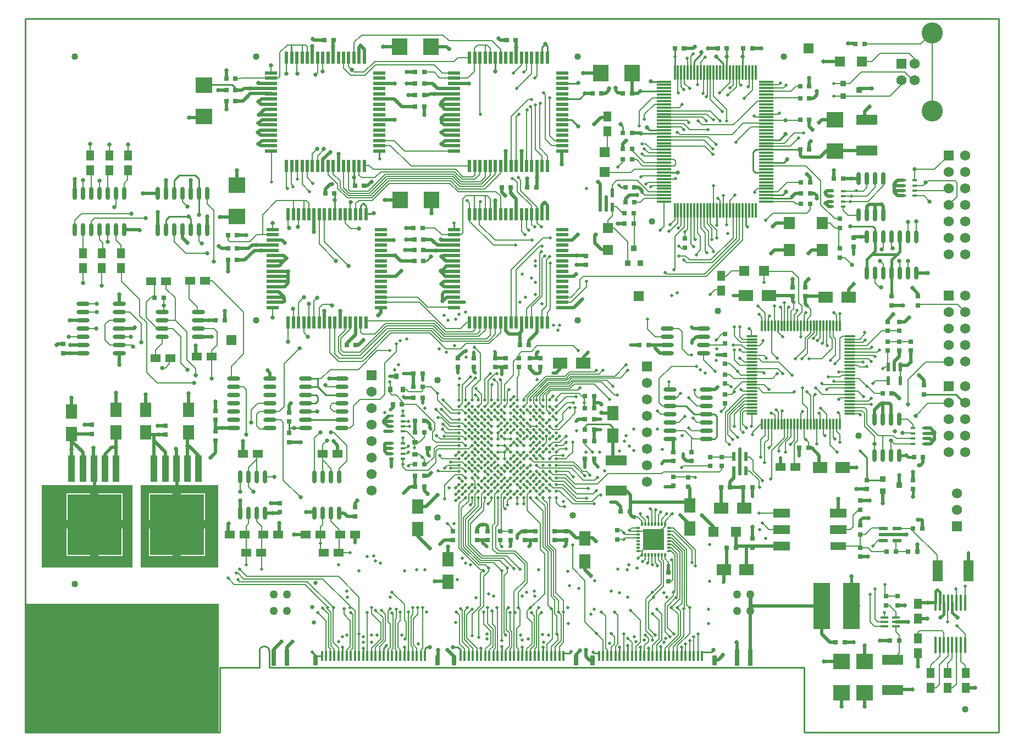
<source format=gtl>
%FSLAX23Y23*%
%MOIN*%
G70*
G01*
G75*
G04 Layer_Physical_Order=1*
G04 Layer_Color=255*
%ADD10C,0.040*%
%ADD11R,0.037X0.035*%
%ADD12R,0.037X0.035*%
%ADD13R,0.075X0.020*%
%ADD14R,0.020X0.075*%
%ADD15R,0.330X0.370*%
%ADD16R,0.040X0.160*%
%ADD17R,0.090X0.012*%
%ADD18R,0.012X0.090*%
%ADD19R,0.031X0.060*%
%ADD20R,0.014X0.060*%
%ADD21R,0.030X0.100*%
%ADD22O,0.080X0.024*%
%ADD23O,0.024X0.080*%
%ADD24R,0.070X0.078*%
%ADD25R,0.063X0.063*%
%ADD26R,0.035X0.037*%
%ADD27R,0.035X0.037*%
%ADD28R,0.015X0.100*%
%ADD29O,0.015X0.100*%
%ADD30R,0.098X0.051*%
%ADD31R,0.100X0.052*%
%ADD32R,0.128X0.128*%
%ADD33R,0.020X0.012*%
%ADD34R,0.012X0.020*%
%ADD35R,0.030X0.030*%
%ADD36R,0.085X0.071*%
%ADD37R,0.071X0.085*%
%ADD38R,0.030X0.030*%
%ADD39R,0.125X0.060*%
%ADD40R,0.030X0.037*%
%ADD41R,0.060X0.050*%
%ADD42R,0.037X0.030*%
%ADD43R,0.050X0.060*%
%ADD44R,0.100X0.095*%
%ADD45R,0.060X0.060*%
%ADD46R,0.060X0.125*%
%ADD47R,0.028X0.017*%
%ADD48R,0.095X0.100*%
%ADD49R,0.063X0.063*%
%ADD50R,0.060X0.060*%
%ADD51O,0.071X0.012*%
%ADD52O,0.012X0.071*%
%ADD53R,0.100X0.280*%
%ADD54R,0.045X0.014*%
%ADD55R,0.057X0.022*%
%ADD56R,0.057X0.022*%
%ADD57R,0.022X0.057*%
%ADD58R,0.022X0.057*%
%ADD59C,0.019*%
%ADD60R,1.170X0.780*%
%ADD61C,0.020*%
%ADD62C,0.008*%
%ADD63C,0.006*%
%ADD64C,0.010*%
%ADD65C,0.015*%
%ADD66C,0.010*%
%ADD67C,0.050*%
%ADD68C,0.062*%
%ADD69R,0.062X0.062*%
%ADD70C,0.128*%
%ADD71C,0.236*%
%ADD72C,0.020*%
%ADD73C,0.025*%
G36*
X1170Y1000D02*
X700D01*
Y1500D01*
X1170D01*
Y1000D01*
D02*
G37*
G36*
X650D02*
X100D01*
Y1500D01*
X650D01*
Y1000D01*
D02*
G37*
%LPC*%
G36*
X895Y1235D02*
X749D01*
Y1069D01*
X895D01*
Y1235D01*
D02*
G37*
G36*
X591D02*
X445D01*
Y1069D01*
X591D01*
Y1235D01*
D02*
G37*
G36*
X395D02*
X249D01*
Y1069D01*
X395D01*
Y1235D01*
D02*
G37*
G36*
X895Y1451D02*
X749D01*
Y1285D01*
X895D01*
Y1451D01*
D02*
G37*
G36*
X1091D02*
X945D01*
Y1285D01*
X1091D01*
Y1451D01*
D02*
G37*
G36*
X591D02*
X445D01*
Y1285D01*
X591D01*
Y1451D01*
D02*
G37*
G36*
X1091Y1235D02*
X945D01*
Y1069D01*
X1091D01*
Y1235D01*
D02*
G37*
G36*
X395Y1451D02*
X249D01*
Y1285D01*
X395D01*
Y1451D01*
D02*
G37*
%LPD*%
D10*
X1400Y4100D02*
D03*
X3350D02*
D03*
X1400Y2500D02*
D03*
X3350D02*
D03*
X3800Y3100D02*
D03*
X4600Y4100D02*
D03*
X300Y900D02*
D03*
X5700Y140D02*
D03*
X300Y4100D02*
D03*
X2500Y1302D02*
D03*
X3320Y1316D02*
D03*
X2500Y2135D02*
D03*
X5055Y1800D02*
D03*
X4200Y2555D02*
D03*
D11*
X5201Y1537D02*
D03*
X5299Y1500D02*
D03*
X5058Y3898D02*
D03*
X4960Y3935D02*
D03*
D12*
X5201Y1463D02*
D03*
X4960Y3860D02*
D03*
D13*
X2148Y4000D02*
D03*
Y3969D02*
D03*
X1490Y3811D02*
D03*
Y3843D02*
D03*
X2148Y3906D02*
D03*
Y3874D02*
D03*
Y3811D02*
D03*
Y3780D02*
D03*
Y3748D02*
D03*
Y3685D02*
D03*
Y3654D02*
D03*
Y3622D02*
D03*
Y3591D02*
D03*
Y3559D02*
D03*
X1490Y3937D02*
D03*
X2148Y3528D02*
D03*
Y3717D02*
D03*
Y3937D02*
D03*
X1490Y3874D02*
D03*
Y3969D02*
D03*
Y3780D02*
D03*
Y3748D02*
D03*
Y3717D02*
D03*
Y3685D02*
D03*
Y3654D02*
D03*
Y3622D02*
D03*
Y3591D02*
D03*
Y3559D02*
D03*
Y3528D02*
D03*
Y4000D02*
D03*
Y3906D02*
D03*
X2148Y3843D02*
D03*
X2158Y3050D02*
D03*
Y3019D02*
D03*
X1500Y2861D02*
D03*
Y2893D02*
D03*
X2158Y2956D02*
D03*
Y2924D02*
D03*
Y2861D02*
D03*
Y2830D02*
D03*
Y2798D02*
D03*
Y2735D02*
D03*
Y2704D02*
D03*
Y2672D02*
D03*
Y2641D02*
D03*
Y2609D02*
D03*
X1500Y2987D02*
D03*
X2158Y2578D02*
D03*
Y2767D02*
D03*
Y2987D02*
D03*
X1500Y2924D02*
D03*
Y3019D02*
D03*
Y2830D02*
D03*
Y2798D02*
D03*
Y2767D02*
D03*
Y2735D02*
D03*
Y2704D02*
D03*
Y2672D02*
D03*
Y2641D02*
D03*
Y2609D02*
D03*
Y2578D02*
D03*
Y3050D02*
D03*
Y2956D02*
D03*
X2158Y2893D02*
D03*
X3258Y3050D02*
D03*
Y3019D02*
D03*
X2600Y2861D02*
D03*
Y2893D02*
D03*
X3258Y2956D02*
D03*
Y2924D02*
D03*
Y2861D02*
D03*
Y2830D02*
D03*
Y2798D02*
D03*
Y2735D02*
D03*
Y2704D02*
D03*
Y2672D02*
D03*
Y2641D02*
D03*
Y2609D02*
D03*
X2600Y2987D02*
D03*
X3258Y2578D02*
D03*
Y2767D02*
D03*
Y2987D02*
D03*
X2600Y2924D02*
D03*
Y3019D02*
D03*
Y2830D02*
D03*
Y2798D02*
D03*
Y2767D02*
D03*
Y2735D02*
D03*
Y2704D02*
D03*
Y2672D02*
D03*
Y2641D02*
D03*
Y2609D02*
D03*
Y2578D02*
D03*
Y3050D02*
D03*
Y2956D02*
D03*
X3258Y2893D02*
D03*
Y4000D02*
D03*
Y3969D02*
D03*
X2600Y3811D02*
D03*
Y3843D02*
D03*
X3258Y3906D02*
D03*
Y3874D02*
D03*
Y3811D02*
D03*
Y3780D02*
D03*
Y3748D02*
D03*
Y3685D02*
D03*
Y3654D02*
D03*
Y3622D02*
D03*
Y3591D02*
D03*
Y3559D02*
D03*
X2600Y3937D02*
D03*
X3258Y3528D02*
D03*
Y3717D02*
D03*
Y3937D02*
D03*
X2600Y3874D02*
D03*
Y3969D02*
D03*
Y3780D02*
D03*
Y3748D02*
D03*
Y3717D02*
D03*
Y3685D02*
D03*
Y3654D02*
D03*
Y3622D02*
D03*
Y3591D02*
D03*
Y3559D02*
D03*
Y3528D02*
D03*
Y4000D02*
D03*
Y3906D02*
D03*
X3258Y3843D02*
D03*
D14*
X1836Y4093D02*
D03*
X2057Y3436D02*
D03*
X2025D02*
D03*
X1962D02*
D03*
X1931D02*
D03*
X1868D02*
D03*
X1836D02*
D03*
X1647Y4093D02*
D03*
X1805Y3436D02*
D03*
X1899D02*
D03*
X2057Y4093D02*
D03*
X1742D02*
D03*
X1710D02*
D03*
X2025D02*
D03*
X1616D02*
D03*
X1679D02*
D03*
X1584Y3436D02*
D03*
X1616D02*
D03*
X1647D02*
D03*
X1679D02*
D03*
X1710D02*
D03*
X1742D02*
D03*
X1773D02*
D03*
X1899Y4093D02*
D03*
X1805D02*
D03*
X1931D02*
D03*
X1773D02*
D03*
X1962D02*
D03*
X1994D02*
D03*
X1584D02*
D03*
X1994Y3436D02*
D03*
X1868Y4093D02*
D03*
X1846Y3143D02*
D03*
X2067Y2486D02*
D03*
X2035D02*
D03*
X1972D02*
D03*
X1941D02*
D03*
X1878D02*
D03*
X1846D02*
D03*
X1657Y3143D02*
D03*
X1815Y2486D02*
D03*
X1909D02*
D03*
X2067Y3143D02*
D03*
X1752D02*
D03*
X1720D02*
D03*
X2035D02*
D03*
X1626D02*
D03*
X1689D02*
D03*
X1594Y2486D02*
D03*
X1626D02*
D03*
X1657D02*
D03*
X1689D02*
D03*
X1720D02*
D03*
X1752D02*
D03*
X1783D02*
D03*
X1909Y3143D02*
D03*
X1815D02*
D03*
X1941D02*
D03*
X1783D02*
D03*
X1972D02*
D03*
X2004D02*
D03*
X1594D02*
D03*
X2004Y2486D02*
D03*
X1878Y3143D02*
D03*
X2946D02*
D03*
X3167Y2486D02*
D03*
X3135D02*
D03*
X3072D02*
D03*
X3041D02*
D03*
X2978D02*
D03*
X2946D02*
D03*
X2757Y3143D02*
D03*
X2915Y2486D02*
D03*
X3009D02*
D03*
X3167Y3143D02*
D03*
X2852D02*
D03*
X2820D02*
D03*
X3135D02*
D03*
X2726D02*
D03*
X2789D02*
D03*
X2694Y2486D02*
D03*
X2726D02*
D03*
X2757D02*
D03*
X2789D02*
D03*
X2820D02*
D03*
X2852D02*
D03*
X2883D02*
D03*
X3009Y3143D02*
D03*
X2915D02*
D03*
X3041D02*
D03*
X2883D02*
D03*
X3072D02*
D03*
X3104D02*
D03*
X2694D02*
D03*
X3104Y2486D02*
D03*
X2978Y3143D02*
D03*
X2946Y4093D02*
D03*
X3167Y3436D02*
D03*
X3135D02*
D03*
X3072D02*
D03*
X3041D02*
D03*
X2978D02*
D03*
X2946D02*
D03*
X2757Y4093D02*
D03*
X2915Y3436D02*
D03*
X3009D02*
D03*
X3167Y4093D02*
D03*
X2852D02*
D03*
X2820D02*
D03*
X3135D02*
D03*
X2726D02*
D03*
X2789D02*
D03*
X2694Y3436D02*
D03*
X2726D02*
D03*
X2757D02*
D03*
X2789D02*
D03*
X2820D02*
D03*
X2852D02*
D03*
X2883D02*
D03*
X3009Y4093D02*
D03*
X2915D02*
D03*
X3041D02*
D03*
X2883D02*
D03*
X3072D02*
D03*
X3104D02*
D03*
X2694D02*
D03*
X3104Y3436D02*
D03*
X2978Y4093D02*
D03*
D15*
X920Y1260D02*
D03*
X420D02*
D03*
D16*
X849Y1600D02*
D03*
X782D02*
D03*
X916D02*
D03*
X1050D02*
D03*
X983D02*
D03*
X483D02*
D03*
X550D02*
D03*
X416D02*
D03*
X282D02*
D03*
X349D02*
D03*
D17*
X4495Y3220D02*
D03*
Y3279D02*
D03*
Y3318D02*
D03*
Y3338D02*
D03*
Y3358D02*
D03*
Y3377D02*
D03*
Y3417D02*
D03*
Y3476D02*
D03*
Y3496D02*
D03*
Y3515D02*
D03*
Y3771D02*
D03*
Y3791D02*
D03*
Y3811D02*
D03*
Y3870D02*
D03*
Y3948D02*
D03*
X3874Y3929D02*
D03*
Y3870D02*
D03*
Y3437D02*
D03*
Y3299D02*
D03*
Y3909D02*
D03*
Y3377D02*
D03*
Y3358D02*
D03*
Y3338D02*
D03*
Y3318D02*
D03*
X4495Y3614D02*
D03*
Y3633D02*
D03*
Y3653D02*
D03*
Y3673D02*
D03*
Y3692D02*
D03*
X3874Y3220D02*
D03*
X4495Y3437D02*
D03*
X3874Y3614D02*
D03*
Y3535D02*
D03*
Y3515D02*
D03*
Y3496D02*
D03*
Y3555D02*
D03*
Y3850D02*
D03*
Y3830D02*
D03*
X4495Y3456D02*
D03*
Y3594D02*
D03*
Y3732D02*
D03*
Y3259D02*
D03*
X3874Y3948D02*
D03*
Y3653D02*
D03*
Y3397D02*
D03*
X4495Y3751D02*
D03*
X3874Y3594D02*
D03*
X4495Y3397D02*
D03*
X3874Y3417D02*
D03*
X4495Y3889D02*
D03*
X3874Y3240D02*
D03*
Y3574D02*
D03*
Y3476D02*
D03*
Y3456D02*
D03*
X4495Y3830D02*
D03*
Y3850D02*
D03*
X3874Y3811D02*
D03*
Y3791D02*
D03*
Y3771D02*
D03*
Y3751D02*
D03*
Y3732D02*
D03*
Y3712D02*
D03*
Y3692D02*
D03*
Y3673D02*
D03*
X4495Y3909D02*
D03*
Y3929D02*
D03*
Y3299D02*
D03*
Y3555D02*
D03*
Y3574D02*
D03*
X3874Y3259D02*
D03*
X4495Y3535D02*
D03*
Y3240D02*
D03*
Y3712D02*
D03*
X3874Y3889D02*
D03*
Y3633D02*
D03*
Y3279D02*
D03*
D18*
X4372Y4004D02*
D03*
X4214Y3166D02*
D03*
X4234D02*
D03*
X4254D02*
D03*
X4273D02*
D03*
X4391D02*
D03*
X4411D02*
D03*
X4431D02*
D03*
X4332Y4004D02*
D03*
X4313D02*
D03*
X4293D02*
D03*
X4273D02*
D03*
X4136D02*
D03*
X4116D02*
D03*
X4096D02*
D03*
X4076D02*
D03*
X3939Y3166D02*
D03*
X3958D02*
D03*
X3978D02*
D03*
X4293D02*
D03*
X4313D02*
D03*
X4332D02*
D03*
X4352D02*
D03*
X4116D02*
D03*
X4037Y4004D02*
D03*
X4017D02*
D03*
X3998D02*
D03*
X3978D02*
D03*
X3958D02*
D03*
X4195Y3166D02*
D03*
X4372D02*
D03*
X4234Y4004D02*
D03*
X4057D02*
D03*
X4136Y3166D02*
D03*
X3998D02*
D03*
X4037D02*
D03*
X4096D02*
D03*
X4076D02*
D03*
X4431Y4004D02*
D03*
X4155Y3166D02*
D03*
X4411Y4004D02*
D03*
X4155D02*
D03*
X4195D02*
D03*
X4175D02*
D03*
X4214D02*
D03*
X4017Y3166D02*
D03*
X4352Y4004D02*
D03*
X4254D02*
D03*
X3939D02*
D03*
X4175Y3166D02*
D03*
X4391Y4004D02*
D03*
X4057Y3166D02*
D03*
D19*
X3442Y435D02*
D03*
X4182D02*
D03*
X3342D02*
D03*
X2602D02*
D03*
X2502D02*
D03*
X1762D02*
D03*
D20*
X4105Y463D02*
D03*
X4080D02*
D03*
X4055D02*
D03*
X4030D02*
D03*
X4005D02*
D03*
X3980D02*
D03*
X3955D02*
D03*
X3930D02*
D03*
X3905D02*
D03*
X3880D02*
D03*
X3855D02*
D03*
X3830D02*
D03*
X3805D02*
D03*
X3780D02*
D03*
X3755D02*
D03*
X3730D02*
D03*
X3705D02*
D03*
X3680D02*
D03*
X3655D02*
D03*
X3630D02*
D03*
X3605D02*
D03*
X3580D02*
D03*
X3555D02*
D03*
X3530D02*
D03*
X3505D02*
D03*
X3480D02*
D03*
X3265Y462D02*
D03*
X3240D02*
D03*
X3215D02*
D03*
X3190D02*
D03*
X3165D02*
D03*
X3140D02*
D03*
X3115D02*
D03*
X3090D02*
D03*
X3065D02*
D03*
X3040D02*
D03*
X3015D02*
D03*
X2990D02*
D03*
X2965D02*
D03*
X2940D02*
D03*
X2915D02*
D03*
X2890D02*
D03*
X2865D02*
D03*
X2840D02*
D03*
X2815D02*
D03*
X2790D02*
D03*
X2765D02*
D03*
X2740D02*
D03*
X2715D02*
D03*
X2690D02*
D03*
X2665D02*
D03*
X2640D02*
D03*
X2425D02*
D03*
X2400D02*
D03*
X2375D02*
D03*
X2350D02*
D03*
X2325D02*
D03*
X2300D02*
D03*
X2275D02*
D03*
X2250D02*
D03*
X2225D02*
D03*
X2200D02*
D03*
X2175D02*
D03*
X2150D02*
D03*
X2125D02*
D03*
X2100D02*
D03*
X2075D02*
D03*
X2050D02*
D03*
X2025D02*
D03*
X2000D02*
D03*
X1975D02*
D03*
X1950D02*
D03*
X1925D02*
D03*
X1900D02*
D03*
X1875D02*
D03*
X1850D02*
D03*
X1825D02*
D03*
X1800D02*
D03*
D21*
X1508Y453D02*
D03*
X1587D02*
D03*
X4318Y453D02*
D03*
X4397D02*
D03*
D22*
X1921Y1895D02*
D03*
Y2045D02*
D03*
X1701Y2145D02*
D03*
Y1995D02*
D03*
X1921Y1945D02*
D03*
Y1845D02*
D03*
X1701Y2045D02*
D03*
Y1895D02*
D03*
X1921Y1995D02*
D03*
Y2145D02*
D03*
X1701Y2095D02*
D03*
Y1945D02*
D03*
X1921Y2095D02*
D03*
X1701Y1845D02*
D03*
X4130Y1830D02*
D03*
Y1980D02*
D03*
X3910Y2080D02*
D03*
Y1930D02*
D03*
X4130Y1880D02*
D03*
Y1780D02*
D03*
X3910Y1980D02*
D03*
Y1830D02*
D03*
X4130Y1930D02*
D03*
Y2080D02*
D03*
X3910Y2030D02*
D03*
Y1880D02*
D03*
X4130Y2030D02*
D03*
X3910Y1780D02*
D03*
X570Y2350D02*
D03*
Y2500D02*
D03*
X350Y2600D02*
D03*
Y2450D02*
D03*
X570Y2400D02*
D03*
Y2300D02*
D03*
X350Y2500D02*
D03*
Y2350D02*
D03*
X570Y2450D02*
D03*
Y2600D02*
D03*
X350Y2550D02*
D03*
Y2400D02*
D03*
X570Y2550D02*
D03*
X350Y2300D02*
D03*
X1485Y1895D02*
D03*
Y2045D02*
D03*
X1265Y2145D02*
D03*
Y1995D02*
D03*
X1485Y1945D02*
D03*
Y1845D02*
D03*
X1265Y2045D02*
D03*
Y1895D02*
D03*
X1485Y1995D02*
D03*
Y2145D02*
D03*
X1265Y2095D02*
D03*
Y1945D02*
D03*
X1485Y2095D02*
D03*
X1265Y1845D02*
D03*
X4115Y2350D02*
D03*
Y2450D02*
D03*
X3895Y2400D02*
D03*
X4115D02*
D03*
Y2300D02*
D03*
X3895Y2350D02*
D03*
Y2450D02*
D03*
Y2300D02*
D03*
X1050Y2450D02*
D03*
Y2550D02*
D03*
X830Y2500D02*
D03*
X1050D02*
D03*
Y2400D02*
D03*
X830Y2450D02*
D03*
Y2400D02*
D03*
Y2550D02*
D03*
D23*
X855Y3050D02*
D03*
X1005D02*
D03*
X1105Y3270D02*
D03*
X955D02*
D03*
X905Y3050D02*
D03*
X805D02*
D03*
X1005Y3270D02*
D03*
X855D02*
D03*
X955Y3050D02*
D03*
X1105D02*
D03*
X1055Y3270D02*
D03*
X905D02*
D03*
X1055Y3050D02*
D03*
X805Y3270D02*
D03*
X1405Y1550D02*
D03*
X1305D02*
D03*
X1355Y1330D02*
D03*
Y1550D02*
D03*
X1455D02*
D03*
X1405Y1330D02*
D03*
X1305D02*
D03*
X1455D02*
D03*
X1855Y1550D02*
D03*
X1755D02*
D03*
X1805Y1330D02*
D03*
Y1550D02*
D03*
X1905D02*
D03*
X1855Y1330D02*
D03*
X1755D02*
D03*
X1905D02*
D03*
X350Y3050D02*
D03*
X500D02*
D03*
X600Y3270D02*
D03*
X450D02*
D03*
X400Y3050D02*
D03*
X300D02*
D03*
X500Y3270D02*
D03*
X350D02*
D03*
X450Y3050D02*
D03*
X600D02*
D03*
X550Y3270D02*
D03*
X400D02*
D03*
X550Y3050D02*
D03*
X300Y3270D02*
D03*
X5105Y3005D02*
D03*
X5355Y2785D02*
D03*
X5205Y3005D02*
D03*
X5355D02*
D03*
X5405Y2785D02*
D03*
X5255D02*
D03*
X5155Y3005D02*
D03*
X5305D02*
D03*
X5105Y2785D02*
D03*
X5205D02*
D03*
X5255Y3005D02*
D03*
X5405D02*
D03*
X5305Y2785D02*
D03*
X5155D02*
D03*
X5055Y3360D02*
D03*
X5205Y3140D02*
D03*
Y3360D02*
D03*
X5155Y3140D02*
D03*
X5055D02*
D03*
X5105Y3360D02*
D03*
X5155D02*
D03*
X5105Y3140D02*
D03*
X5300Y1680D02*
D03*
X5150Y1900D02*
D03*
Y1680D02*
D03*
X5200Y1900D02*
D03*
X5300D02*
D03*
X5250Y1680D02*
D03*
X5200D02*
D03*
X5250Y1900D02*
D03*
D24*
X4635Y3090D02*
D03*
Y2925D02*
D03*
X4835D02*
D03*
Y3090D02*
D03*
D25*
X3515Y3400D02*
D03*
Y3520D02*
D03*
D26*
X3655Y2845D02*
D03*
X3692Y2938D02*
D03*
D27*
X3730Y2845D02*
D03*
D28*
X5520Y530D02*
D03*
D29*
X5674Y785D02*
D03*
X5571D02*
D03*
X5546Y530D02*
D03*
X5597D02*
D03*
X5674D02*
D03*
X5571D02*
D03*
X5622D02*
D03*
X5648D02*
D03*
X5699Y785D02*
D03*
X5597D02*
D03*
X5648D02*
D03*
X5699Y530D02*
D03*
X5622Y785D02*
D03*
X5546D02*
D03*
X5520D02*
D03*
D30*
X4930Y1130D02*
D03*
D31*
Y1230D02*
D03*
Y1330D02*
D03*
X4587D02*
D03*
Y1230D02*
D03*
Y1130D02*
D03*
D32*
X3810Y1170D02*
D03*
D33*
X3717Y1239D02*
D03*
Y1219D02*
D03*
Y1200D02*
D03*
Y1180D02*
D03*
Y1160D02*
D03*
Y1140D02*
D03*
Y1121D02*
D03*
Y1101D02*
D03*
X3903Y1239D02*
D03*
Y1219D02*
D03*
Y1200D02*
D03*
Y1180D02*
D03*
Y1160D02*
D03*
Y1140D02*
D03*
Y1121D02*
D03*
Y1101D02*
D03*
D34*
X3741Y1077D02*
D03*
X3761D02*
D03*
X3780D02*
D03*
X3800D02*
D03*
X3820D02*
D03*
X3840D02*
D03*
X3859D02*
D03*
X3879D02*
D03*
X3741Y1263D02*
D03*
X3761D02*
D03*
X3780D02*
D03*
X3800D02*
D03*
X3820D02*
D03*
X3840D02*
D03*
X3859D02*
D03*
X3879D02*
D03*
D35*
X2420Y1490D02*
D03*
X2365D02*
D03*
X2410Y2030D02*
D03*
X2355D02*
D03*
X2410Y2175D02*
D03*
X2355D02*
D03*
X3450Y1835D02*
D03*
X3395D02*
D03*
X3450Y1660D02*
D03*
X3395D02*
D03*
X2365Y1555D02*
D03*
X2420D02*
D03*
X2365Y1890D02*
D03*
X2420D02*
D03*
X3395Y1765D02*
D03*
X3450D02*
D03*
X3395Y1900D02*
D03*
X3450D02*
D03*
X3395Y1965D02*
D03*
X3450D02*
D03*
X2285Y1990D02*
D03*
X2230D02*
D03*
X2410Y2095D02*
D03*
X2355D02*
D03*
X3395Y2040D02*
D03*
X3450D02*
D03*
X840Y2635D02*
D03*
X785D02*
D03*
X1210Y2500D02*
D03*
X1155D02*
D03*
X2420Y1820D02*
D03*
X2365D02*
D03*
X2420Y1625D02*
D03*
X2365D02*
D03*
X3780Y2350D02*
D03*
X3725D02*
D03*
X4970Y545D02*
D03*
X4915D02*
D03*
X3612Y1341D02*
D03*
X3667D02*
D03*
X5300Y555D02*
D03*
X5245D02*
D03*
X5385Y1235D02*
D03*
X5440D02*
D03*
X4255Y1120D02*
D03*
X4310D02*
D03*
X5410Y1095D02*
D03*
X5355D02*
D03*
X5280D02*
D03*
X5225D02*
D03*
X4410Y1485D02*
D03*
X4355D02*
D03*
X4220Y1485D02*
D03*
X4275D02*
D03*
X1230Y3015D02*
D03*
X1285D02*
D03*
X2410Y3060D02*
D03*
X2355D02*
D03*
X4960Y3360D02*
D03*
X4905D02*
D03*
X5035Y4175D02*
D03*
X5090D02*
D03*
X4700Y3845D02*
D03*
X4755D02*
D03*
X1230Y2935D02*
D03*
X1285D02*
D03*
X1230Y2865D02*
D03*
X1285D02*
D03*
X2005Y2350D02*
D03*
X1950D02*
D03*
X2415Y2860D02*
D03*
X2360D02*
D03*
X1820Y3270D02*
D03*
X1875D02*
D03*
X2360Y2925D02*
D03*
X2415D02*
D03*
X2360Y2990D02*
D03*
X2415D02*
D03*
X3000Y2350D02*
D03*
X3055D02*
D03*
X2890Y3305D02*
D03*
X2945D02*
D03*
X3625Y3475D02*
D03*
X3680D02*
D03*
Y3540D02*
D03*
X3625D02*
D03*
X4695Y1725D02*
D03*
X4750D02*
D03*
X4760Y3335D02*
D03*
X4705D02*
D03*
X3640Y3215D02*
D03*
X3695D02*
D03*
X1275Y3965D02*
D03*
X1220D02*
D03*
X2365Y4005D02*
D03*
X2420D02*
D03*
X3690Y3150D02*
D03*
X3635D02*
D03*
X4755Y3920D02*
D03*
X4700D02*
D03*
X3635Y3085D02*
D03*
X3690D02*
D03*
X4700Y3535D02*
D03*
X4755D02*
D03*
X5390Y1670D02*
D03*
X5445D02*
D03*
X4705Y3205D02*
D03*
X4760D02*
D03*
X5200Y2055D02*
D03*
X5255D02*
D03*
X1220Y3895D02*
D03*
X1275D02*
D03*
X1220Y3830D02*
D03*
X1275D02*
D03*
X2055Y3315D02*
D03*
X2000D02*
D03*
X2420Y3795D02*
D03*
X2365D02*
D03*
X1815Y4200D02*
D03*
X1870D02*
D03*
X2365Y3865D02*
D03*
X2420D02*
D03*
X2365Y3935D02*
D03*
X2420D02*
D03*
X2920Y4200D02*
D03*
X2975D02*
D03*
X3495Y3875D02*
D03*
X3440D02*
D03*
X3045Y3305D02*
D03*
X3100D02*
D03*
X3995Y4150D02*
D03*
X3940D02*
D03*
X3625Y3875D02*
D03*
X3680D02*
D03*
X3625Y3635D02*
D03*
X3680D02*
D03*
X3640Y3305D02*
D03*
X3695D02*
D03*
X4760Y3270D02*
D03*
X4705D02*
D03*
X4755Y3715D02*
D03*
X4700D02*
D03*
X4410Y4150D02*
D03*
X4355D02*
D03*
X4200Y4150D02*
D03*
X4255D02*
D03*
D36*
X3245Y2240D02*
D03*
X3383D02*
D03*
X4375Y985D02*
D03*
X4237D02*
D03*
X4360Y1360D02*
D03*
X4222D02*
D03*
X4510Y2650D02*
D03*
X4372D02*
D03*
X4820Y1605D02*
D03*
X4958D02*
D03*
X4855Y2640D02*
D03*
X4993D02*
D03*
D37*
X2565Y1050D02*
D03*
Y912D02*
D03*
X3395Y1175D02*
D03*
Y1037D02*
D03*
X2380Y1370D02*
D03*
Y1232D02*
D03*
X3565Y1800D02*
D03*
Y1938D02*
D03*
X4030Y1375D02*
D03*
Y1237D02*
D03*
X730Y1820D02*
D03*
Y1958D02*
D03*
X990Y1820D02*
D03*
Y1958D02*
D03*
X280Y1810D02*
D03*
Y1948D02*
D03*
X550Y1820D02*
D03*
Y1958D02*
D03*
D38*
X2595Y1220D02*
D03*
Y1165D02*
D03*
X2740Y1220D02*
D03*
Y1165D02*
D03*
X2805Y1220D02*
D03*
Y1165D02*
D03*
X3030Y1220D02*
D03*
Y1165D02*
D03*
X3095Y1220D02*
D03*
Y1165D02*
D03*
X3280Y1220D02*
D03*
Y1165D02*
D03*
X3210Y1220D02*
D03*
Y1165D02*
D03*
X3060Y2215D02*
D03*
Y2270D02*
D03*
X3125Y2215D02*
D03*
Y2270D02*
D03*
X2915Y2215D02*
D03*
Y2270D02*
D03*
X2720Y2215D02*
D03*
Y2270D02*
D03*
X2625Y2215D02*
D03*
Y2270D02*
D03*
X2850Y2215D02*
D03*
Y2270D02*
D03*
X2945Y1165D02*
D03*
Y1220D02*
D03*
X2880Y1165D02*
D03*
Y1220D02*
D03*
X3930Y1700D02*
D03*
Y1645D02*
D03*
X1600Y1760D02*
D03*
Y1815D02*
D03*
X1155Y1770D02*
D03*
Y1825D02*
D03*
X1600Y1940D02*
D03*
Y1885D02*
D03*
X4040Y1700D02*
D03*
Y1645D02*
D03*
X5450Y2050D02*
D03*
Y2105D02*
D03*
X2995Y2215D02*
D03*
Y2270D02*
D03*
X2000Y1310D02*
D03*
Y1365D02*
D03*
X4245Y2360D02*
D03*
Y2415D02*
D03*
X5415Y2590D02*
D03*
Y2645D02*
D03*
X1545Y1335D02*
D03*
Y1390D02*
D03*
X230Y2300D02*
D03*
Y2355D02*
D03*
X1155Y1895D02*
D03*
Y1950D02*
D03*
X3900Y915D02*
D03*
Y970D02*
D03*
X850Y1860D02*
D03*
Y1805D02*
D03*
X405Y1865D02*
D03*
Y1810D02*
D03*
X3590Y1170D02*
D03*
Y1225D02*
D03*
X5065Y1200D02*
D03*
Y1255D02*
D03*
Y1065D02*
D03*
Y1120D02*
D03*
X5290Y770D02*
D03*
Y825D02*
D03*
X5220Y770D02*
D03*
Y825D02*
D03*
X5065Y1405D02*
D03*
Y1350D02*
D03*
X4410Y1120D02*
D03*
Y1175D02*
D03*
X5025Y3000D02*
D03*
Y2945D02*
D03*
X4155Y1670D02*
D03*
Y1615D02*
D03*
X4225Y1670D02*
D03*
Y1615D02*
D03*
X5385Y1475D02*
D03*
Y1530D02*
D03*
X5105D02*
D03*
Y1475D02*
D03*
X4245Y2170D02*
D03*
Y2115D02*
D03*
Y2050D02*
D03*
Y1995D02*
D03*
X5255Y2645D02*
D03*
Y2590D02*
D03*
X4245Y2235D02*
D03*
Y2290D02*
D03*
X5300Y2490D02*
D03*
Y2435D02*
D03*
X3930Y1495D02*
D03*
Y1550D02*
D03*
X5230Y2435D02*
D03*
Y2490D02*
D03*
X4020Y1545D02*
D03*
Y1490D02*
D03*
X3400Y2835D02*
D03*
Y2890D02*
D03*
X4655Y2700D02*
D03*
Y2645D02*
D03*
X4730D02*
D03*
Y2700D02*
D03*
X5300Y2370D02*
D03*
Y2315D02*
D03*
X5230D02*
D03*
Y2370D02*
D03*
X4940Y3060D02*
D03*
Y3115D02*
D03*
X4940Y2935D02*
D03*
Y2880D02*
D03*
X5370Y2315D02*
D03*
Y2370D02*
D03*
X4000Y2940D02*
D03*
Y2995D02*
D03*
D39*
X3585Y1650D02*
D03*
Y1465D02*
D03*
X5260Y255D02*
D03*
Y440D02*
D03*
X5105Y3715D02*
D03*
Y3530D02*
D03*
D40*
X2252Y2159D02*
D03*
X2290Y2080D02*
D03*
X2215Y2080D02*
D03*
D41*
X1000Y2740D02*
D03*
X1090D02*
D03*
X855Y2735D02*
D03*
X765D02*
D03*
X880Y2270D02*
D03*
X790D02*
D03*
X1130Y2280D02*
D03*
X1040D02*
D03*
X1910Y1200D02*
D03*
X2000D02*
D03*
X1895Y1690D02*
D03*
X1805D02*
D03*
X1700Y1200D02*
D03*
X1790D02*
D03*
X1900Y1090D02*
D03*
X1810D02*
D03*
X1445Y1200D02*
D03*
X1535D02*
D03*
X1320Y1690D02*
D03*
X1410D02*
D03*
X1240Y1200D02*
D03*
X1330D02*
D03*
X1430Y1090D02*
D03*
X1340D02*
D03*
X4670Y1610D02*
D03*
X4580D02*
D03*
D42*
X2444Y1723D02*
D03*
X2365Y1685D02*
D03*
X2365Y1760D02*
D03*
D43*
X510Y3500D02*
D03*
Y3410D02*
D03*
X395Y3500D02*
D03*
Y3410D02*
D03*
X625Y3500D02*
D03*
Y3410D02*
D03*
X580Y2815D02*
D03*
Y2905D02*
D03*
X465Y2815D02*
D03*
Y2905D02*
D03*
X350Y2815D02*
D03*
Y2905D02*
D03*
X5705Y360D02*
D03*
Y270D02*
D03*
X5415Y570D02*
D03*
Y480D02*
D03*
Y780D02*
D03*
Y690D02*
D03*
X5490Y360D02*
D03*
Y270D02*
D03*
X5595Y360D02*
D03*
Y270D02*
D03*
X3530Y3735D02*
D03*
Y3645D02*
D03*
X4220Y2770D02*
D03*
Y2680D02*
D03*
D44*
X4950Y240D02*
D03*
Y430D02*
D03*
X5090Y240D02*
D03*
Y430D02*
D03*
X1285Y3130D02*
D03*
Y3320D02*
D03*
X4910Y3715D02*
D03*
Y3525D02*
D03*
X1085Y3925D02*
D03*
Y3735D02*
D03*
D45*
X4175Y1215D02*
D03*
X4310D02*
D03*
X5075Y4070D02*
D03*
X4940D02*
D03*
X4750Y4150D02*
D03*
X1250Y2380D02*
D03*
X3720Y2645D02*
D03*
D46*
X5535Y980D02*
D03*
X5720D02*
D03*
D47*
X4892Y3190D02*
D03*
Y3221D02*
D03*
Y3253D02*
D03*
Y3284D02*
D03*
X4960D02*
D03*
Y3253D02*
D03*
Y3221D02*
D03*
Y3190D02*
D03*
X5327Y3255D02*
D03*
Y3286D02*
D03*
Y3318D02*
D03*
Y3349D02*
D03*
X5395D02*
D03*
Y3318D02*
D03*
Y3286D02*
D03*
Y3255D02*
D03*
X5453Y1845D02*
D03*
Y1814D02*
D03*
Y1782D02*
D03*
Y1751D02*
D03*
X5385D02*
D03*
Y1782D02*
D03*
Y1814D02*
D03*
Y1845D02*
D03*
X2290Y1825D02*
D03*
Y1856D02*
D03*
Y1888D02*
D03*
Y1919D02*
D03*
X2222D02*
D03*
Y1888D02*
D03*
Y1856D02*
D03*
Y1825D02*
D03*
X2290Y1660D02*
D03*
Y1691D02*
D03*
Y1723D02*
D03*
Y1754D02*
D03*
X2222D02*
D03*
Y1723D02*
D03*
Y1691D02*
D03*
Y1660D02*
D03*
D48*
X2465Y3230D02*
D03*
X2275D02*
D03*
X2460Y4160D02*
D03*
X2270D02*
D03*
X3490Y4000D02*
D03*
X3680D02*
D03*
D49*
X4360Y2800D02*
D03*
X4480D02*
D03*
D50*
X3535Y3060D02*
D03*
Y2925D02*
D03*
D51*
X5001Y2404D02*
D03*
Y2365D02*
D03*
Y2345D02*
D03*
Y2325D02*
D03*
Y2306D02*
D03*
Y2286D02*
D03*
Y2266D02*
D03*
Y2246D02*
D03*
Y2227D02*
D03*
Y2207D02*
D03*
Y2187D02*
D03*
Y2168D02*
D03*
Y2148D02*
D03*
Y2128D02*
D03*
Y2109D02*
D03*
Y2089D02*
D03*
Y2069D02*
D03*
Y2050D02*
D03*
Y2030D02*
D03*
Y2010D02*
D03*
Y1991D02*
D03*
Y1971D02*
D03*
Y1951D02*
D03*
Y1932D02*
D03*
X4407D02*
D03*
Y1951D02*
D03*
Y1971D02*
D03*
Y1991D02*
D03*
Y2010D02*
D03*
Y2030D02*
D03*
Y2050D02*
D03*
Y2069D02*
D03*
Y2089D02*
D03*
Y2109D02*
D03*
Y2128D02*
D03*
Y2148D02*
D03*
Y2168D02*
D03*
Y2187D02*
D03*
Y2207D02*
D03*
Y2227D02*
D03*
Y2246D02*
D03*
Y2266D02*
D03*
Y2286D02*
D03*
Y2306D02*
D03*
Y2325D02*
D03*
Y2345D02*
D03*
Y2365D02*
D03*
Y2384D02*
D03*
Y2404D02*
D03*
X5001Y2384D02*
D03*
D52*
X4940Y1871D02*
D03*
X4920D02*
D03*
X4901D02*
D03*
X4881D02*
D03*
X4861D02*
D03*
X4842D02*
D03*
X4822D02*
D03*
X4802D02*
D03*
X4783D02*
D03*
X4763D02*
D03*
X4743D02*
D03*
X4723D02*
D03*
X4704D02*
D03*
X4684D02*
D03*
X4664D02*
D03*
X4645D02*
D03*
X4625D02*
D03*
X4605D02*
D03*
X4586D02*
D03*
X4566D02*
D03*
X4546D02*
D03*
X4527D02*
D03*
X4507D02*
D03*
X4487D02*
D03*
X4468D02*
D03*
Y2465D02*
D03*
X4487D02*
D03*
X4507D02*
D03*
X4527D02*
D03*
X4546D02*
D03*
X4566D02*
D03*
X4586D02*
D03*
X4605D02*
D03*
X4625D02*
D03*
X4645D02*
D03*
X4664D02*
D03*
X4684D02*
D03*
X4704D02*
D03*
X4723D02*
D03*
X4743D02*
D03*
X4763D02*
D03*
X4783D02*
D03*
X4802D02*
D03*
X4822D02*
D03*
X4842D02*
D03*
X4861D02*
D03*
X4881D02*
D03*
X4901D02*
D03*
X4920D02*
D03*
X4940D02*
D03*
D53*
X5011Y765D02*
D03*
X4830D02*
D03*
D54*
X5211Y696D02*
D03*
Y670D02*
D03*
Y644D02*
D03*
X5279Y670D02*
D03*
Y644D02*
D03*
X5279Y696D02*
D03*
D55*
X5203Y1237D02*
D03*
D56*
X5203Y1200D02*
D03*
Y1163D02*
D03*
X5287D02*
D03*
Y1237D02*
D03*
D57*
X5307Y2217D02*
D03*
X3488Y3188D02*
D03*
X4298Y1588D02*
D03*
D58*
X5270Y2217D02*
D03*
X5233D02*
D03*
Y2133D02*
D03*
X5307D02*
D03*
X3525Y3188D02*
D03*
X3562D02*
D03*
Y3272D02*
D03*
X3488D02*
D03*
X4335Y1588D02*
D03*
X4372D02*
D03*
Y1672D02*
D03*
X4298D02*
D03*
D59*
X3221Y1424D02*
D03*
X3181D02*
D03*
X3142D02*
D03*
X3102D02*
D03*
X3063D02*
D03*
X3024D02*
D03*
X2984D02*
D03*
X2945D02*
D03*
X2906D02*
D03*
X2866D02*
D03*
X2827D02*
D03*
X2787D02*
D03*
X2748D02*
D03*
X2709D02*
D03*
X2669D02*
D03*
X2630D02*
D03*
X3221Y1464D02*
D03*
X3181D02*
D03*
X3142D02*
D03*
X3102D02*
D03*
X3063D02*
D03*
X3024D02*
D03*
X2984D02*
D03*
X2945D02*
D03*
X2906D02*
D03*
X2866D02*
D03*
X2827D02*
D03*
X2787D02*
D03*
X2748D02*
D03*
X2709D02*
D03*
X2669D02*
D03*
X2630D02*
D03*
X3221Y1503D02*
D03*
X3181D02*
D03*
X3142D02*
D03*
X3102D02*
D03*
X3063D02*
D03*
X3024D02*
D03*
X2984D02*
D03*
X2945D02*
D03*
X2906D02*
D03*
X2866D02*
D03*
X2827D02*
D03*
X2787D02*
D03*
X2748D02*
D03*
X2709D02*
D03*
X2669D02*
D03*
X2630D02*
D03*
X3221Y1543D02*
D03*
X3181D02*
D03*
X3142D02*
D03*
X3102D02*
D03*
X3063D02*
D03*
X3024D02*
D03*
X2984D02*
D03*
X2945D02*
D03*
X2906D02*
D03*
X2866D02*
D03*
X2827D02*
D03*
X2787D02*
D03*
X2748D02*
D03*
X2709D02*
D03*
X2669D02*
D03*
X2630D02*
D03*
X3221Y1582D02*
D03*
X3181D02*
D03*
X3142D02*
D03*
X3102D02*
D03*
X3063D02*
D03*
X3024D02*
D03*
X2984D02*
D03*
X2945D02*
D03*
X2906D02*
D03*
X2866D02*
D03*
X2827D02*
D03*
X2787D02*
D03*
X2748D02*
D03*
X2709D02*
D03*
X2669D02*
D03*
X2630D02*
D03*
X3221Y1621D02*
D03*
X3181D02*
D03*
X3142D02*
D03*
X3102D02*
D03*
X3063D02*
D03*
X3024D02*
D03*
X2984D02*
D03*
X2945D02*
D03*
X2906D02*
D03*
X2866D02*
D03*
X2827D02*
D03*
X2787D02*
D03*
X2748D02*
D03*
X2709D02*
D03*
X2669D02*
D03*
X2630D02*
D03*
X3221Y1661D02*
D03*
X3181D02*
D03*
X3142D02*
D03*
X3102D02*
D03*
X3063D02*
D03*
X3024D02*
D03*
X2984D02*
D03*
X2945D02*
D03*
X2906D02*
D03*
X2866D02*
D03*
X2827D02*
D03*
X2787D02*
D03*
X2748D02*
D03*
X2709D02*
D03*
X2669D02*
D03*
X2630D02*
D03*
X3221Y1700D02*
D03*
X3181D02*
D03*
X3142D02*
D03*
X3102D02*
D03*
X3063D02*
D03*
X3024D02*
D03*
X2984D02*
D03*
X2945D02*
D03*
X2906D02*
D03*
X2866D02*
D03*
X2827D02*
D03*
X2787D02*
D03*
X2748D02*
D03*
X2709D02*
D03*
X2669D02*
D03*
X2630D02*
D03*
X3221Y1739D02*
D03*
X3181D02*
D03*
X3142D02*
D03*
X3102D02*
D03*
X3063D02*
D03*
X3024D02*
D03*
X2984D02*
D03*
X2945D02*
D03*
X2906D02*
D03*
X2866D02*
D03*
X2827D02*
D03*
X2787D02*
D03*
X2748D02*
D03*
X2709D02*
D03*
X2669D02*
D03*
X2630D02*
D03*
X3221Y1779D02*
D03*
X3181D02*
D03*
X3142D02*
D03*
X3102D02*
D03*
X3063D02*
D03*
X3024D02*
D03*
X2984D02*
D03*
X2945D02*
D03*
X2906D02*
D03*
X2866D02*
D03*
X2827D02*
D03*
X2787D02*
D03*
X2748D02*
D03*
X2709D02*
D03*
X2669D02*
D03*
X2630D02*
D03*
X3221Y1818D02*
D03*
X3181D02*
D03*
X3142D02*
D03*
X3102D02*
D03*
X3063D02*
D03*
X3024D02*
D03*
X2984D02*
D03*
X2945D02*
D03*
X2906D02*
D03*
X2866D02*
D03*
X2827D02*
D03*
X2787D02*
D03*
X2748D02*
D03*
X2709D02*
D03*
X2669D02*
D03*
X2630D02*
D03*
X3221Y1858D02*
D03*
X3181D02*
D03*
X3142D02*
D03*
X3102D02*
D03*
X3063D02*
D03*
X3024D02*
D03*
X2984D02*
D03*
X2945D02*
D03*
X2906D02*
D03*
X2866D02*
D03*
X2827D02*
D03*
X2787D02*
D03*
X2748D02*
D03*
X2709D02*
D03*
X2669D02*
D03*
X2630D02*
D03*
X3221Y1897D02*
D03*
X3181D02*
D03*
X3142D02*
D03*
X3102D02*
D03*
X3063D02*
D03*
X3024D02*
D03*
X2984D02*
D03*
X2945D02*
D03*
X2906D02*
D03*
X2866D02*
D03*
X2827D02*
D03*
X2787D02*
D03*
X2748D02*
D03*
X2709D02*
D03*
X2669D02*
D03*
X2630D02*
D03*
X3221Y1936D02*
D03*
X3181D02*
D03*
X3142D02*
D03*
X3102D02*
D03*
X3063D02*
D03*
X3024D02*
D03*
X2984D02*
D03*
X2945D02*
D03*
X2906D02*
D03*
X2866D02*
D03*
X2827D02*
D03*
X2787D02*
D03*
X2748D02*
D03*
X2709D02*
D03*
X2669D02*
D03*
X2630D02*
D03*
X3221Y1976D02*
D03*
X3181D02*
D03*
X3142D02*
D03*
X3102D02*
D03*
X3063D02*
D03*
X3024D02*
D03*
X2984D02*
D03*
X2945D02*
D03*
X2906D02*
D03*
X2866D02*
D03*
X2827D02*
D03*
X2787D02*
D03*
X2748D02*
D03*
X2709D02*
D03*
X2669D02*
D03*
X2630D02*
D03*
X3221Y2015D02*
D03*
X3181D02*
D03*
X3142D02*
D03*
X3102D02*
D03*
X3063D02*
D03*
X3024D02*
D03*
X2984D02*
D03*
X2945D02*
D03*
X2906D02*
D03*
X2866D02*
D03*
X2827D02*
D03*
X2787D02*
D03*
X2748D02*
D03*
X2709D02*
D03*
X2669D02*
D03*
X2630D02*
D03*
D60*
X590Y390D02*
D03*
D61*
X2465Y2990D02*
X2478Y2977D01*
X2500Y2955D02*
X2600D01*
X2478Y2977D02*
X2500Y2955D01*
X2625Y2275D02*
X2660Y2310D01*
X2670D01*
X2675Y2315D01*
X2625Y2270D02*
Y2275D01*
X3150Y3215D02*
X3167Y3198D01*
Y3143D02*
Y3198D01*
X3135Y3143D02*
Y3200D01*
X3150Y3215D01*
X2278Y2860D02*
X2360D01*
X2158Y2893D02*
X2245D01*
X2278Y2860D01*
X3104Y2426D02*
X3105Y2425D01*
X3104Y2426D02*
Y2486D01*
X2990Y2415D02*
X3009Y2434D01*
Y2486D01*
X3000Y2350D02*
Y2415D01*
X2915Y2435D02*
X2935Y2415D01*
X2990D01*
X2915Y2435D02*
Y2486D01*
X1595Y2725D02*
Y2795D01*
X1592Y2767D02*
X1595Y2770D01*
X1500Y2767D02*
X1592D01*
X1415Y3940D02*
X1418Y3937D01*
X1490D01*
X1365Y3875D02*
X1495D01*
X1320Y3830D02*
X1348Y3858D01*
X1348Y3858D02*
X1365Y3875D01*
X1415Y3695D02*
X1437Y3717D01*
X1490D01*
X1415Y3570D02*
X1436Y3591D01*
X1426Y3559D02*
X1499D01*
X1436Y3591D02*
X1490D01*
X1424Y3654D02*
X1490D01*
X1410Y3640D02*
X1424Y3654D01*
X2525Y3570D02*
X2536Y3559D01*
X2600D01*
X2539Y3654D02*
X2600D01*
X2525Y3640D02*
X2539Y3654D01*
X2222Y1612D02*
Y1660D01*
X2295Y2035D02*
X2300Y2030D01*
X2355D01*
X2215Y1955D02*
X2230Y1970D01*
Y1990D01*
X3565Y1650D02*
Y1785D01*
X3930Y1740D02*
Y1780D01*
X3930Y1740D02*
X3930Y1740D01*
X3930Y1700D02*
Y1740D01*
X3925Y1695D02*
X3930Y1700D01*
X3115Y2175D02*
X3125Y2185D01*
Y2215D01*
X3060Y2205D02*
X3090Y2175D01*
X3115D01*
X3060Y2205D02*
Y2215D01*
X2720Y2190D02*
X2730Y2180D01*
X2720Y2190D02*
Y2215D01*
X2625Y2180D02*
Y2215D01*
X2720Y2270D02*
Y2305D01*
X2720Y2305D02*
X2720Y2305D01*
X2847Y2310D02*
X2850Y2307D01*
Y2270D02*
Y2307D01*
Y2270D02*
X2915D01*
X3060D02*
X3125D01*
X3100D02*
Y2300D01*
X3110Y2310D01*
X3055Y2375D02*
X3105Y2425D01*
X3055Y2350D02*
Y2375D01*
X2454Y3874D02*
X2600D01*
X2445Y3865D02*
X2454Y3874D01*
X2420Y3865D02*
X2445D01*
X2420Y3865D02*
X2420Y3865D01*
X2075Y3315D02*
X2100Y3340D01*
X2055Y3315D02*
X2075D01*
X3450Y1635D02*
Y1660D01*
Y1635D02*
X3475Y1610D01*
X3645Y1465D02*
X3670Y1440D01*
Y1320D02*
Y1440D01*
X3675Y1395D02*
X4030D01*
X3670Y1400D02*
X3675Y1395D01*
X3585Y1465D02*
X3645D01*
X3610Y1340D02*
Y1370D01*
X3550Y1395D02*
X3585D01*
X3610Y1370D01*
X2940Y1125D02*
X2945Y1130D01*
Y1165D01*
X3990Y1665D02*
X4010Y1645D01*
X3990Y1665D02*
Y1690D01*
X4010Y1645D02*
X4040D01*
X4185Y2080D02*
X4200Y2095D01*
X4130Y2080D02*
X4185D01*
X4195Y2290D02*
X4245D01*
X3670Y2350D02*
X3725D01*
X3780D02*
X3895D01*
X3820Y2345D02*
X3825Y2350D01*
X3895Y2350D02*
X3895Y2350D01*
X3825Y2350D02*
X3825Y2350D01*
X3820Y2330D02*
Y2345D01*
Y2330D02*
X3850Y2300D01*
X3895D01*
X4045Y2360D02*
Y2375D01*
X4070Y2400D01*
X4115D01*
X4040Y2460D02*
X4050Y2450D01*
X4115D01*
X5230Y2500D02*
X5265Y2535D01*
X5230Y2490D02*
Y2500D01*
X4840Y4070D02*
X4940D01*
X4780Y3845D02*
X4800Y3865D01*
X4750Y3850D02*
X4755D01*
X4800Y3865D02*
Y3890D01*
X4755Y3845D02*
X4780D01*
X3400Y460D02*
X3425Y435D01*
X3400Y460D02*
Y500D01*
X4175Y1210D02*
Y1245D01*
X4105Y1315D02*
X4175Y1245D01*
X282Y1600D02*
Y1768D01*
X280Y1715D02*
X282D01*
X317Y1733D02*
X350Y1700D01*
X4410Y1175D02*
Y1245D01*
X570Y2600D02*
Y2655D01*
X1035Y2280D02*
Y2345D01*
X1055Y2400D02*
X1130D01*
X1210Y2500D02*
Y2555D01*
X1055Y2500D02*
X1155D01*
X1155Y2500D01*
X1230Y2795D02*
Y2865D01*
X1175Y2950D02*
X1190Y2935D01*
X1230D01*
X715Y3270D02*
X805D01*
X855D02*
Y3350D01*
X1005Y3270D02*
Y3350D01*
X1105Y3055D02*
Y3130D01*
X955Y3000D02*
Y3055D01*
Y3000D02*
X985Y2970D01*
X690Y3050D02*
X695Y3045D01*
X600Y3050D02*
X690D01*
X805D02*
Y3155D01*
X3860Y1630D02*
X3875Y1645D01*
X3930D01*
X3880Y1490D02*
X3930D01*
X2295Y1450D02*
X2335Y1490D01*
X2365D01*
Y1555D01*
X2430Y1370D02*
X2500Y1440D01*
X2380Y1370D02*
X2430D01*
X4815Y1610D02*
X4820Y1605D01*
X4815Y1610D02*
Y1680D01*
X4770Y1725D02*
X4815Y1680D01*
X4750Y1725D02*
X4770D01*
X4695Y1675D02*
Y1725D01*
X4580Y1605D02*
Y1665D01*
X4235Y910D02*
X4237Y912D01*
Y985D01*
X4255Y1003D01*
Y1120D01*
X4030Y1235D02*
Y1260D01*
X3970Y1320D02*
X4030Y1260D01*
X4220Y1355D02*
Y1485D01*
X4320Y1130D02*
X4587D01*
X4375Y985D02*
Y1130D01*
X4310Y1120D02*
Y1215D01*
Y1120D02*
X4320Y1130D01*
X4335Y1590D02*
Y1720D01*
X4410Y1430D02*
Y1485D01*
X4355Y1365D02*
Y1485D01*
Y1365D02*
X4355Y1365D01*
X4355Y1485D02*
X4355Y1485D01*
X4275Y1485D02*
X4355D01*
X4275D02*
Y1520D01*
X4298Y1543D01*
Y1588D01*
X2000Y1150D02*
Y1200D01*
X1320Y1690D02*
Y1765D01*
X1470Y2195D02*
X1485Y2180D01*
Y2145D02*
Y2180D01*
X1155Y1845D02*
X1265D01*
X1155Y1825D02*
Y1895D01*
X570Y2230D02*
Y2300D01*
X270Y2500D02*
X350D01*
X275Y2350D02*
X350D01*
X195Y2355D02*
X230D01*
Y2300D02*
X355D01*
X995Y3730D02*
X1080D01*
X1220Y3780D02*
Y3830D01*
X1170Y3895D02*
X1220D01*
Y3965D02*
Y4015D01*
X5155Y3140D02*
Y3200D01*
X4905Y3360D02*
Y3410D01*
X4960Y3360D02*
X5055D01*
X2180Y3230D02*
X2270D01*
X2465Y3150D02*
Y3230D01*
X2523Y2987D02*
X2600D01*
X2310Y3060D02*
X2355D01*
X2416Y2924D02*
X2600D01*
X2310Y2990D02*
X2360D01*
X2158Y2987D02*
X2233D01*
X2305Y2925D02*
X2360D01*
X2415Y2990D02*
X2465D01*
X5025Y2900D02*
Y2945D01*
X3525Y3188D02*
Y3250D01*
X4295Y2650D02*
X4372D01*
X2295Y2175D02*
X2355D01*
X2355Y2095D02*
Y2175D01*
X2410Y1995D02*
Y2030D01*
X3395Y1605D02*
Y1660D01*
X300Y3270D02*
Y3355D01*
X415Y1605D02*
Y1725D01*
X280Y1950D02*
Y2030D01*
X360Y1865D02*
X405D01*
X550Y1955D02*
Y2060D01*
X730Y1955D02*
Y2050D01*
X805Y1860D02*
X850D01*
X990Y1955D02*
Y2055D01*
X2410Y2135D02*
Y2175D01*
X2365Y1820D02*
Y1885D01*
X2210Y2160D02*
X2255D01*
X2177Y1888D02*
X2222D01*
X2175Y1880D02*
X2199Y1856D01*
X2175Y1890D02*
X2204Y1919D01*
X2199Y1856D02*
X2222D01*
X2180Y1825D02*
X2220D01*
X4958Y1605D02*
X5040D01*
Y1475D02*
X5105D01*
X5200Y1390D02*
Y1460D01*
X4930Y1330D02*
Y1415D01*
X5065Y1405D02*
X5120D01*
X5065Y1255D02*
Y1285D01*
X5080Y1300D01*
X5115D01*
X5410Y1090D02*
Y1140D01*
X5205Y1200D02*
X5345D01*
X5720Y980D02*
Y1090D01*
X5720Y1090D02*
X5720Y1090D01*
X5279Y670D02*
X5355D01*
X5185Y555D02*
X5245D01*
X5185Y555D02*
X5185Y555D01*
X5090Y430D02*
Y525D01*
X5090Y525D01*
X4845Y430D02*
X4950D01*
X4845Y430D02*
X4845Y430D01*
X5260Y260D02*
X5380D01*
X4950Y160D02*
Y245D01*
X4950Y235D02*
X4950Y235D01*
X5090Y155D02*
Y240D01*
Y155D02*
X5090Y155D01*
X5290Y770D02*
X5335D01*
X5415Y780D02*
X5420Y785D01*
X5520D01*
X5415Y690D02*
X5470D01*
X5415Y400D02*
Y480D01*
X5705Y270D02*
X5760D01*
X4400Y765D02*
X4830D01*
X4400D02*
Y835D01*
X4398Y837D02*
X4400Y835D01*
X4398Y732D02*
Y837D01*
Y732D02*
X4400Y730D01*
X4397Y832D02*
X4400Y835D01*
X4397Y453D02*
Y832D01*
X4880Y545D02*
X4915D01*
X4830Y595D02*
X4880Y545D01*
X4830Y595D02*
Y765D01*
X4970Y545D02*
X5025D01*
X5025Y545D01*
X5065Y1065D02*
X5110D01*
X5300Y1500D02*
Y1560D01*
X5385Y1530D02*
Y1580D01*
X5385Y1580D02*
X5385Y1580D01*
X5445Y1635D02*
Y1670D01*
X995Y1735D02*
X1050Y1680D01*
Y1600D02*
Y1680D01*
X985Y1735D02*
X995D01*
X983Y1818D02*
X985Y1820D01*
X983Y1733D02*
X985Y1735D01*
X983Y1600D02*
Y1818D01*
X849Y1600D02*
X850Y1601D01*
X780Y1602D02*
X782Y1600D01*
X849D02*
Y1701D01*
X483Y1688D02*
X525Y1730D01*
X483Y1600D02*
Y1688D01*
X525Y1730D02*
X545D01*
X550Y1725D01*
Y1605D02*
Y1820D01*
X280Y1810D02*
X282Y1808D01*
X400Y1810D02*
X405Y1805D01*
X282Y1768D02*
Y1808D01*
X350Y1601D02*
Y1700D01*
X349Y1600D02*
X350Y1601D01*
X280Y1810D02*
X400D01*
X282Y1768D02*
Y1808D01*
Y1768D02*
Y1808D01*
Y1768D02*
X317Y1733D01*
X5415Y1290D02*
X5435D01*
X5440Y1285D01*
Y1235D02*
Y1285D01*
X5420Y1620D02*
X5430D01*
X5445Y1635D01*
X5453Y1845D02*
X5490D01*
X5515Y1820D01*
X5453Y1814D02*
X5509D01*
X5515Y1820D01*
X5453Y1782D02*
X5488D01*
X5150Y1900D02*
Y1955D01*
X5190Y1995D01*
X5240D02*
X5250Y1985D01*
Y1900D02*
Y1985D01*
X5200Y1900D02*
Y1995D01*
X5190D02*
X5240D01*
X5255Y2055D02*
X5270D01*
X5300Y2025D01*
X5450Y2105D02*
Y2135D01*
X5420Y2165D02*
X5450Y2135D01*
X5350Y2225D02*
X5370Y2245D01*
Y2315D01*
X5305Y2225D02*
X5350D01*
X5300Y2280D02*
Y2315D01*
X5270Y2217D02*
Y2250D01*
X5300Y2280D01*
X5255Y2590D02*
X5325D01*
X5300Y2490D02*
X5335D01*
X5360Y2515D01*
X5415Y2650D02*
Y2660D01*
X5380Y2695D02*
X5415Y2660D01*
X5405Y2785D02*
X5475D01*
X5020Y3005D02*
X5105D01*
X5193Y3202D02*
X5205Y3190D01*
Y3140D02*
Y3190D01*
X5105D02*
X5117Y3202D01*
X5105Y3135D02*
Y3190D01*
X5117Y3202D02*
X5193D01*
X5290Y3350D02*
X5325D01*
X5270Y3330D02*
X5290Y3350D01*
X5270Y3275D02*
X5290Y3255D01*
X5327D01*
X5271Y3286D02*
X5327D01*
X5272Y3318D02*
X5327D01*
X5270Y3285D02*
X5271Y3286D01*
X5270Y3320D02*
X5272Y3318D01*
X5270Y3275D02*
Y3330D01*
X4855Y3265D02*
X4867Y3253D01*
X4892D01*
X4855Y3265D02*
Y3275D01*
X4865Y3285D01*
X4875Y3190D02*
X4892D01*
X4866Y3221D02*
X4892D01*
X4855Y3210D02*
X4875Y3190D01*
X4855Y3210D02*
X4866Y3221D01*
X4865Y3285D02*
X4895D01*
X4760Y3270D02*
X4785D01*
X4800Y3240D02*
Y3255D01*
X4785Y3270D02*
X4800Y3255D01*
X4760Y3335D02*
Y3365D01*
X4740Y3385D02*
X4760Y3365D01*
X4710Y3490D02*
X4820D01*
X4700Y3500D02*
X4710Y3490D01*
X4700Y3500D02*
Y3535D01*
X4820Y3490D02*
X4860Y3530D01*
X5105D01*
X4755Y3535D02*
Y3575D01*
X4765Y3585D01*
X4830Y3715D02*
X4910D01*
X4815Y3700D02*
X4830Y3715D01*
X4755Y3675D02*
X4775Y3655D01*
X4755Y3675D02*
Y3720D01*
X5090Y3715D02*
Y3765D01*
X5120Y3795D01*
X4755Y3920D02*
Y3970D01*
X5058Y3898D02*
X5066Y3905D01*
X5055D02*
X5135D01*
X4990Y4180D02*
X5035D01*
X4465Y4150D02*
X4465Y4150D01*
X4410Y4150D02*
X4465D01*
X4140Y4150D02*
X4200D01*
X4140Y4150D02*
X4140Y4150D01*
X3995Y4150D02*
X4050D01*
X4050Y4150D02*
X4060Y4160D01*
X4050Y4150D02*
X4050Y4150D01*
X3715Y3875D02*
X3729Y3889D01*
X3680Y3875D02*
X3680Y3875D01*
X3715D01*
X3680Y3875D02*
Y4030D01*
X3475Y4015D02*
X3490D01*
X3385Y4000D02*
X3385Y4000D01*
X3460D02*
X3475Y4015D01*
X3385Y4000D02*
X3460D01*
X3495Y3875D02*
X3520D01*
X3540Y3895D01*
Y3905D01*
X3580Y3895D02*
X3595Y3880D01*
X3580Y3895D02*
Y3910D01*
X3595Y3880D02*
X3625D01*
X2460Y4145D02*
Y4150D01*
X2555Y4160D02*
X2570Y4145D01*
X2460Y4150D02*
X2470Y4160D01*
X2555D01*
X2170D02*
X2270D01*
X3490Y3730D02*
X3530D01*
X3450Y3690D02*
X3490Y3730D01*
X3625Y3535D02*
Y3570D01*
X3645Y3590D01*
X3680Y3635D02*
Y3640D01*
Y3635D02*
X3728D01*
X3730Y3633D01*
X4650Y3250D02*
X4670Y3270D01*
X4705D01*
X4555Y3090D02*
X4635D01*
X4535Y3070D02*
X4555Y3090D01*
X4525Y2905D02*
X4545Y2925D01*
X4635D01*
X4840Y2930D02*
Y2935D01*
X4835Y2925D02*
X4840Y2930D01*
X4770Y2925D02*
X4835D01*
X4750Y2905D02*
X4770Y2925D01*
X4510Y2650D02*
X4515Y2645D01*
X4650Y2650D02*
X4655Y2645D01*
Y2615D02*
Y2645D01*
Y2615D02*
X4660Y2610D01*
X4510Y2650D02*
X4650D01*
X4855D02*
Y2655D01*
X4730Y2645D02*
X4850D01*
X4730Y2600D02*
X4743Y2587D01*
X4730Y2600D02*
Y2645D01*
X4850D02*
X4855Y2650D01*
X4730Y2700D02*
Y2730D01*
X4750Y2750D01*
X4655Y2700D02*
Y2750D01*
X4980Y2640D02*
X4993D01*
Y2688D01*
X5025Y2720D01*
X4020Y1490D02*
X4030Y1480D01*
X3585Y1465D02*
X3590Y1460D01*
X4030Y1375D02*
Y1480D01*
X3670Y1320D02*
X3685Y1305D01*
X3695D01*
X3900Y970D02*
Y1010D01*
X3900Y1010D02*
X3900Y1010D01*
X3395Y985D02*
X3430Y950D01*
X3395Y985D02*
Y1045D01*
X3300Y1220D02*
X3340Y1180D01*
X3440D02*
X3460Y1160D01*
X3340Y1180D02*
X3440D01*
X3210Y1220D02*
X3300D01*
X3280Y1135D02*
Y1165D01*
X3270Y1125D02*
X3280Y1135D01*
X3210Y1165D02*
X3280D01*
X2985Y1175D02*
Y1195D01*
X3010Y1220D01*
X3095D01*
X3055Y1125D02*
X3065Y1135D01*
Y1165D01*
X3030D02*
X3100D01*
X2565Y1055D02*
Y1125D01*
X2485Y915D02*
X2565D01*
X2380Y1190D02*
Y1230D01*
Y1190D02*
X2455Y1115D01*
X2540Y1165D02*
X2595D01*
X2515Y1140D02*
X2540Y1165D01*
X2775Y1150D02*
X2800Y1125D01*
X2775Y1150D02*
Y1165D01*
X2740D02*
X2805D01*
X2740Y1240D02*
X2760Y1260D01*
X2740Y1220D02*
Y1240D01*
X2795Y1260D02*
X2805Y1250D01*
X2805Y1220D02*
X2805Y1220D01*
Y1250D01*
X2760Y1260D02*
X2795D01*
X2420Y1465D02*
X2440Y1445D01*
X2420Y1465D02*
Y1495D01*
X2195Y1690D02*
X2220D01*
X2180Y1705D02*
X2195Y1690D01*
X2183Y1723D02*
X2222D01*
X2180Y1750D02*
X2184Y1754D01*
X2222D01*
X2180Y1705D02*
Y1750D01*
X2439Y1686D02*
Y1723D01*
Y1686D02*
X2450Y1675D01*
X2890Y2170D02*
Y2215D01*
X2850D02*
X2915D01*
X3220Y2180D02*
X3245Y2205D01*
X3200Y2180D02*
X3220D01*
X3245Y2205D02*
Y2240D01*
X3383D02*
Y2273D01*
X3415Y2305D01*
X3485Y2000D02*
X3495Y1990D01*
X3450Y2000D02*
X3485D01*
X3450Y1965D02*
Y2040D01*
X3355Y1900D02*
X3395D01*
X3340Y1885D02*
X3355Y1900D01*
X3577Y1950D02*
X3580D01*
X3565Y1938D02*
X3577Y1950D01*
X3497Y1938D02*
X3565D01*
X3495Y1940D02*
X3497Y1938D01*
X3450Y1765D02*
Y1835D01*
X3490D01*
X3450Y1900D02*
X3490D01*
X2445Y1555D02*
X2465Y1575D01*
X2420Y1555D02*
X2445D01*
X2435Y1890D02*
X2455Y1870D01*
Y1845D02*
X2460Y1840D01*
X2455Y1845D02*
Y1870D01*
X2420Y1890D02*
X2435D01*
X1905Y1330D02*
X1935D01*
X1955Y1310D01*
X2000D01*
Y1365D02*
Y1390D01*
X2015Y1405D01*
X1630Y1200D02*
X1705D01*
X1540D02*
Y1270D01*
X1455Y1330D02*
X1540D01*
X1490Y1390D02*
X1545D01*
X1705Y1335D02*
X1755D01*
X1305Y1330D02*
Y1405D01*
X1240Y1195D02*
Y1200D01*
X1230Y1190D02*
Y1265D01*
X5515Y1775D02*
Y1820D01*
X5453Y1750D02*
X5490D01*
X5488Y1782D02*
X5505Y1765D01*
X5490Y1750D02*
X5515Y1775D01*
X4230Y465D02*
Y470D01*
X4205Y440D02*
X4230Y465D01*
X4187Y440D02*
X4205D01*
X4182Y435D02*
X4187Y440D01*
X4318Y453D02*
Y542D01*
X4315Y545D02*
X4318Y542D01*
X3340Y435D02*
Y470D01*
X3365Y495D01*
X3425Y435D02*
X3440D01*
X2600D02*
Y460D01*
X2560Y500D02*
X2600Y460D01*
X2505Y438D02*
Y500D01*
X2502Y435D02*
X2505Y438D01*
X1587Y453D02*
X1590Y456D01*
X1587Y453D02*
Y517D01*
X1620Y550D01*
X1508Y453D02*
Y503D01*
X1555Y550D01*
X1295Y3325D02*
X1300D01*
X1285Y3335D02*
Y3410D01*
Y3335D02*
X1295Y3325D01*
X1285Y3015D02*
X1340D01*
X1340Y3015D01*
X1180Y3125D02*
X1285D01*
X1355Y2935D02*
X1376Y2956D01*
X1285Y2935D02*
X1355D01*
X1285Y2935D02*
X1285Y2935D01*
X1330Y2865D02*
X1389Y2924D01*
X1285Y2865D02*
X1330D01*
X1285Y2865D02*
X1285Y2865D01*
X1389Y2924D02*
X1500D01*
X1400Y2955D02*
Y2956D01*
X1376D02*
X1500D01*
Y2893D02*
X1567D01*
X1585Y2875D01*
X1500Y2830D02*
X1540D01*
X1500Y2861D02*
X1571D01*
X1540Y2830D02*
X1585Y2875D01*
X1500Y2704D02*
X1574D01*
X1595Y2725D01*
X1500Y2798D02*
X1592D01*
X1595Y2795D01*
X1500Y2735D02*
X1585D01*
X1595Y2725D01*
X1500Y2672D02*
X1538D01*
X1500Y2641D02*
X1568D01*
X1500Y2609D02*
X1564D01*
X1570Y2615D01*
Y2639D01*
X1568Y2641D02*
X1570Y2639D01*
X1538Y2672D02*
X1569Y2641D01*
X2004Y2414D02*
Y2486D01*
X1909D02*
Y2554D01*
X1910Y2555D01*
X1950Y2350D02*
Y2360D01*
X2004Y2414D01*
X1815Y2486D02*
Y2555D01*
X1815Y2555D01*
X2158Y2548D02*
Y2578D01*
X2140Y2530D02*
X2158Y2548D01*
Y2767D02*
X2247D01*
X2280Y2800D01*
X1750Y3035D02*
X1752Y3037D01*
Y3143D01*
X2533Y2893D02*
X2600D01*
X2525Y2885D02*
X2533Y2893D01*
X2549Y2861D02*
X2600D01*
X2525Y2885D02*
X2549Y2861D01*
X2523Y2798D02*
X2555Y2830D01*
X2523Y2798D02*
X2600D01*
X2548Y2767D02*
X2600D01*
X2520Y2795D02*
X2548Y2767D01*
X2555Y2830D02*
X2605D01*
X2540Y2735D02*
X2600D01*
X2525Y2720D02*
X2540Y2735D01*
X2541Y2704D02*
X2600D01*
X2525Y2720D02*
X2541Y2704D01*
X2542Y2672D02*
X2600D01*
X2530Y2660D02*
X2542Y2672D01*
X2530Y2615D02*
Y2660D01*
X2556Y2641D02*
X2600D01*
X2530Y2615D02*
X2556Y2641D01*
X2600Y2610D02*
X2665D01*
X3258Y2578D02*
X3328D01*
X3380Y2630D01*
X3345Y2835D02*
X3400D01*
X3397Y2893D02*
X3400Y2890D01*
X3258Y2893D02*
X3397D01*
X3327Y2767D02*
X3340Y2780D01*
X3258Y2767D02*
X3327D01*
X3258Y2987D02*
X3317D01*
X3350Y3020D01*
X3455Y2970D02*
X3495Y2930D01*
X3455Y2970D02*
Y3015D01*
X3460Y3020D01*
X3495Y2930D02*
X3535D01*
X3595Y3085D02*
X3635D01*
X3595Y3085D02*
X3595Y3085D01*
X3640Y3215D02*
Y3235D01*
X3665Y3260D01*
X3710D01*
X3720Y3305D02*
X3740Y3285D01*
Y3275D02*
Y3285D01*
X3690Y3305D02*
X3720D01*
X3395Y3875D02*
X3440D01*
X3105Y3305D02*
Y3435D01*
X3045Y3305D02*
Y3360D01*
X3010Y3440D02*
Y3525D01*
X2915Y3440D02*
Y3525D01*
X2978Y3143D02*
Y3237D01*
X2945Y3270D02*
Y3305D01*
Y3270D02*
X2978Y3237D01*
X2890Y3275D02*
X2910Y3255D01*
X2890Y3275D02*
Y3310D01*
X2852Y3143D02*
Y3223D01*
X2850Y3225D02*
X2852Y3223D01*
X3255Y3445D02*
Y3528D01*
X1433Y3843D02*
X1490D01*
X1429Y3811D02*
X1490D01*
X1415Y3825D02*
X1433Y3843D01*
X1415Y3825D02*
X1429Y3811D01*
X1275Y3830D02*
X1320D01*
X1275Y3895D02*
X1315D01*
X1326Y3906D01*
X1490D01*
X1417Y3748D02*
X1490D01*
X1417D02*
X1449Y3780D01*
X1495D01*
X1415Y3695D02*
X1425Y3685D01*
X1490D01*
X1410Y3640D02*
X1428Y3622D01*
X1490D01*
X1415Y3570D02*
X1426Y3559D01*
X1900Y3410D02*
Y3510D01*
X2148Y3717D02*
X2238D01*
X2240Y3715D01*
X2148Y3843D02*
X2237D01*
X2285Y3795D02*
X2365D01*
X2365Y3795D01*
X2237Y3843D02*
X2285Y3795D01*
X2148Y3937D02*
X2238D01*
X2420Y3935D02*
X2470D01*
X2420Y3935D02*
X2420Y3935D01*
X2470D02*
X2500Y3905D01*
X2605D01*
X2600Y3937D02*
X2688D01*
X2690Y3935D01*
X2315Y3935D02*
X2365D01*
X2315Y3935D02*
X2315Y3935D01*
X2325Y3865D02*
X2365D01*
X2325Y3865D02*
X2325Y3865D01*
X2420Y3745D02*
Y3795D01*
X2543Y3843D02*
X2600D01*
X2520Y3820D02*
X2543Y3843D01*
X2520Y3805D02*
Y3820D01*
Y3805D02*
X2545Y3780D01*
X2600D01*
X2600Y3780D01*
X2526Y3811D02*
X2600D01*
X2520Y3805D02*
X2526Y3811D01*
X2543Y3748D02*
X2600D01*
X2525Y3730D02*
X2543Y3748D01*
X2525Y3700D02*
X2540Y3685D01*
X2600D01*
X2600Y3685D01*
X2528Y3717D02*
X2600D01*
X2525Y3720D02*
X2528Y3717D01*
X2525Y3700D02*
Y3730D01*
X2543Y3622D02*
X2600D01*
X2525Y3640D02*
X2543Y3622D01*
X2546Y3591D02*
X2600D01*
X2525Y3570D02*
X2546Y3591D01*
X2978Y4093D02*
Y4197D01*
X2920Y4195D02*
Y4200D01*
X2880D02*
X2920D01*
X2870Y4210D02*
X2880Y4200D01*
X3475Y3340D02*
X3488Y3327D01*
Y3188D02*
Y3327D01*
X2315Y4005D02*
X2365D01*
X2315Y4005D02*
X2315Y4005D01*
X1500Y2987D02*
X1558D01*
X1575Y2970D01*
X2005Y2350D02*
X2020D01*
X2050Y2380D01*
X2025Y4093D02*
Y4155D01*
X2035Y4165D01*
X2057Y4143D01*
Y4093D02*
Y4143D01*
X1868Y4198D02*
X1870Y4200D01*
X1868Y4093D02*
Y4198D01*
X1742Y4093D02*
Y4163D01*
X1740Y4165D02*
X1742Y4163D01*
X1745Y4205D02*
X1750Y4200D01*
X1815D01*
X1805Y3420D02*
Y3475D01*
X1850Y3520D01*
X1820Y3270D02*
Y3295D01*
X1850Y3325D01*
X1860D01*
X1845Y2145D02*
X1921D01*
X1845Y2145D02*
X1845Y2145D01*
X1915Y2045D02*
X1925D01*
X1870Y1765D02*
X1895Y1740D01*
Y1690D02*
Y1740D01*
X1600Y1760D02*
X1670D01*
X1600Y1940D02*
Y1985D01*
X1610Y1995D01*
X1155Y1950D02*
Y2005D01*
X1155Y2005D02*
X1155Y2005D01*
X1125Y1665D02*
X1155Y1695D01*
Y1770D01*
X570Y2450D02*
X660D01*
X665Y2455D01*
X780Y1602D02*
Y1805D01*
Y1770D02*
X849Y1701D01*
X735Y1805D02*
X850D01*
X420Y1260D02*
Y1600D01*
X415Y1605D02*
X420Y1600D01*
X916Y1610D02*
X920Y1606D01*
X916Y1600D02*
Y1719D01*
X920Y1260D02*
Y1606D01*
D62*
X1135Y2740D02*
X1325Y2550D01*
X1250Y2145D02*
Y2220D01*
X1325Y2295D02*
Y2550D01*
X5648Y293D02*
Y530D01*
X5625Y270D02*
X5648Y293D01*
X5674Y431D02*
Y530D01*
Y431D02*
X5700Y405D01*
X5622Y445D02*
Y530D01*
X5595Y360D02*
Y418D01*
X5622Y445D01*
X5545Y290D02*
Y410D01*
X5597Y462D01*
X5490Y405D02*
X5546Y461D01*
X5490Y360D02*
Y405D01*
X910Y2500D02*
Y2635D01*
X855Y2690D02*
X910Y2635D01*
X855Y2690D02*
Y2735D01*
X515Y2350D02*
X645D01*
X655Y2340D01*
X1145Y2855D02*
Y3165D01*
X1105Y3205D02*
X1145Y3165D01*
X1105Y3205D02*
Y3270D01*
X1805Y1550D02*
Y1745D01*
Y1645D02*
X1810D01*
X1355Y1265D02*
Y1335D01*
X1340Y1015D02*
Y1250D01*
X1435Y990D02*
Y1250D01*
X4960Y3221D02*
X5111D01*
X4960Y3253D02*
X5103D01*
X1420Y1945D02*
X1540D01*
X5270Y1750D02*
X5385D01*
X4960Y3284D02*
X5084D01*
X350Y2725D02*
Y2820D01*
X5395Y3255D02*
X5450D01*
X5475Y3345D02*
X5640D01*
X5651Y3334D01*
X5600Y3200D02*
X5651Y3251D01*
Y3334D01*
X3930Y1740D02*
Y1740D01*
X2675Y3255D02*
X2800D01*
X2526Y3019D02*
X2644D01*
X2785Y3255D02*
X2789Y3251D01*
X2725Y3144D02*
Y3255D01*
X2789Y3143D02*
Y3251D01*
X2725Y3144D02*
X2726Y3143D01*
X2655Y3235D02*
X2675Y3255D01*
X2820Y3143D02*
Y3235D01*
X2800Y3255D02*
X2820Y3235D01*
X2655Y3030D02*
Y3235D01*
X2644Y3019D02*
X2655Y3030D01*
X2485Y3060D02*
X2526Y3019D01*
X2410Y3060D02*
X2485D01*
X2745Y4170D02*
X2800D01*
X2790Y4085D02*
Y4170D01*
X2725Y4010D02*
Y4150D01*
X2515Y3970D02*
X2685D01*
X2420Y4005D02*
X2480D01*
X2725Y4150D02*
X2745Y4170D01*
X2685Y3970D02*
X2725Y4010D01*
X2480Y4005D02*
X2515Y3970D01*
X2820Y4093D02*
Y4150D01*
X2800Y4170D02*
X2820Y4150D01*
X1590Y4170D02*
X1700D01*
X1310Y3970D02*
X1535D01*
X1615Y4094D02*
Y4170D01*
X1616Y4169D01*
X1679Y4093D02*
Y4169D01*
X1305Y3965D02*
X1310Y3970D01*
X1710Y4093D02*
Y4160D01*
X1700Y4170D02*
X1710Y4160D01*
X1616Y4093D02*
Y4169D01*
X1615Y4094D02*
X1616Y4093D01*
X1545Y4125D02*
X1590Y4170D01*
X1545Y3980D02*
Y4125D01*
X1535Y3970D02*
X1545Y3980D01*
X1275Y3965D02*
X1305D01*
X1815Y2975D02*
X1960Y2830D01*
X1815Y2975D02*
Y3143D01*
X1783Y2962D02*
X1885Y2860D01*
X1783Y2962D02*
Y3143D01*
X1525Y3225D02*
X1688D01*
X1405Y3020D02*
X1500D01*
X1688Y3225D02*
X1689Y3224D01*
X1625Y3225D02*
X1626Y3224D01*
X1690Y3225D02*
X1705D01*
X1440Y3020D02*
Y3140D01*
X1689Y3143D02*
Y3224D01*
X1626Y3143D02*
Y3224D01*
X1720Y3143D02*
X1720Y3143D01*
X1720Y3143D02*
Y3210D01*
X1705Y3225D02*
X1720Y3210D01*
X1440Y3140D02*
X1525Y3225D01*
X1360Y2975D02*
X1405Y3020D01*
X1240Y2975D02*
X1360D01*
X1230Y2985D02*
X1240Y2975D01*
X1230Y2985D02*
Y3015D01*
X350Y2905D02*
Y3050D01*
X450Y2990D02*
X470Y2970D01*
X465Y2905D02*
X470Y2910D01*
Y2970D01*
X450Y2990D02*
Y3050D01*
X580Y2905D02*
Y2955D01*
X550Y2985D02*
X580Y2955D01*
X550Y2985D02*
Y3050D01*
X735Y2610D02*
X765Y2640D01*
X785D01*
Y2725D01*
X790Y2320D02*
X830Y2360D01*
X790Y2270D02*
Y2320D01*
X830Y2360D02*
Y2400D01*
X4050Y1905D02*
X4075Y1880D01*
X4130D01*
X4025Y1845D02*
X4040Y1830D01*
X4130D01*
X5001Y2384D02*
X5059D01*
X5090Y2415D02*
Y2425D01*
X5059Y2384D02*
X5090Y2415D01*
X4970Y2880D02*
X5015Y2835D01*
X4940Y2880D02*
X4970D01*
X800Y2450D02*
X895D01*
X265Y2400D02*
X355D01*
X1260Y2095D02*
X1325D01*
X4075Y1980D02*
X4135D01*
X840Y2560D02*
Y2625D01*
X585Y2735D02*
X695Y2625D01*
X585Y2735D02*
Y2810D01*
X580D02*
X585D01*
X695Y2527D02*
Y2625D01*
X465Y2710D02*
Y2815D01*
X355Y2600D02*
X435D01*
X895Y2450D02*
X945Y2400D01*
Y2240D02*
Y2400D01*
Y2240D02*
X985Y2200D01*
X980Y2260D02*
Y2430D01*
X1035Y2165D02*
Y2205D01*
X980Y2260D02*
X1035Y2205D01*
X910Y2500D02*
X980Y2430D01*
X830Y2500D02*
X910D01*
X1130Y2145D02*
Y2315D01*
X1165Y2350D02*
Y2430D01*
X1050Y2450D02*
X1145D01*
X1130Y2315D02*
X1165Y2350D01*
X1145Y2450D02*
X1165Y2430D01*
X1250Y2220D02*
X1325Y2295D01*
X1090Y2740D02*
X1135D01*
X830Y2550D02*
X840Y2560D01*
X735Y2515D02*
Y2610D01*
Y2515D02*
X800Y2450D01*
X737Y2183D02*
Y2485D01*
X695Y2527D02*
X737Y2485D01*
X705Y2365D02*
Y2480D01*
X565Y2550D02*
X635D01*
X705Y2480D01*
X850Y2210D02*
X875Y2235D01*
X870Y2270D02*
X875Y2265D01*
Y2235D02*
Y2265D01*
X830Y2210D02*
X850D01*
X764Y2156D02*
X800Y2120D01*
X737Y2183D02*
X764Y2156D01*
X570Y2400D02*
X640D01*
X800Y2120D02*
X1025D01*
X1340Y1805D02*
Y2080D01*
X1045Y2555D02*
X1050Y2550D01*
X1045Y2555D02*
Y2580D01*
X995Y2630D02*
X1045Y2580D01*
X995Y2630D02*
Y2725D01*
X975Y2905D02*
X1105D01*
X905Y2975D02*
X975Y2905D01*
X905Y2975D02*
Y3050D01*
X1055Y2980D02*
Y3055D01*
Y2980D02*
X1070Y2965D01*
X955Y3220D02*
X985Y3190D01*
X955Y3220D02*
Y3270D01*
X550Y3195D02*
Y3270D01*
X540Y3185D02*
X550Y3195D01*
X450Y3270D02*
Y3345D01*
X420Y3120D02*
X730D01*
X340Y3145D02*
X645D01*
X500Y2975D02*
Y3050D01*
X300Y3105D02*
X340Y3145D01*
X300Y3050D02*
Y3105D01*
X622Y3354D02*
Y3423D01*
X620Y3425D02*
X622Y3423D01*
X600Y3331D02*
X622Y3354D01*
X600Y3270D02*
Y3331D01*
X350Y3270D02*
Y3350D01*
X400Y3100D02*
X420Y3120D01*
X400Y3050D02*
Y3100D01*
X625Y3500D02*
Y3565D01*
X510Y3500D02*
Y3565D01*
X395Y3500D02*
Y3570D01*
X4704Y1871D02*
Y1934D01*
X4715Y1945D01*
X3910Y1830D02*
X4000D01*
X3865Y1980D02*
X3900D01*
X4155Y2655D02*
X4185Y2685D01*
X4220D01*
X4025Y2030D02*
X4075Y1980D01*
X3845Y2000D02*
Y2145D01*
Y2000D02*
X3865Y1980D01*
X4731Y1779D02*
X4750Y1760D01*
X4723Y1787D02*
Y1871D01*
Y1787D02*
X4731Y1779D01*
X4455Y2345D02*
X4475Y2365D01*
X4407Y2345D02*
X4455D01*
X4475Y2365D02*
Y2375D01*
X2560Y1265D02*
X2595Y1230D01*
Y1220D02*
Y1230D01*
X4265Y2110D02*
X4280Y2095D01*
X4245Y2110D02*
X4265D01*
X3985Y2325D02*
Y2430D01*
Y2325D02*
X4020Y2290D01*
X4040D01*
X4750Y1725D02*
Y1760D01*
X1550Y1895D02*
X1565Y1880D01*
X1485Y1895D02*
X1550D01*
X1480Y1840D02*
X1485Y1845D01*
X1425Y1840D02*
X1480D01*
X1405Y1860D02*
X1425Y1840D01*
X1405Y1860D02*
Y1930D01*
X1420Y1945D01*
X485Y2380D02*
X515Y2350D01*
X485Y2380D02*
Y2475D01*
X510Y2500D01*
X570D01*
X350Y2450D02*
X430D01*
X350Y2550D02*
X435D01*
X1905Y1095D02*
Y1230D01*
X1855Y1280D02*
Y1335D01*
X1900Y1090D02*
X1970D01*
X1900D02*
X1905Y1095D01*
X1855Y1280D02*
X1905Y1230D01*
X1805Y1260D02*
Y1335D01*
X1790Y1110D02*
Y1245D01*
Y1110D02*
X1810Y1090D01*
X1790Y1245D02*
X1805Y1260D01*
X1975Y3055D02*
X2025D01*
X1941Y3089D02*
X1975Y3055D01*
X1941Y3089D02*
Y3143D01*
X4171Y3715D02*
X4175D01*
X400Y3270D02*
Y3405D01*
X500Y3270D02*
Y3400D01*
X3910Y1880D02*
X3965D01*
X4000Y1915D01*
X3920Y2220D02*
X4070D01*
X3845Y2145D02*
X3920Y2220D01*
X1540Y1945D02*
X1570Y1975D01*
X3950Y2030D02*
X3975Y2055D01*
X3910Y2030D02*
X3950D01*
X5055Y1350D02*
X5065D01*
X5020Y1315D02*
X5055Y1350D01*
X5020Y1245D02*
Y1315D01*
X5005Y1230D02*
X5020Y1245D01*
X4930Y1230D02*
X5005D01*
X5065Y1200D02*
X5095D01*
X5135Y1240D01*
X5200D01*
X5203Y1237D01*
X4930Y1130D02*
X5055D01*
X5065Y1120D01*
Y1200D01*
X5215Y830D02*
Y895D01*
Y830D02*
X5220Y825D01*
X5290D01*
X5225Y1095D02*
X5225Y1095D01*
X5280D02*
X5355D01*
X5280D02*
Y1165D01*
X5287Y1237D02*
X5383D01*
X5385Y1235D01*
Y1220D02*
Y1235D01*
Y1220D02*
X5530Y1075D01*
Y970D02*
Y1075D01*
Y970D02*
X5535Y965D01*
X5279Y696D02*
Y731D01*
X5240Y770D02*
X5279Y731D01*
X5220Y770D02*
X5240D01*
X5279Y611D02*
Y644D01*
Y611D02*
X5300Y590D01*
X5260Y440D02*
X5300Y480D01*
Y590D01*
X5595Y270D02*
X5625D01*
X5597Y462D02*
Y530D01*
X5525Y270D02*
X5545Y290D01*
X5490Y270D02*
X5525D01*
X5546Y461D02*
Y530D01*
X5571D02*
Y604D01*
X5560Y615D02*
X5571Y604D01*
X5425Y615D02*
X5560D01*
X5415Y605D02*
X5425Y615D01*
X5415Y560D02*
Y605D01*
X5700Y365D02*
Y405D01*
Y365D02*
X5705Y360D01*
X5699Y530D02*
Y596D01*
X5650Y645D02*
X5699Y596D01*
X5595Y787D02*
X5597Y785D01*
X5595Y670D02*
Y787D01*
X5648Y785D02*
Y867D01*
X5645Y870D02*
X5648Y867D01*
X5699Y785D02*
Y884D01*
X5700Y885D01*
X5065Y1120D02*
X5110D01*
X5135Y1095D01*
X5225D01*
X5140Y1130D02*
X5175Y1165D01*
X5205D01*
X4040Y1700D02*
Y1790D01*
X4000Y1830D02*
X4050Y1780D01*
X4135D01*
X1340Y1250D02*
X1355Y1265D01*
Y1335D02*
X1360Y1340D01*
X1405Y1280D02*
X1435Y1250D01*
X1405Y1280D02*
Y1330D01*
X4495Y3712D02*
X4697D01*
X3920Y1045D02*
X3927Y1038D01*
X3916Y915D02*
X3927Y926D01*
X3900Y915D02*
X3916D01*
X3927Y926D02*
Y1038D01*
X1810Y1645D02*
X1855Y1600D01*
Y1550D02*
Y1600D01*
X1905Y1550D02*
Y1600D01*
X1950Y1645D01*
Y1740D01*
X5355Y3005D02*
Y3095D01*
Y2785D02*
Y2860D01*
X5405Y3005D02*
Y3100D01*
X5305Y2785D02*
Y2855D01*
X5300Y2860D02*
X5305Y2855D01*
X5260Y2935D02*
Y2940D01*
X5255Y2945D02*
X5260Y2940D01*
X5255Y2945D02*
Y3005D01*
X5180Y2700D02*
X5190D01*
X5155Y2725D02*
X5180Y2700D01*
X5155Y2725D02*
Y2785D01*
X5395Y3385D02*
Y3415D01*
X5515D01*
X5600Y3500D01*
X5395Y3349D02*
Y3385D01*
X5585Y3285D02*
X5600Y3300D01*
X5390Y3285D02*
X5585D01*
X5460Y3333D02*
Y3335D01*
X5395Y3318D02*
X5445D01*
X5460Y3333D01*
X5450Y3255D02*
X5485Y3220D01*
X5460Y3335D02*
X5465D01*
X5475Y3345D01*
X5205Y3315D02*
Y3350D01*
X5111Y3221D02*
X5205Y3315D01*
Y3350D02*
X5205Y3350D01*
X5155Y3305D02*
Y3360D01*
X5103Y3253D02*
X5155Y3305D01*
X5084Y3284D02*
X5105Y3305D01*
Y3360D01*
X4960Y3165D02*
Y3190D01*
Y3165D02*
X4990Y3135D01*
X5050D01*
X5055Y3140D01*
X5185Y2860D02*
X5205Y2840D01*
Y2785D02*
Y2840D01*
Y2940D02*
Y3005D01*
X5195Y2930D02*
X5205Y2940D01*
X5400Y1920D02*
X5475Y1995D01*
X5595D01*
X5600Y2000D01*
X5355Y1990D02*
Y2140D01*
X5460Y2245D01*
X5595D01*
X5600Y2250D01*
X5320Y1815D02*
X5380D01*
X5105Y1870D02*
X5175Y1800D01*
X5105Y1870D02*
Y1955D01*
X5089Y1971D02*
X5105Y1955D01*
X5001Y1971D02*
X5089D01*
X5090Y1855D02*
X5150Y1795D01*
X5090Y1855D02*
Y1935D01*
X5074Y1951D02*
X5090Y1935D01*
X5001Y1951D02*
X5074D01*
X5150Y1680D02*
Y1795D01*
X5250Y1685D02*
Y1770D01*
X5270Y1750D01*
X5200Y1680D02*
Y1800D01*
X5265D02*
X5283Y1782D01*
X5175Y1800D02*
X5265D01*
X5283Y1782D02*
X5385D01*
X5350Y1900D02*
X5385Y1865D01*
Y1845D02*
Y1865D01*
X5300Y1900D02*
X5350D01*
X5230Y2220D02*
Y2315D01*
Y2220D02*
X5240Y2210D01*
X5230Y2370D02*
X5370D01*
X5415Y2590D02*
X5425D01*
X5430Y2595D02*
X5655D01*
X5425Y2590D02*
X5430Y2595D01*
X5655D02*
X5700Y2550D01*
X1830Y2095D02*
X1921D01*
X1820Y2105D02*
X1830Y2095D01*
X1850Y1980D02*
X1865Y1995D01*
X1870Y1945D02*
X1921D01*
X1850Y1965D02*
X1870Y1945D01*
X1850Y1965D02*
Y1980D01*
X1865Y1995D02*
X1930D01*
X1855Y1820D02*
X1870D01*
X1880Y1810D01*
Y1810D02*
X1950Y1740D01*
X1805Y1745D02*
X1830Y1770D01*
X1755Y1785D02*
X1790Y1820D01*
X1755Y1550D02*
Y1785D01*
X1570Y2235D02*
X1665Y2330D01*
X1570Y1975D02*
Y2235D01*
X1455Y1550D02*
X1510D01*
X1355Y1490D02*
X1385Y1460D01*
X1355Y1605D02*
X1405Y1655D01*
X1355Y1490D02*
Y1605D01*
X1405Y1550D02*
Y1690D01*
X1305Y1460D02*
Y1550D01*
X1565Y1530D02*
X1670Y1425D01*
X1565Y1530D02*
Y1880D01*
X1325Y2095D02*
X1340Y2080D01*
X1410Y1995D02*
X1485D01*
X1370Y1955D02*
X1410Y1995D01*
X1370Y1880D02*
Y1955D01*
D63*
X3874Y3673D02*
X3977D01*
X3995Y3655D01*
X3609Y2149D02*
X3655Y2195D01*
X3315Y2149D02*
X3609D01*
X2995Y2165D02*
Y2215D01*
X2984Y2154D02*
X2995Y2165D01*
Y2215D02*
X2995Y2215D01*
X2984Y2015D02*
Y2154D01*
X2960Y2165D02*
Y2250D01*
X2980Y2270D02*
X2995D01*
X2960Y2250D02*
X2980Y2270D01*
X2990Y2415D02*
X3000D01*
X1345Y945D02*
X1900D01*
X2025Y462D02*
Y705D01*
X1300Y990D02*
X1345Y945D01*
X1490Y3874D02*
X1491Y3875D01*
X4115Y3880D02*
Y4003D01*
X4110Y3875D02*
X4115Y3880D01*
X3745Y3437D02*
X3937D01*
X3707Y3475D02*
X3745Y3437D01*
X3680Y3475D02*
X3707D01*
X4359Y1990D02*
X4415D01*
X4300Y1931D02*
X4359Y1990D01*
X4300Y1855D02*
Y1931D01*
X4750Y2390D02*
X4783Y2423D01*
X4745Y2385D02*
X4750Y2390D01*
X4783Y2423D02*
Y2465D01*
X3880Y610D02*
Y780D01*
Y610D02*
X3910Y580D01*
X3845Y565D02*
Y680D01*
X3805Y720D02*
X3845Y680D01*
X3859Y559D02*
Y716D01*
X3830Y745D02*
X3859Y716D01*
X2220Y1610D02*
X2222Y1612D01*
X5000Y2010D02*
X5115D01*
X4920Y1825D02*
Y1875D01*
X2290Y1690D02*
X2315D01*
X2750Y2015D02*
Y2025D01*
X4545Y2465D02*
Y2585D01*
X4905Y3935D02*
X5000D01*
X5211Y696D02*
Y729D01*
X4822Y1860D02*
Y1928D01*
X4861Y1855D02*
Y1929D01*
X5000Y2365D02*
X5080D01*
X3930Y1550D02*
X4063D01*
X4405Y2110D02*
X4480D01*
X1679Y3326D02*
Y3449D01*
X4460Y1870D02*
X4470D01*
X4410Y1820D02*
X4460Y1870D01*
X4410Y1805D02*
Y1820D01*
X3983Y783D02*
Y1097D01*
X3955Y755D02*
X3983Y783D01*
X3931Y1219D02*
X4019Y1131D01*
X4019D02*
X4045Y1105D01*
Y1030D02*
Y1105D01*
X3996Y1174D02*
X4065Y1105D01*
Y1010D02*
Y1105D01*
X4055Y463D02*
Y585D01*
X3665Y1225D02*
X3679Y1239D01*
X3717D01*
X3671Y1219D02*
X3717D01*
X2275Y676D02*
Y730D01*
X2259Y516D02*
Y660D01*
X2275Y676D01*
X2200Y670D02*
Y735D01*
X2213Y518D02*
Y657D01*
X2200Y670D02*
X2213Y657D01*
X3030Y920D02*
Y1020D01*
X2965Y462D02*
Y855D01*
X3030Y920D01*
X2965Y735D02*
X2970Y730D01*
X2904Y950D02*
X2924Y970D01*
X2750Y1015D02*
X2790D01*
X2810Y995D01*
X2767Y1057D02*
X2900D01*
X2965Y992D01*
X2762Y1043D02*
X2876D01*
X2924Y970D02*
Y995D01*
X2876Y1043D02*
X2924Y995D01*
X3341Y1399D02*
X3437D01*
X3478Y1440D02*
X3490D01*
X3437Y1399D02*
X3478Y1440D01*
X3565Y1785D02*
Y1795D01*
X3395Y1835D02*
Y1835D01*
X2720Y2260D02*
Y2270D01*
X3180Y3620D02*
X3209Y3591D01*
X3180Y3620D02*
Y3850D01*
X3209Y3591D02*
X3258D01*
X1679Y4169D02*
X1680Y4170D01*
X2110Y3145D02*
X2115Y3150D01*
X1815Y3143D02*
Y3145D01*
X1689Y3224D02*
X1690Y3225D01*
X345Y3050D02*
X347Y3047D01*
X2435Y1625D02*
X2480Y1670D01*
X2390Y1685D02*
X2420Y1655D01*
X2365Y1685D02*
X2390D01*
X2420Y1635D02*
Y1655D01*
Y1625D02*
X2435D01*
X2491Y1759D02*
X2650D01*
X2472Y1778D02*
X2491Y1759D01*
X2567Y1838D02*
X2650D01*
X1710Y3365D02*
Y3450D01*
X2535Y1870D02*
X2567Y1838D01*
X2552Y1818D02*
X2630D01*
X2530Y1840D02*
X2552Y1818D01*
X3010Y4050D02*
Y4095D01*
X2650Y1995D02*
Y2105D01*
X2700Y2155D01*
Y1380D02*
X2709Y1389D01*
Y1424D01*
X3225Y595D02*
Y707D01*
X3212Y720D02*
Y803D01*
X3225Y600D02*
X3230Y595D01*
X3212Y720D02*
X3225Y707D01*
X3230Y560D02*
Y595D01*
X3234Y730D02*
X3251Y713D01*
Y556D02*
Y713D01*
X3234Y730D02*
Y801D01*
X3170Y770D02*
Y1095D01*
Y770D02*
X3198Y742D01*
X2635Y535D02*
Y710D01*
X2615Y730D02*
X2635Y710D01*
X3073Y538D02*
Y667D01*
X3045Y735D02*
X3151Y841D01*
X3045Y695D02*
Y735D01*
Y695D02*
X3073Y667D01*
X3595Y535D02*
Y710D01*
X3575Y730D02*
X3595Y710D01*
X3779Y631D02*
Y789D01*
Y631D02*
X3820Y590D01*
X3775Y1025D02*
X3780Y1030D01*
X3780Y1077D02*
Y1080D01*
X3780Y1030D02*
Y1077D01*
X2290Y1725D02*
X2315D01*
X4115Y2400D02*
X4120D01*
X4763Y1871D02*
Y2042D01*
X4740Y2065D02*
X4763Y2042D01*
X4470Y2245D02*
X4570D01*
X4405Y2265D02*
X4450D01*
X4570Y2245D02*
X4650Y2165D01*
X4910Y2235D02*
X4941Y2266D01*
X5001Y2405D02*
X5010D01*
X4954Y2404D02*
X5001D01*
X4941Y2266D02*
Y2391D01*
X4954Y2404D01*
X4420Y3740D02*
X4428Y3732D01*
X4495D01*
X3195Y3560D02*
X3260D01*
X1960Y4040D02*
X1995Y4005D01*
X1500Y2515D02*
Y2580D01*
X1690Y2425D02*
Y2490D01*
X1500Y3050D02*
Y3095D01*
X3105Y3090D02*
Y3155D01*
X1803Y752D02*
X1839Y716D01*
X2663Y562D02*
Y738D01*
X2680Y755D01*
X2750Y735D02*
X2780Y765D01*
X2750Y575D02*
Y735D01*
X2835Y655D02*
Y730D01*
X2840Y460D02*
Y500D01*
X2830Y735D02*
X2835Y730D01*
X2865Y510D02*
Y750D01*
X2860Y755D02*
X2865Y750D01*
X3575Y2045D02*
X3595D01*
X2755Y3080D02*
Y3150D01*
X4780Y1870D02*
Y2040D01*
X2290Y1855D02*
X2330D01*
X2360Y1725D02*
Y1780D01*
X2215Y2055D02*
Y2120D01*
X2760Y965D02*
X2780Y985D01*
X2760D02*
X2780D01*
X2050Y510D02*
X2050Y510D01*
X2300Y515D02*
X2300Y515D01*
X3265Y480D02*
X3265Y480D01*
X3265Y462D02*
Y480D01*
X3220Y2015D02*
Y2025D01*
X3395Y2040D02*
X3395Y2040D01*
X3375Y2040D02*
X3395D01*
X3360Y2055D02*
X3375Y2040D01*
X3250Y2055D02*
X3360D01*
X3220Y2025D02*
X3250Y2055D01*
X4795Y2090D02*
X4835Y2050D01*
X1835Y746D02*
Y760D01*
X4480Y2730D02*
Y2800D01*
X4822Y2392D02*
Y2475D01*
X1970Y1845D02*
X1990Y1865D01*
X1921Y1845D02*
X1970D01*
X4528Y1710D02*
X4543Y1725D01*
Y1725D02*
X4605Y1787D01*
Y1871D01*
X4625Y1790D02*
Y1871D01*
X4569Y1706D02*
Y1734D01*
Y1706D02*
X4570Y1705D01*
X4569Y1734D02*
X4625Y1790D01*
X4510Y1230D02*
X4585D01*
X4470Y1270D02*
X4510Y1230D01*
X4645Y1793D02*
Y1871D01*
X4610Y1700D02*
X4612Y1702D01*
Y1760D01*
X4645Y1793D01*
X4372Y1672D02*
X4375D01*
X3990Y1615D02*
X4155D01*
X3871Y1581D02*
X4211D01*
X4225Y1595D01*
Y1615D01*
X4063Y1550D02*
X4065Y1548D01*
X3775Y2445D02*
Y2505D01*
X4907Y2128D02*
X5001D01*
X4905Y2130D02*
X4907Y2128D01*
X4940Y2155D02*
X4953Y2168D01*
X5001D01*
X4870Y2155D02*
X4940D01*
X5057Y2148D02*
X5150Y2055D01*
X5001Y2148D02*
X5057D01*
X5150Y2055D02*
X5200D01*
X5158Y2133D02*
X5233D01*
X5140Y2115D02*
X5158Y2133D01*
X5001Y2325D02*
X5125D01*
X5135Y2335D01*
X5200Y2205D02*
X5212Y2217D01*
X5233D01*
X5230Y2220D02*
X5233Y2217D01*
X5001Y2266D02*
X5114D01*
X5130Y2250D01*
X5001Y2286D02*
X5154D01*
X5155Y2280D02*
Y2285D01*
X5154Y2286D02*
X5155Y2285D01*
X5001Y2306D02*
X5166D01*
X5180Y2320D01*
X5001Y2246D02*
X5079D01*
X4935Y2185D02*
X4937Y2187D01*
X5001D01*
X4915Y2290D02*
Y2385D01*
X4881Y2256D02*
X4884D01*
X4885Y2255D01*
X5080Y2365D02*
X5095Y2380D01*
X5193Y2435D02*
X5220D01*
X5060Y2345D02*
X5103D01*
X5230Y2435D02*
X5300D01*
X5103Y2345D02*
X5193Y2435D01*
X5001Y2345D02*
X5060D01*
X3835Y1950D02*
X3855Y1930D01*
X3910D01*
X3905Y2085D02*
X3910Y2080D01*
X3905Y2085D02*
Y2125D01*
X3980Y1605D02*
X3990Y1615D01*
X3860Y1570D02*
X3871Y1581D01*
X3930Y1550D02*
X3932Y1548D01*
X4025Y1495D02*
X4025Y1495D01*
X3122Y1602D02*
X3313D01*
X3385Y1530D02*
X3455D01*
X3470Y1545D01*
X3313Y1602D02*
X3385Y1530D01*
X3405Y1583D02*
X3425Y1563D01*
X3382Y1583D02*
X3405D01*
X3425Y1560D02*
Y1563D01*
X3221Y1621D02*
X3327D01*
X3393Y1555D01*
X3395D01*
X3221Y1582D02*
X3293D01*
X3325Y1550D01*
X3535Y1570D02*
X3860D01*
X3335Y1505D02*
X3470D01*
X3535Y1570D01*
X3305Y2173D02*
X3480D01*
X3502Y2195D01*
X3505D01*
X3820Y2400D02*
X3895D01*
X3775Y2445D02*
X3820Y2400D01*
X3345Y1445D02*
X3445D01*
X3465Y1465D01*
X4115Y2260D02*
Y2300D01*
Y2260D02*
X4185Y2190D01*
X4300Y2260D02*
Y2320D01*
Y2260D02*
X4333Y2227D01*
X4407D01*
X4096Y3059D02*
Y3166D01*
Y3059D02*
X4125Y3030D01*
Y2920D02*
X4135Y2910D01*
X4125Y2920D02*
Y3030D01*
X4145Y2955D02*
X4175Y2925D01*
X4145Y2955D02*
Y3040D01*
X4175Y2915D02*
Y2925D01*
X4116Y3069D02*
X4145Y3040D01*
X4116Y3069D02*
Y3166D01*
X4684Y1769D02*
Y1871D01*
X4665Y1620D02*
Y1750D01*
X4684Y1769D01*
X4802Y1752D02*
Y1871D01*
X4800Y1750D02*
X4802Y1752D01*
X4392Y1588D02*
X4450Y1530D01*
Y1490D02*
Y1530D01*
Y1490D02*
X4455Y1485D01*
X4372Y1588D02*
X4392D01*
X4470Y1525D02*
Y1530D01*
X190Y2350D02*
X195Y2355D01*
X1290Y925D02*
X1302Y913D01*
X1230Y935D02*
X1268Y897D01*
X1170Y3895D02*
X1170Y3895D01*
X1085Y3925D02*
X1090Y3930D01*
X1275Y3830D02*
X1275Y3830D01*
X1491Y3875D02*
X1495D01*
X1594Y3066D02*
X1600Y3060D01*
X1594Y3066D02*
Y3143D01*
X1655Y3065D02*
X1657Y3067D01*
Y3143D01*
X1615Y3325D02*
Y3450D01*
X1490Y3528D02*
X1495Y3523D01*
Y3340D02*
Y3523D01*
X1584Y3306D02*
X1590Y3300D01*
X1584Y3306D02*
Y3436D01*
X1615Y3325D02*
X1625Y3315D01*
Y3310D02*
Y3315D01*
X1647Y3436D02*
X1650Y3433D01*
Y3355D02*
Y3433D01*
X1710Y3365D02*
X1745Y3330D01*
X1740Y3438D02*
X1742Y3436D01*
X1895Y3300D02*
X1953Y3242D01*
X1836Y3384D02*
X1895Y3325D01*
Y3300D02*
Y3325D01*
X1836Y3384D02*
Y3436D01*
X1925Y3290D02*
X1959Y3256D01*
X1868Y3387D02*
X1910Y3345D01*
Y3305D02*
X1925Y3290D01*
X1910Y3305D02*
Y3345D01*
X1868Y3387D02*
Y3436D01*
X1940Y3295D02*
X1965Y3270D01*
X1931Y3304D02*
X1957Y3278D01*
X1931Y3304D02*
Y3436D01*
X2045Y3315D02*
X2055D01*
X1962Y3293D02*
Y3436D01*
Y3293D02*
X1971Y3284D01*
X2148Y3482D02*
X2150Y3480D01*
X2110Y3415D02*
X2610D01*
X2057Y3436D02*
X2061Y3440D01*
X2085D01*
X2110Y3415D01*
X2025Y3380D02*
Y3436D01*
Y3380D02*
X2040Y3365D01*
X2694Y3143D02*
X2695Y3144D01*
Y3210D01*
X2680Y3225D02*
X2695Y3210D01*
X2004Y3143D02*
Y3209D01*
X2023Y3228D01*
X1970Y3145D02*
X1972Y3143D01*
X1970Y3145D02*
Y3205D01*
X1975Y3210D01*
Y3215D01*
X2530Y4000D02*
X2600D01*
X2480Y4050D02*
X2530Y4000D01*
X2060Y3985D02*
X2125Y4050D01*
X2480D01*
X1975Y3985D02*
X2060D01*
X1931Y4029D02*
X1975Y3985D01*
X1931Y4029D02*
Y4093D01*
X1960Y4091D02*
X1962Y4093D01*
X1960Y4040D02*
Y4091D01*
X1995Y4005D02*
X2055D01*
X2120Y4070D01*
X2600D01*
X2623Y4093D01*
X2694D01*
X2420Y4005D02*
X2420Y4005D01*
X2535Y4230D02*
X2570Y4195D01*
X2830D02*
X2883Y4142D01*
X2570Y4195D02*
X2830D01*
X2883Y4093D02*
Y4142D01*
X4440Y3299D02*
X4495D01*
X4425Y3284D02*
X4440Y3299D01*
X4425Y3275D02*
Y3284D01*
X2945Y2015D02*
X2965Y2035D01*
X4200Y3240D02*
X4214Y3226D01*
Y3166D02*
Y3226D01*
X4254Y3166D02*
X4255Y3164D01*
Y3080D02*
Y3164D01*
X4234Y3254D02*
X4235Y3255D01*
X4234Y3166D02*
Y3254D01*
X4273Y3228D02*
X4305Y3260D01*
X4273Y3166D02*
Y3228D01*
X4400Y3673D02*
X4495D01*
X4310Y3583D02*
X4400Y3673D01*
X4310Y3580D02*
Y3583D01*
X3874Y3771D02*
X4154D01*
X4215Y3710D01*
X3874Y3751D02*
X4135D01*
X4171Y3715D01*
X3874Y3732D02*
X4108D01*
X4130Y3710D01*
X3993Y3692D02*
X4030Y3655D01*
X4140D01*
X4105Y3685D02*
X4295D01*
X4080Y3710D02*
X4105Y3685D01*
X4326Y3716D02*
X4440Y3830D01*
X4295Y3685D02*
X4326Y3716D01*
X3874Y3692D02*
X3993D01*
X3874Y3712D02*
X4013D01*
X4025Y3700D01*
X3865Y3790D02*
X3875D01*
X3874Y3791D02*
X3966D01*
X3985Y3810D01*
X4130Y3855D02*
X4136Y3861D01*
Y4004D01*
X3998Y3937D02*
X4030Y3905D01*
X3998Y3937D02*
Y4004D01*
X3978Y3917D02*
X3995Y3900D01*
X3978Y3917D02*
Y4004D01*
X3958Y3882D02*
X3960Y3880D01*
X3958Y3882D02*
Y4004D01*
X4076Y3931D02*
Y4004D01*
X4096Y4066D02*
X4125Y4095D01*
X4096Y4004D02*
Y4066D01*
X4095Y4005D02*
X4096Y4004D01*
X4015Y4090D02*
X4017Y4088D01*
Y4004D02*
Y4088D01*
X4037Y4004D02*
Y4102D01*
X4050Y4115D01*
X4357Y2050D02*
X4407D01*
X4360Y2030D02*
X4407D01*
X4360Y2010D02*
X4407D01*
X2023Y3228D02*
X2105D01*
X2208Y3331D01*
X2575D01*
X2099Y3242D02*
X2203Y3345D01*
X1953Y3242D02*
X2099D01*
X2203Y3345D02*
X2581D01*
X2094Y3256D02*
X2197Y3359D01*
X1959Y3256D02*
X2094D01*
X2197Y3359D02*
X2587D01*
X2088Y3270D02*
X2191Y3373D01*
X1965Y3270D02*
X2088D01*
X1971Y3284D02*
X2082D01*
X2626Y3280D02*
X2855D01*
X2575Y3331D02*
X2626Y3280D01*
X2788Y3298D02*
X2883Y3393D01*
X2628Y3298D02*
X2788D01*
X2581Y3345D02*
X2628Y3298D01*
X2883Y3393D02*
Y3436D01*
X2634Y3312D02*
X2777D01*
X2587Y3359D02*
X2634Y3312D01*
X2640Y3326D02*
X2766D01*
X2191Y3373D02*
X2593D01*
X2640Y3326D01*
X2645Y3340D02*
X2760D01*
X2185Y3387D02*
X2598D01*
X2645Y3340D01*
X2650Y3355D02*
X2727D01*
X2156Y3401D02*
X2604D01*
X2650Y3355D01*
X2655Y3370D02*
X2715D01*
X2610Y3415D02*
X2655Y3370D01*
X2777Y3312D02*
X2852Y3387D01*
Y3436D01*
X2766Y3326D02*
X2820Y3380D01*
Y3436D01*
X2760Y3340D02*
X2789Y3369D01*
X2082Y3284D02*
X2185Y3387D01*
X2789Y3369D02*
Y3436D01*
X2727Y3355D02*
X2757Y3385D01*
X2120Y3365D02*
X2156Y3401D01*
X2757Y3385D02*
Y3436D01*
X2040Y3365D02*
X2120D01*
X2715Y3370D02*
X2726Y3381D01*
Y3436D01*
X2000Y462D02*
Y735D01*
X1980Y755D02*
X2000Y735D01*
X3931Y1239D02*
X3996Y1174D01*
X4825Y3200D02*
Y3347D01*
X4735Y3437D02*
X4825Y3347D01*
Y3200D02*
X4910Y3115D01*
X4621Y3335D02*
X4705D01*
X4495Y3279D02*
X4565D01*
X4705Y3335D02*
X4705Y3335D01*
X4565Y3279D02*
X4621Y3335D01*
X3160Y2585D02*
Y2865D01*
X3180Y2885D01*
X3135Y2560D02*
X3142Y2567D01*
X3142D02*
X3160Y2585D01*
X3135Y2486D02*
Y2560D01*
X3280Y1661D02*
X3294Y1675D01*
X3294D02*
X3319Y1700D01*
Y1759D01*
X3324Y1641D02*
X3353Y1612D01*
Y1612D02*
X3382Y1583D01*
X3201Y1562D02*
X3278D01*
X3335Y1505D01*
X3201Y1523D02*
X3267D01*
X3345Y1445D01*
X3221Y1503D02*
X3262D01*
X3345Y1420D01*
X3405D01*
X3201Y1484D02*
X3256D01*
X3341Y1399D01*
X3240Y1464D02*
X3319Y1385D01*
X3450D01*
X3221Y1464D02*
X3240D01*
X2900Y1414D02*
X2906Y1420D01*
X2900Y1365D02*
X2910Y1355D01*
X2900Y1365D02*
Y1414D01*
X2906Y1420D02*
Y1424D01*
X2782Y1347D02*
Y1394D01*
X2700Y1265D02*
X2782Y1347D01*
Y1394D02*
X2787Y1400D01*
X2773Y1071D02*
X2920D01*
X3000Y990D01*
X2700Y1144D02*
X2773Y1071D01*
X2700Y1144D02*
Y1265D01*
X2787Y1400D02*
Y1424D01*
X2768Y1365D02*
Y1444D01*
X2686Y1283D02*
X2768Y1365D01*
X2686Y1138D02*
X2767Y1057D01*
X2686Y1138D02*
Y1283D01*
X2748Y1370D02*
Y1424D01*
X2672Y1294D02*
X2748Y1370D01*
X2672Y1132D02*
X2762Y1043D01*
X2672Y1132D02*
Y1294D01*
X2728Y1374D02*
Y1444D01*
X2658Y1304D02*
X2728Y1374D01*
X2756Y1029D02*
X2841D01*
X2890Y980D01*
X2658Y1127D02*
X2756Y1029D01*
X2658Y1127D02*
Y1304D01*
X2644Y1359D02*
X2689Y1404D01*
X2644Y1121D02*
X2750Y1015D01*
X2644Y1121D02*
Y1359D01*
X2630Y1115D02*
Y1385D01*
X2669Y1424D02*
X2670Y1425D01*
X2630Y1385D02*
X2669Y1424D01*
X2630Y1115D02*
X2760Y985D01*
X2835Y1111D02*
Y1255D01*
X2860Y1086D02*
X2964D01*
X2835Y1111D02*
X2860Y1086D01*
X2854Y1121D02*
Y1247D01*
X2875Y1100D02*
X2970D01*
X2854Y1121D02*
X2875Y1100D01*
X3265Y545D02*
Y800D01*
X3218Y847D02*
X3265Y800D01*
X3218Y847D02*
Y1107D01*
X3181Y1144D02*
X3218Y1107D01*
X3167Y1138D02*
Y1389D01*
X3204Y831D02*
Y1101D01*
X3167Y1138D02*
X3204Y1101D01*
Y831D02*
X3234Y801D01*
X3190Y825D02*
X3212Y803D01*
X3190Y825D02*
Y1095D01*
X3153Y1132D02*
X3190Y1095D01*
X3139Y1126D02*
X3170Y1095D01*
X3124Y1111D02*
Y1267D01*
X3151Y841D02*
Y1084D01*
X3124Y1111D02*
X3151Y1084D01*
X3063Y1420D02*
X3139Y1344D01*
Y1126D02*
Y1344D01*
X3063Y1420D02*
Y1424D01*
X3153Y1132D02*
Y1374D01*
X3102Y1424D02*
X3153Y1374D01*
X3142Y1414D02*
X3167Y1389D01*
X3142Y1414D02*
Y1424D01*
X3181Y1144D02*
Y1424D01*
X3000Y990D02*
Y990D01*
X2964Y1086D02*
X3030Y1020D01*
X2990Y755D02*
Y850D01*
X3045Y905D01*
X2970Y1100D02*
X3045Y1025D01*
Y905D02*
Y1025D01*
X2847Y1267D02*
Y1444D01*
X2835Y1255D02*
X2847Y1267D01*
X3530Y463D02*
Y500D01*
X3630Y460D02*
Y595D01*
X3805Y3850D02*
X3890D01*
X2760Y2141D02*
Y2300D01*
X2709Y2015D02*
Y2090D01*
X2760Y2141D01*
X3755Y3720D02*
Y3750D01*
X3816Y3811D02*
X3874D01*
X3755Y3750D02*
X3816Y3811D01*
X3155Y3600D02*
X3195Y3560D01*
X3145Y3880D02*
X3155Y3870D01*
Y3600D02*
Y3870D01*
X4300Y2405D02*
X4322Y2383D01*
X4322D02*
X4340Y2365D01*
X4684Y2524D02*
X4710Y2550D01*
X4650Y2795D02*
X4690Y2755D01*
X4684Y2465D02*
Y2524D01*
X4723Y2465D02*
Y2533D01*
X4735Y2545D01*
X4743Y2465D02*
Y2508D01*
X4765Y2530D01*
Y2565D01*
X4352Y2987D02*
Y3166D01*
X3385Y2765D02*
X4130D01*
X4352Y2987D01*
X4332Y2990D02*
Y3166D01*
X3890Y2780D02*
X4122D01*
X4332Y2990D01*
X4313Y2995D02*
Y3166D01*
X4011Y2849D02*
X4166D01*
X4313Y2995D01*
X4293Y3000D02*
Y3166D01*
X4030Y2865D02*
X4158D01*
X4293Y3000D01*
X4254Y3711D02*
Y3781D01*
Y3711D02*
X4255Y3710D01*
X4440Y3830D02*
X4495D01*
X4355Y3695D02*
X4490D01*
X3972Y3628D02*
X4288D01*
X4355Y3695D01*
X3960Y3640D02*
X3972Y3628D01*
X3955Y3640D02*
X3960D01*
X3754Y3456D02*
X3874D01*
X3733Y3477D02*
X3754Y3456D01*
X3680Y3530D02*
X3733Y3477D01*
X3595Y3430D02*
X3625Y3460D01*
Y3475D01*
X3695Y3417D02*
X3874D01*
X3530Y3395D02*
X3673D01*
X3695Y3417D01*
X3754Y3496D02*
X3865D01*
X3874D01*
X3740Y3510D02*
X3754Y3496D01*
X3755Y3540D02*
X3780Y3515D01*
X3874D01*
X3740Y3570D02*
X3765D01*
X3874Y3535D02*
X3885D01*
X3765Y3570D02*
X3800Y3535D01*
X3874D01*
X3515Y3520D02*
X3530Y3535D01*
Y3645D01*
X2946Y3436D02*
Y3735D01*
X3051Y3840D01*
X3070D01*
X3120Y3545D02*
Y3815D01*
X3095Y3535D02*
Y3805D01*
X4210Y3880D02*
X4273Y3943D01*
X3072Y3436D02*
Y3788D01*
X3065Y3795D02*
X3072Y3788D01*
X3041Y3436D02*
Y3765D01*
X3045Y3769D01*
Y3775D01*
X2978Y3436D02*
Y3733D01*
X2995Y3750D01*
X3725Y3680D02*
Y3770D01*
X3805Y3850D01*
X3167Y3436D02*
Y3498D01*
X3120Y3545D02*
X3167Y3498D01*
X3135Y3436D02*
Y3495D01*
X3095Y3535D02*
X3135Y3495D01*
X1994Y4093D02*
X1995Y4092D01*
X2975Y4200D02*
X2978Y4197D01*
X2960Y4000D02*
X3010Y4050D01*
X3025Y4005D02*
X3041Y4021D01*
Y4093D01*
X3070Y3137D02*
Y3195D01*
X2980Y3905D02*
X3070Y3995D01*
Y3995D02*
X3072Y3997D01*
X2980Y3905D02*
Y3905D01*
X3072Y3997D02*
Y4093D01*
X3090Y3970D02*
X3104Y3984D01*
Y4093D01*
X4332Y3933D02*
X4340Y3925D01*
X4332Y3933D02*
Y4004D01*
X4385Y3915D02*
X4391Y3921D01*
Y4004D01*
X4360Y3845D02*
X4411Y3896D01*
Y4004D01*
X4260Y3865D02*
X4313Y3918D01*
Y4004D01*
X4273Y3943D02*
Y4004D01*
X4275Y3910D02*
X4293Y3928D01*
Y4004D01*
X5370Y2315D02*
X5370Y2315D01*
X5255Y2645D02*
X5255Y2645D01*
X4802Y2412D02*
Y2465D01*
X4780Y2390D02*
X4802Y2412D01*
X4730Y2390D02*
X4763Y2423D01*
Y2465D01*
X5500Y3769D02*
Y4243D01*
X5432Y4175D02*
X5500Y4243D01*
X5090Y4175D02*
X5432D01*
X5394Y4055D02*
X5395Y4056D01*
Y4085D01*
X5360Y4120D02*
X5395Y4085D01*
X5185Y4120D02*
X5360D01*
X5135Y4070D02*
X5185Y4120D01*
X5080Y4070D02*
X5135D01*
X4960Y3360D02*
X4960Y3360D01*
X3874Y3614D02*
X4141D01*
X4190Y3565D01*
X3874Y3594D02*
X4116D01*
X4170Y3540D01*
X4120Y3555D02*
X4170Y3505D01*
X3874Y3555D02*
X4010D01*
Y3555D02*
X4120D01*
X4175Y3860D02*
Y3915D01*
Y3860D02*
X4254Y3781D01*
X4155Y3840D02*
Y4004D01*
Y3840D02*
X4228Y3767D01*
X4175Y3915D02*
Y4004D01*
X3005Y3285D02*
Y3350D01*
X2990Y3365D02*
X3005Y3350D01*
X2985Y3280D02*
Y3335D01*
X2960Y3360D02*
X2985Y3335D01*
X2955Y3360D02*
X2960D01*
X2520Y2990D02*
X2523Y2987D01*
X2310Y3060D02*
X2310Y3060D01*
X2310Y2990D02*
X2310Y2990D01*
X2233Y2987D02*
X2235Y2985D01*
X2305Y2925D02*
X2305Y2925D01*
X2360Y2860D02*
X2360Y2860D01*
X2415Y2925D02*
X2416Y2924D01*
X2415Y2990D02*
X2415Y2990D01*
X2694Y3101D02*
X2840Y2955D01*
X2975D01*
X2694Y3101D02*
Y3143D01*
X2410Y3060D02*
X2410Y3060D01*
X2757Y3143D02*
Y3217D01*
X2755Y3080D02*
X2850Y2985D01*
X3075D01*
X2757Y3217D02*
X2760Y3220D01*
X2757Y3753D02*
X2760Y3750D01*
X2757Y3753D02*
Y4093D01*
X3795Y3950D02*
X3797Y3948D01*
X4116Y4003D02*
Y4004D01*
X4135Y4003D02*
X4136Y4004D01*
X4115Y4003D02*
X4116Y4004D01*
X4254Y4149D02*
X4255Y4150D01*
X4350D02*
X4352Y4148D01*
X4569Y3929D02*
X4580Y3940D01*
X4495Y3929D02*
X4569D01*
X4599Y3909D02*
X4615Y3925D01*
X4495Y3909D02*
X4599D01*
X4700Y3920D02*
X4700Y3920D01*
X4675Y3920D02*
X4700D01*
X4644Y3889D02*
X4675Y3920D01*
X4495Y3889D02*
X4644D01*
X4695Y3850D02*
X4700Y3845D01*
X4495Y3850D02*
X4695D01*
X4495Y3437D02*
X4735D01*
X4910Y3115D02*
X4940D01*
X5025Y2900D02*
X5025Y2900D01*
X4825Y3090D02*
X4880D01*
X4935Y2940D02*
Y3060D01*
X4880Y3090D02*
X4910Y3060D01*
X4935D01*
Y2940D02*
X4940Y2935D01*
X4740Y3150D02*
X4760Y3170D01*
X4490Y3105D02*
X4535Y3150D01*
X4740D01*
X4760Y3170D02*
Y3205D01*
X4571Y3751D02*
X4575Y3755D01*
X4495Y3751D02*
X4571D01*
X4697Y3712D02*
X4700Y3715D01*
X5070Y4005D02*
X5335D01*
X5000Y3935D02*
X5070Y4005D01*
X5392Y3955D02*
X5394Y3957D01*
X5385Y3955D02*
X5392D01*
X5335Y4005D02*
X5385Y3955D01*
X5315Y3957D02*
X5315Y3957D01*
Y3930D02*
Y3957D01*
X5245Y3860D02*
X5315Y3930D01*
X4960Y3860D02*
X5245D01*
X4960Y3860D02*
X4960Y3860D01*
X4905Y3860D02*
X4960D01*
X4665Y3635D02*
X4720D01*
X4604Y3574D02*
X4665Y3635D01*
X4495Y3574D02*
X4604D01*
X5100Y3525D02*
X5105Y3530D01*
X4890Y3490D02*
Y3500D01*
X4910Y3520D01*
Y3525D01*
X4705Y3205D02*
X4705Y3205D01*
X4675Y3205D02*
X4705D01*
X4660Y3220D02*
X4675Y3205D01*
X4495Y3220D02*
X4660D01*
X4175Y3166D02*
Y3315D01*
X4905Y2545D02*
X4920Y2530D01*
Y2465D02*
Y2530D01*
X4940Y2465D02*
Y2540D01*
X3995Y2865D02*
X4011Y2849D01*
X4470Y2800D02*
X4475Y2795D01*
X4220Y2770D02*
X4225Y2765D01*
X4250D01*
X4285Y2800D01*
X4360D01*
X3940Y2810D02*
Y3010D01*
X3935Y2805D02*
X3940Y2810D01*
X3880Y2790D02*
X3890Y2780D01*
X3365Y2695D02*
Y2745D01*
X3385Y2765D01*
X3311Y2641D02*
X3365Y2695D01*
X3258Y2641D02*
X3311D01*
X3965Y2890D02*
X4005D01*
X4030Y2865D01*
X4095Y2925D02*
Y3010D01*
X4070Y2900D02*
X4095Y2925D01*
X4070Y2895D02*
Y2900D01*
X4076Y3029D02*
Y3166D01*
Y3029D02*
X4095Y3010D01*
X4037Y2963D02*
X4055Y2945D01*
X4057Y2998D02*
Y3166D01*
Y2998D02*
X4065Y2990D01*
X4017Y3053D02*
Y3166D01*
X4000Y2995D02*
Y3035D01*
Y2995D02*
X4000Y2995D01*
X4000Y3035D02*
X4017Y3053D01*
X3998Y3068D02*
Y3166D01*
X3940Y3010D02*
X3998Y3068D01*
X3978Y3075D02*
Y3166D01*
X3963Y3060D02*
X3978Y3075D01*
X3960Y3060D02*
X3963D01*
X3958Y3090D02*
Y3177D01*
X3908Y3040D02*
X3958Y3090D01*
X3905Y3040D02*
X3908D01*
X3910Y3080D02*
X3939Y3109D01*
Y3166D01*
X3965Y2950D02*
X3980Y2935D01*
X4000D01*
X4165Y2990D02*
Y3055D01*
X4136Y3085D02*
Y3166D01*
Y3085D02*
X4165Y3055D01*
X4195Y3000D02*
Y3045D01*
X4155Y3085D02*
Y3166D01*
Y3085D02*
X4195Y3045D01*
X4195Y3075D02*
X4195Y3075D01*
X3956Y3179D02*
X3958Y3177D01*
X3850Y3045D02*
X3874Y3069D01*
Y3220D01*
X3742Y3377D02*
X3874D01*
X3735Y3370D02*
X3742Y3377D01*
X3943Y3358D02*
X3945Y3360D01*
X3874Y3358D02*
X3943D01*
X3680Y3530D02*
Y3540D01*
X3937Y3437D02*
X3945Y3445D01*
Y3465D01*
X3934Y3476D02*
X3945Y3465D01*
X3874Y3476D02*
X3934D01*
X3525Y3400D02*
X3530Y3395D01*
X3778Y3338D02*
X3874D01*
X3765Y3325D02*
X3778Y3338D01*
X3803Y3318D02*
X3874D01*
X3795Y3310D02*
X3803Y3318D01*
X3781Y3279D02*
X3874D01*
X3560Y3320D02*
X3582Y3342D01*
X3582D02*
X3589Y3349D01*
X3711D01*
X3781Y3279D01*
X3756Y3259D02*
X3874D01*
X3740Y3275D02*
X3756Y3259D01*
X3560Y3275D02*
X3562Y3272D01*
X3560Y3275D02*
Y3320D01*
X3695Y3215D02*
X3695Y3215D01*
X3730D01*
X3755Y3240D01*
X3874D01*
X3525Y3250D02*
X3525Y3250D01*
X3488Y3188D02*
X3488Y3188D01*
X3695Y2935D02*
Y3145D01*
X3690Y3150D02*
X3695Y3145D01*
X3562Y3188D02*
X3565Y3190D01*
X3585D01*
X3625Y3150D01*
X3635D01*
X3535Y3060D02*
Y3105D01*
X3562Y3132D01*
Y3188D01*
X3535Y3060D02*
X3570D01*
X3655Y2975D01*
Y2845D02*
Y2975D01*
X3310Y2609D02*
X3405Y2704D01*
Y2735D01*
X4245Y2170D02*
X4275D01*
X4297Y2148D01*
X4320Y2190D02*
Y2190D01*
X4275Y2235D02*
X4319Y2191D01*
X4320Y2190D02*
X4342Y2168D01*
X4319Y2191D02*
X4320Y2190D01*
X4473Y2187D02*
X4480Y2180D01*
X4407Y2187D02*
X4473D01*
X4335Y2270D02*
X4359Y2246D01*
X4407D01*
X4190Y2380D02*
X4225Y2415D01*
X4245D01*
X4406Y2305D02*
X4407Y2306D01*
X4350Y2305D02*
X4406D01*
X4335Y2320D02*
X4350Y2305D01*
X4345Y2350D02*
X4370Y2325D01*
X4295Y2350D02*
X4345D01*
X4370Y2325D02*
X4407D01*
X4479Y2286D02*
X4495Y2270D01*
X4407Y2286D02*
X4479D01*
X4407D02*
X4407Y2285D01*
X4335Y2400D02*
Y2460D01*
X4335Y2460D02*
X4335Y2460D01*
Y2400D02*
X4351Y2384D01*
X4407D01*
X4390Y2450D02*
X4405Y2435D01*
Y2405D02*
Y2435D01*
X4450Y2535D02*
X4468Y2517D01*
Y2465D02*
Y2517D01*
X4445Y2585D02*
X4487Y2543D01*
Y2465D02*
Y2543D01*
X4507Y2517D02*
X4515Y2525D01*
X4507Y2465D02*
Y2517D01*
X4565Y2430D02*
Y2466D01*
Y2430D02*
X4595Y2400D01*
X4586Y2465D02*
Y2574D01*
X4580Y2580D02*
X4586Y2574D01*
X4605Y2465D02*
Y2605D01*
X4605Y2605D02*
X4605Y2605D01*
X4605Y2465D02*
X4605D01*
X4625D02*
Y2575D01*
X4630Y2580D01*
X4645Y2555D02*
X4660Y2570D01*
X4664Y2534D02*
X4680Y2550D01*
X4664Y2465D02*
Y2534D01*
X4565Y2466D02*
X4566Y2465D01*
X3325Y2345D02*
X3355Y2315D01*
X3105Y2345D02*
X3325D01*
X4842Y1808D02*
X4850Y1800D01*
X4815Y1935D02*
X4822Y1928D01*
X4901Y2399D02*
X4915Y2385D01*
X4901Y2399D02*
Y2465D01*
X4881Y2399D02*
X4895Y2385D01*
X4881Y2399D02*
Y2465D01*
X4704Y2401D02*
Y2465D01*
X4805Y2375D02*
X4822Y2392D01*
X4842Y2367D02*
Y2465D01*
X4835Y2360D02*
X4842Y2367D01*
X4861Y2349D02*
Y2465D01*
Y2349D02*
X4865Y2345D01*
X1994Y3436D02*
X1995Y3435D01*
X3685Y3310D02*
X3690Y3305D01*
X2946Y2486D02*
Y2806D01*
X3140Y3000D01*
X3185D01*
X3258Y2987D02*
X3265D01*
X2978Y2486D02*
Y2808D01*
X3120Y2950D01*
X3135D01*
X3120Y2650D02*
Y2905D01*
X3130Y2915D01*
X3135Y2645D02*
Y2875D01*
X3150Y2890D01*
X3185Y2565D02*
Y2845D01*
X3005Y3285D02*
X3105Y3185D01*
X3104Y3143D02*
Y3145D01*
X3105D02*
Y3185D01*
X3072Y3080D02*
Y3135D01*
X2985Y3280D02*
X3070Y3195D01*
Y3137D02*
X3072Y3135D01*
X3105Y3090D02*
X3130Y3065D01*
X3072Y3080D02*
X3087Y3065D01*
X3090D01*
X4115Y2350D02*
X4245D01*
X4342Y2168D02*
X4407D01*
X4245Y2235D02*
X4275D01*
X3965Y2450D02*
X3985Y2430D01*
X3895Y2450D02*
X3965D01*
X3670Y2350D02*
X3670Y2350D01*
X3780D02*
X3780Y2350D01*
X3300Y2185D02*
X3455D01*
X3465Y2195D01*
X3383Y2268D02*
X3418Y2303D01*
X3383Y2240D02*
Y2268D01*
X4155Y1670D02*
X4295D01*
X4298Y1672D01*
X4155Y1615D02*
X4155Y1615D01*
X4225Y1615D02*
X4225Y1615D01*
X3395Y670D02*
X3505Y560D01*
X3320Y995D02*
X3395Y920D01*
X3320Y995D02*
Y1135D01*
X3505Y463D02*
Y560D01*
X3337Y1480D02*
X3415D01*
X3221Y1543D02*
X3274D01*
X3337Y1480D01*
X3083Y1641D02*
X3324D01*
X2285Y1990D02*
Y2010D01*
X2225Y2045D02*
X2250D01*
X2215Y2055D02*
X2225Y2045D01*
X2250D02*
X2285Y2010D01*
X2210Y2125D02*
X2215Y2120D01*
X2325Y2065D02*
X2405D01*
X2310Y2080D02*
X2325Y2065D01*
X2290Y2080D02*
X2310D01*
X2355Y2175D02*
X2355Y2175D01*
X2290Y1990D02*
X2370D01*
X2485Y1875D01*
Y1835D02*
Y1875D01*
X2410Y2070D02*
Y2095D01*
X2405Y2065D02*
X2410Y2070D01*
X2460Y2095D02*
X2500Y2055D01*
X2410Y2095D02*
X2460D01*
X3395Y670D02*
Y920D01*
Y1835D02*
Y1835D01*
Y1745D02*
X3440Y1700D01*
X3395Y1745D02*
Y1765D01*
X2807Y1385D02*
X2827Y1405D01*
Y1424D01*
X2787Y1582D02*
X2807Y1562D01*
X2787Y1582D02*
X2787D01*
X2886Y1602D02*
X2906Y1582D01*
Y1582D02*
Y1582D01*
X2906Y1621D02*
X2925Y1602D01*
X2728Y1484D02*
Y1523D01*
X2709Y1543D02*
X2728Y1523D01*
X2689Y1484D02*
X2709Y1503D01*
X2650Y1484D02*
X2669Y1503D01*
X2709Y1503D02*
Y1503D01*
X2866Y1582D02*
X2886Y1562D01*
X2945Y1582D02*
X2965Y1602D01*
X2847Y1562D02*
X2866Y1543D01*
X2866D01*
X2669Y1503D02*
Y1503D01*
X2748D02*
X2768Y1484D01*
X2984Y1503D02*
X3004Y1484D01*
X2984Y1503D02*
Y1503D01*
X3004Y1444D02*
X3024Y1464D01*
X2847Y1484D02*
X2866Y1503D01*
X2787D02*
X2807Y1484D01*
X2827Y1503D02*
X2847Y1523D01*
X2925Y1380D02*
Y1405D01*
X2650Y1444D02*
X2669Y1464D01*
X2669D01*
X2610Y1405D02*
X2630Y1424D01*
X2906Y1661D02*
Y1700D01*
X2866Y1700D02*
X2866Y1700D01*
X2906D01*
X2847Y1602D02*
X2866Y1621D01*
X2866D01*
X2807Y1602D02*
X2827Y1582D01*
Y1582D02*
Y1582D01*
Y1621D02*
X2847Y1641D01*
X2827Y1621D02*
Y1621D01*
X2965Y1523D02*
X2984Y1543D01*
Y1543D01*
X3142D02*
X3161Y1523D01*
X3181Y1543D02*
X3201Y1523D01*
X3181Y1543D02*
Y1543D01*
Y1503D02*
X3201Y1484D01*
X3181Y1503D02*
Y1503D01*
X3161Y1484D02*
X3181Y1464D01*
X3122Y1444D02*
X3142Y1464D01*
X3122Y1484D02*
X3142Y1503D01*
Y1503D01*
X3083Y1484D02*
X3102Y1464D01*
X3102Y1503D02*
X3122Y1523D01*
X3102Y1503D02*
X3102D01*
X3043Y1523D02*
X3063Y1503D01*
X3063D01*
X3083Y1523D02*
X3102Y1543D01*
Y1543D01*
X3102Y1582D02*
X3122Y1562D01*
X3102Y1582D02*
X3102D01*
X3142D02*
X3161Y1562D01*
X3142Y1582D02*
X3142D01*
X3063Y1543D02*
X3083Y1562D01*
X3043D02*
X3063Y1582D01*
Y1582D01*
X3024Y1503D02*
X3043Y1484D01*
X3024Y1503D02*
Y1503D01*
X3043Y1348D02*
Y1444D01*
Y1348D02*
X3124Y1267D01*
X3024Y1385D02*
Y1424D01*
X2984Y1385D02*
Y1424D01*
X3043Y1444D02*
X3063Y1464D01*
X3063D01*
X2925Y1523D02*
X2945Y1543D01*
Y1543D01*
X2965Y1444D02*
X2984Y1464D01*
X3024D02*
X3024D01*
X3004Y1523D02*
X3024Y1543D01*
X2886Y1523D02*
X2906Y1543D01*
X2886Y1484D02*
X2906Y1503D01*
X2925Y1405D02*
X2945Y1424D01*
X2925Y1484D02*
X2945Y1503D01*
Y1503D01*
X2925Y1444D02*
X2945Y1464D01*
X2880Y1220D02*
X2945D01*
X2880D02*
X2886Y1226D01*
Y1444D01*
X2906Y1464D01*
X2906D01*
X2854Y1247D02*
X2866Y1260D01*
Y1424D01*
X2847Y1444D02*
X2866Y1464D01*
X2866D01*
X2807Y1444D02*
X2827Y1464D01*
X2807Y1523D02*
X2827Y1543D01*
Y1543D01*
X2768Y1523D02*
X2787Y1543D01*
Y1543D01*
X2709Y1503D02*
X2709D01*
Y1543D02*
Y1543D01*
X2728Y1562D02*
X2748Y1543D01*
X2768Y1444D02*
X2787Y1464D01*
X2728Y1444D02*
X2748Y1464D01*
X2689Y1444D02*
X2709Y1464D01*
X2689Y1404D02*
Y1444D01*
X2748Y1621D02*
X2768Y1602D01*
X2748Y1621D02*
X2748D01*
X2728Y1602D02*
X2748Y1582D01*
Y1582D02*
Y1582D01*
X2689Y1602D02*
X2709Y1582D01*
X2580Y1602D02*
X2650D01*
X2669Y1582D01*
X2580Y1641D02*
X2650D01*
X2669Y1976D02*
X2689Y1995D01*
X2669Y1976D02*
Y1976D01*
X2906Y1621D02*
X2906D01*
X2984Y1621D02*
X3004Y1641D01*
X3024Y1700D02*
X3024D01*
X2965Y1759D02*
X2984Y1739D01*
Y1739D02*
Y1739D01*
X2886Y1798D02*
X2906Y1779D01*
X2945D02*
Y1779D01*
X2906Y1661D02*
X2906D01*
X2866Y1700D02*
Y1700D01*
X2807Y1759D02*
X2827Y1739D01*
X2807Y1838D02*
X2827Y1818D01*
X2866Y1779D02*
Y1818D01*
X2886Y1838D01*
X2945Y1818D02*
X2965Y1838D01*
X2945Y1818D02*
X2945D01*
X2925Y1641D02*
X2945Y1621D01*
Y1661D02*
X2965Y1680D01*
X2945Y1661D02*
X2945D01*
X3201Y1680D02*
X3260D01*
X3240Y1720D02*
X3280D01*
X3221Y1700D02*
X3240Y1720D01*
X3221Y1661D02*
X3280D01*
X3181D02*
X3201Y1680D01*
X3142Y1700D02*
X3161Y1720D01*
X3142Y1700D02*
X3142D01*
X3004Y1680D02*
X3024Y1700D01*
Y1661D02*
X3043Y1680D01*
X3102Y1700D02*
X3122Y1720D01*
X3063Y1700D02*
X3083Y1720D01*
X3260Y1739D02*
X3280Y1759D01*
X3221Y1739D02*
X3260D01*
X3240Y1759D02*
X3280Y1798D01*
X3201Y1759D02*
X3240D01*
X3221Y1779D02*
X3240Y1798D01*
X3221Y1779D02*
Y1779D01*
X3181D02*
X3201Y1798D01*
X3181Y1779D02*
Y1779D01*
X3102Y1739D02*
X3122Y1759D01*
Y1798D02*
Y1798D01*
X3161Y1877D02*
X3181Y1897D01*
Y1897D01*
X3122Y1838D02*
X3142Y1818D01*
X3161Y1838D02*
X3181Y1818D01*
X3221Y1858D02*
X3260Y1897D01*
Y1936D02*
X3299Y1976D01*
X3260Y1897D02*
Y1936D01*
X3221D02*
X3221D01*
X3221Y1976D02*
Y1976D01*
Y1936D02*
Y1936D01*
X3122Y1877D02*
X3142Y1858D01*
X3063D02*
X3102D01*
X3043Y1877D02*
X3063Y1858D01*
X3201Y1917D02*
X3221Y1897D01*
X3221D01*
X3122Y1917D02*
X3142Y1897D01*
X3004Y1917D02*
X3024Y1897D01*
X3024D01*
X3790Y1355D02*
X3800Y1345D01*
Y1263D02*
Y1345D01*
X3730Y1315D02*
X3760Y1285D01*
X3730Y1315D02*
Y1325D01*
X3780Y1265D02*
Y1300D01*
X3780Y1263D02*
Y1265D01*
X3775Y1305D02*
X3780Y1300D01*
X3761Y1263D02*
Y1265D01*
X3760D02*
Y1285D01*
X3715Y1305D02*
X3741Y1279D01*
X3880Y1250D02*
Y1265D01*
X3879Y1279D02*
X3925Y1325D01*
X3879Y1263D02*
Y1279D01*
X3855Y1225D02*
X3880Y1250D01*
X3765Y1220D02*
X3775Y1210D01*
X3720Y1220D02*
X3765D01*
X4005Y463D02*
Y535D01*
X3859Y1263D02*
Y1294D01*
X3890Y1325D01*
X3840Y1263D02*
Y1320D01*
X3855Y1335D01*
X3820Y1290D02*
Y1345D01*
X3820Y1263D02*
Y1290D01*
X3820Y1345D02*
X3825Y1350D01*
X3741Y1263D02*
Y1279D01*
X3715Y1055D02*
X3737Y1077D01*
X3741D01*
Y1101D02*
X3755Y1115D01*
X3717Y1101D02*
X3741D01*
Y1077D02*
Y1101D01*
X4011Y774D02*
Y1109D01*
X4030Y600D02*
Y755D01*
X4011Y774D02*
X4030Y755D01*
X3997Y752D02*
Y1103D01*
X3995Y585D02*
Y750D01*
X3997Y752D01*
X3955Y525D02*
X4030Y600D01*
X3930Y463D02*
Y520D01*
X3988Y577D02*
Y578D01*
X3930Y520D02*
X3988Y577D01*
Y578D02*
X3995Y585D01*
X3905Y515D02*
X3956Y566D01*
X3956D02*
X3975Y584D01*
X3917Y757D02*
X3969Y809D01*
X3880Y509D02*
X3947Y576D01*
X3947D02*
X3960Y589D01*
X3969Y809D02*
Y1092D01*
X3917Y1101D02*
X3941Y1077D01*
X3930Y850D02*
X3941Y861D01*
X3930Y830D02*
Y850D01*
X3941Y861D02*
Y1077D01*
X3903Y1101D02*
X3917D01*
X3917Y1121D02*
X3955Y1083D01*
X3894Y764D02*
X3955Y825D01*
X3894Y637D02*
Y764D01*
X3955Y825D02*
Y1083D01*
X3894Y637D02*
X3935Y596D01*
X3880Y780D02*
X3930Y830D01*
X3903Y1140D02*
X3920D01*
X3969Y1092D01*
X3903Y1160D02*
X3920D01*
X3983Y1097D01*
X3903Y1180D02*
X3920D01*
X3997Y1103D01*
X3920Y1200D02*
X4011Y1109D01*
X3870Y885D02*
Y1040D01*
X3810Y825D02*
X3870Y885D01*
X3810Y820D02*
Y825D01*
X3779Y789D02*
X3810Y820D01*
X3880Y465D02*
Y509D01*
X3905Y463D02*
Y515D01*
X3955Y463D02*
Y525D01*
X3165Y462D02*
Y533D01*
X3198Y566D01*
X2810Y975D02*
Y995D01*
X2780Y945D02*
X2800Y965D01*
X2800Y965D02*
X2810Y975D01*
X2780Y765D02*
Y945D01*
X2951Y516D02*
Y609D01*
X2940Y620D02*
X2951Y609D01*
X2940Y620D02*
Y725D01*
X2937Y522D02*
Y603D01*
X2918Y622D02*
X2937Y603D01*
X2918Y622D02*
Y743D01*
X2930Y755D01*
X2851Y511D02*
Y639D01*
X2835Y655D02*
X2851Y639D01*
X2805Y660D02*
X2825Y640D01*
X2825D02*
X2837Y628D01*
X2805Y660D02*
Y755D01*
X2837Y521D02*
Y628D01*
X2823Y538D02*
Y612D01*
X2780Y655D02*
X2823Y612D01*
X2780Y655D02*
Y730D01*
X2790Y505D02*
X2823Y538D01*
X2790Y462D02*
Y505D01*
X2815Y499D02*
X2837Y521D01*
X2815Y462D02*
Y499D01*
X2840Y500D02*
X2851Y511D01*
X2840Y462D02*
X2840Y462D01*
X2760Y765D02*
Y965D01*
X2710Y715D02*
X2760Y765D01*
X2710Y585D02*
Y715D01*
X2677Y573D02*
Y712D01*
X2710Y745D01*
X2649Y551D02*
Y741D01*
X2640Y750D02*
X2649Y741D01*
X2740Y462D02*
Y510D01*
X2677Y573D02*
X2740Y510D01*
X2715Y462D02*
Y510D01*
X2663Y562D02*
X2715Y510D01*
X2690Y462D02*
Y510D01*
X2649Y551D02*
X2690Y510D01*
X2665Y462D02*
Y505D01*
X2635Y535D02*
X2665Y505D01*
X2780Y980D02*
Y985D01*
X2410Y510D02*
Y755D01*
X2400Y500D02*
X2410Y510D01*
X2400Y462D02*
Y500D01*
X2350Y462D02*
Y514D01*
X2339Y525D02*
Y704D01*
Y525D02*
X2350Y514D01*
X2353Y689D02*
X2380Y716D01*
X2353Y532D02*
X2375Y510D01*
Y462D02*
Y510D01*
X2353Y532D02*
Y689D01*
X2380Y716D02*
Y755D01*
X2339Y704D02*
X2350Y715D01*
Y755D01*
X2325Y462D02*
Y730D01*
X2325Y730D01*
X2303Y568D02*
X2310Y575D01*
X2200Y735D02*
X2215Y750D01*
X2231Y511D02*
Y718D01*
X2225Y724D02*
X2231Y718D01*
X2245Y504D02*
Y686D01*
X2250Y691D02*
Y745D01*
X2245Y686D02*
X2250Y691D01*
X2275Y462D02*
Y501D01*
X2259Y516D02*
X2275Y501D01*
X2250Y462D02*
Y500D01*
X2245Y504D02*
X2250Y500D01*
X2225Y462D02*
Y505D01*
X2231Y511D01*
X2200Y504D02*
X2213Y518D01*
X1867Y546D02*
Y752D01*
X1870Y755D01*
X1853Y526D02*
Y728D01*
X1835Y746D02*
X1853Y728D01*
X1839Y516D02*
Y716D01*
X1825Y465D02*
Y675D01*
X1775Y725D02*
X1825Y675D01*
X1867Y546D02*
X1900Y513D01*
Y462D02*
Y513D01*
X1853Y526D02*
X1875Y504D01*
X1875Y462D02*
Y470D01*
X1875D02*
Y504D01*
X1839Y516D02*
X1850Y505D01*
Y462D02*
Y505D01*
X1950Y499D02*
X1972Y521D01*
X1975Y462D02*
Y470D01*
Y725D02*
X1986Y714D01*
Y511D02*
Y714D01*
X1975Y500D02*
X1986Y511D01*
X1975Y470D02*
Y500D01*
X2075Y462D02*
Y725D01*
X2075Y725D01*
X2125Y515D02*
X2170Y560D01*
X2125Y465D02*
Y515D01*
X2156Y566D02*
Y664D01*
X2100Y509D02*
X2156Y566D01*
X2100Y462D02*
Y509D01*
X2170Y560D02*
Y695D01*
X2185Y555D02*
Y715D01*
X2150Y520D02*
X2185Y555D01*
X2150Y462D02*
Y520D01*
X2125Y462D02*
Y465D01*
X2100Y720D02*
X2156Y664D01*
X2100Y720D02*
Y755D01*
X2125Y740D02*
X2170Y695D01*
X2160Y740D02*
X2185Y715D01*
X2100Y755D02*
X2100Y755D01*
X2250Y745D02*
X2250Y745D01*
X2200Y462D02*
X2200Y462D01*
Y504D01*
X1925Y515D02*
X1925Y515D01*
X2915Y500D02*
X2937Y522D01*
X2990Y462D02*
Y505D01*
X2979Y516D02*
X2990Y505D01*
X2940Y480D02*
X2940Y480D01*
X2940Y462D02*
Y480D01*
X2940Y480D02*
Y505D01*
X2951Y516D01*
X2915Y462D02*
Y500D01*
X2765Y510D02*
X2765Y510D01*
X2890Y520D02*
X2890Y520D01*
X2865Y462D02*
Y510D01*
X2965Y1877D02*
X2984Y1858D01*
X2965Y1917D02*
X2984Y1897D01*
X2906Y1818D02*
X2925Y1838D01*
X2906Y1858D02*
X2925Y1877D01*
X2866Y1858D02*
X2886Y1877D01*
Y1917D02*
X2906Y1897D01*
X2906D01*
X2787Y1621D02*
X2807Y1641D01*
X2787Y1661D02*
X2787D01*
X2748D02*
X2768Y1641D01*
X2748Y1661D02*
X2748D01*
X2709D02*
X2728Y1641D01*
X2669Y1661D02*
X2689Y1680D01*
X2650D02*
X2669Y1700D01*
X2610Y1680D02*
X2630Y1700D01*
Y1700D01*
X2709Y1700D02*
X2728Y1680D01*
X2709Y1700D02*
Y1700D01*
X2768Y1759D02*
X2787Y1739D01*
Y1739D02*
Y1739D01*
X2728Y1759D02*
X2748Y1739D01*
Y1739D02*
Y1739D01*
X2768Y1798D02*
X2787Y1779D01*
Y1779D02*
Y1779D01*
X2768Y1838D02*
X2787Y1818D01*
X2728Y1798D02*
X2748Y1779D01*
Y1779D02*
Y1779D01*
X2689Y1798D02*
X2709Y1779D01*
X2728Y1838D02*
X2748Y1818D01*
X2689Y1838D02*
X2709Y1818D01*
X2709D01*
X2807Y1877D02*
X2827Y1858D01*
X2768Y1877D02*
X2787Y1858D01*
X2728Y1877D02*
X2748Y1858D01*
X2689Y1877D02*
X2709Y1858D01*
X2709D01*
X2906Y1582D02*
X2906D01*
X2965Y1562D02*
X2984Y1582D01*
X3004Y1562D02*
X3024Y1582D01*
X3024D01*
X2945Y1621D02*
X2945D01*
X2965Y1641D02*
X2984Y1661D01*
Y1621D02*
Y1621D01*
X3004Y1602D02*
X3024Y1621D01*
X3024D01*
X3063Y1582D02*
X3063D01*
X3181D02*
X3201Y1562D01*
X3102Y1621D02*
X3122Y1602D01*
X3102Y1621D02*
X3102D01*
X3043Y1602D02*
X3063Y1621D01*
X3063Y1661D02*
X3083Y1641D01*
Y1680D02*
X3102Y1661D01*
X3122Y1680D02*
X3142Y1661D01*
X3102Y1700D02*
X3102D01*
X3221Y1739D02*
Y1739D01*
X3181D02*
X3201Y1759D01*
X3181Y1739D02*
Y1739D01*
X3063D02*
X3083Y1759D01*
X3063Y1739D02*
Y1739D01*
X3004Y1877D02*
X3024Y1858D01*
X3024D01*
X3004Y1838D02*
X3024Y1818D01*
X3024D01*
X3043Y1838D02*
X3063Y1818D01*
X3063D01*
X3083Y1798D02*
X3102Y1779D01*
Y1779D01*
X3122Y1798D02*
X3142Y1779D01*
Y1779D01*
X3083Y1838D02*
X3102Y1818D01*
X3043Y1956D02*
X3063Y1936D01*
X3083Y1917D02*
X3102Y1897D01*
X3181Y1858D02*
X3201Y1838D01*
X3181Y1858D02*
Y1858D01*
X3221D02*
X3221D01*
X3083Y1956D02*
X3102Y1936D01*
Y1936D02*
Y1936D01*
X3122Y1956D02*
X3142Y1936D01*
Y1936D02*
Y1936D01*
X3181Y1976D02*
Y1976D01*
X3161Y1956D02*
X3181Y1936D01*
X3122Y1995D02*
X3142Y1976D01*
Y1976D02*
Y1976D01*
X3083Y1995D02*
X3102Y1976D01*
Y1976D02*
Y1976D01*
X3181Y1936D02*
Y1936D01*
X3004Y1956D02*
X3024Y1936D01*
Y1976D02*
X3043Y1995D01*
X3024Y1976D02*
Y1976D01*
X2945Y1976D02*
X2965Y1995D01*
X2906Y1976D02*
X2925Y1995D01*
X2906Y1976D02*
Y1976D01*
X2866D02*
X2886Y1995D01*
X2866Y1976D02*
Y1976D01*
X2827D02*
X2847Y1995D01*
X2827Y1976D02*
Y1976D01*
X2787Y1976D02*
X2807Y1995D01*
X2748Y1976D02*
X2768Y1995D01*
X2689Y1720D02*
X2709Y1739D01*
X2709D01*
X2650Y1759D02*
X2669Y1739D01*
X2650Y1798D02*
X2669Y1779D01*
X2650Y1838D02*
X2669Y1818D01*
X2669D01*
X2650Y1877D02*
X2669Y1858D01*
X2669D01*
X2650Y1956D02*
X2669Y1936D01*
X2650Y1641D02*
X2669Y1621D01*
X2689Y1641D02*
X2709Y1621D01*
X2728Y1720D02*
X2748Y1700D01*
Y1936D02*
Y1936D01*
X2728Y1956D02*
X2748Y1936D01*
X2787Y1936D02*
Y1936D01*
X2768Y1956D02*
X2787Y1936D01*
X2709Y1897D02*
X2709D01*
X2689Y1917D02*
X2709Y1897D01*
X2728Y1917D02*
X2748Y1897D01*
X2827Y1936D02*
Y1936D01*
X2807Y1956D02*
X2827Y1936D01*
X2689Y1956D02*
X2709Y1936D01*
X2807Y1917D02*
X2827Y1897D01*
X2768Y1917D02*
X2787Y1897D01*
X2847Y1956D02*
X2866Y1936D01*
X2886Y1956D02*
X2906Y1936D01*
X2984D02*
Y1936D01*
X2965Y1956D02*
X2984Y1936D01*
X2866Y1897D02*
X2866D01*
X2847Y1917D02*
X2866Y1897D01*
X395Y3410D02*
X400Y3405D01*
X500Y3400D02*
X510Y3410D01*
X915Y1720D02*
X916Y1719D01*
X3090Y462D02*
Y505D01*
X3101Y516D01*
X3065Y462D02*
Y504D01*
X3087Y526D01*
X3040Y462D02*
Y505D01*
X3073Y538D01*
X2970Y725D02*
Y730D01*
X3000Y650D02*
Y745D01*
X2990Y755D02*
X3000Y745D01*
X2979Y516D02*
Y629D01*
X3000Y650D01*
X2890Y555D02*
Y980D01*
X3070Y725D02*
X3087Y708D01*
Y526D02*
Y708D01*
X3101Y741D02*
X3115Y755D01*
X3101Y516D02*
Y741D01*
X3136Y594D02*
X3140Y590D01*
X3240Y462D02*
Y520D01*
X3265Y545D01*
X3215Y462D02*
X3215Y462D01*
Y520D01*
X3251Y556D01*
X3190Y462D02*
Y520D01*
X3198Y566D02*
Y742D01*
X3190Y520D02*
X3230Y560D01*
X2880Y1135D02*
Y1165D01*
Y1135D02*
X2890Y1125D01*
X3520Y510D02*
X3530Y500D01*
X3555Y600D02*
X3575Y580D01*
X3555Y463D02*
X3555Y463D01*
X3495Y730D02*
X3520Y705D01*
Y510D02*
Y705D01*
X3555Y515D02*
X3575Y535D01*
X3555Y463D02*
Y515D01*
X3575Y535D02*
Y580D01*
X3580Y520D02*
X3595Y535D01*
X3580Y463D02*
Y520D01*
X3605Y515D02*
X3605Y515D01*
X3680Y465D02*
Y545D01*
X3655Y570D02*
X3680Y545D01*
X3705Y463D02*
X3705Y463D01*
X3705Y520D02*
X3730Y545D01*
X3705Y463D02*
Y520D01*
X3730Y515D02*
X3730Y515D01*
X3760Y590D02*
X3780Y570D01*
X3780Y510D02*
X3785Y515D01*
X3780Y550D02*
Y570D01*
X3755Y525D02*
X3780Y550D01*
X3755Y465D02*
Y525D01*
X3805Y560D02*
Y575D01*
X3765Y615D02*
X3805Y575D01*
Y525D02*
X3845Y565D01*
X3805Y463D02*
Y525D01*
X3830Y463D02*
Y470D01*
X3830D02*
Y530D01*
X3903Y1200D02*
X3920D01*
X3590Y1170D02*
X3630D01*
X3640Y1180D01*
X3717D01*
X3590Y1225D02*
X3615D01*
X3640Y1200D02*
X3717D01*
X3765Y615D02*
Y810D01*
X3761Y1051D02*
Y1077D01*
X3745Y1035D02*
X3761Y1051D01*
X3903Y1121D02*
X3917D01*
X3859Y1051D02*
Y1077D01*
Y1051D02*
X3870Y1040D01*
X3840Y1045D02*
Y1077D01*
X3856Y901D02*
Y1029D01*
X3840Y1045D02*
X3856Y1029D01*
X3765Y810D02*
X3856Y901D01*
X3800Y1020D02*
X3805Y1015D01*
X3800Y1020D02*
Y1075D01*
X3835Y1010D02*
Y1015D01*
X3820Y1030D02*
X3835Y1015D01*
X3820Y1030D02*
Y1077D01*
X3903Y1239D02*
X3931D01*
X3903Y1219D02*
X3931D01*
X4080Y465D02*
Y595D01*
X4055Y585D02*
X4055Y585D01*
X4055Y580D02*
Y585D01*
X4030Y463D02*
Y555D01*
X4030Y555D02*
X4030Y555D01*
X4005Y463D02*
X4005Y463D01*
X3879Y1052D02*
Y1077D01*
Y1052D02*
X3900Y1031D01*
Y970D02*
X3900Y970D01*
X3830Y530D02*
X3859Y559D01*
X2827Y1779D02*
Y1779D01*
X2807Y1798D02*
X2827Y1779D01*
X2906Y1779D02*
X2945D01*
Y1739D02*
X2965Y1759D01*
X2984Y1818D02*
X3004Y1798D01*
X2630Y1976D02*
Y1976D01*
X2650Y1995D01*
X3041Y2486D02*
Y2571D01*
X3120Y2650D01*
X3072Y2486D02*
Y2583D01*
X3135Y2645D01*
X3167Y2486D02*
Y2547D01*
X3185Y2565D01*
X2669Y2089D02*
X2730Y2150D01*
X2669Y2015D02*
Y2089D01*
X2815Y2360D02*
X2883Y2428D01*
Y2486D01*
X2809Y2374D02*
X2852Y2417D01*
Y2486D01*
X2798Y2388D02*
X2820Y2410D01*
Y2486D01*
X2789Y2439D02*
Y2486D01*
X2752Y2402D02*
X2789Y2439D01*
X2741Y2416D02*
X2757Y2432D01*
Y2486D01*
X2726Y2443D02*
Y2486D01*
X2713Y2430D02*
X2726Y2443D01*
X2676Y2486D02*
X2694D01*
X2640Y2450D02*
X2676Y2486D01*
X2640Y2325D02*
X2675Y2360D01*
X2815D01*
X2390Y2610D02*
X2550Y2450D01*
X2640D01*
X2485Y2495D02*
X2550Y2430D01*
X2713D01*
X2480Y2480D02*
X2544Y2416D01*
X2741D01*
X2475Y2466D02*
X2539Y2402D01*
X2752D01*
X2471Y2450D02*
X2533Y2388D01*
X2798D01*
X2465Y2436D02*
X2527Y2374D01*
X2809D01*
X2454Y2422D02*
X2551Y2325D01*
X2640D01*
X2217Y2422D02*
X2454D01*
X2206Y2436D02*
X2465D01*
X2195Y2450D02*
X2471D01*
X2120Y2395D02*
X2191Y2466D01*
X2120Y2395D02*
Y2395D01*
X2191Y2466D02*
X2475D01*
X2185Y2480D02*
X2480D01*
X2630Y2015D02*
Y2105D01*
X2725Y2335D02*
X2760Y2300D01*
X3009Y3143D02*
X3010Y3142D01*
X3041Y3120D02*
Y3143D01*
X2883D02*
Y3252D01*
X2855Y3280D02*
X2883Y3252D01*
X3284Y2000D02*
X3325D01*
X3221Y1936D02*
X3284Y2000D01*
X3280Y2035D02*
X3340D01*
X3221Y1976D02*
X3280Y2035D01*
X3142Y2015D02*
Y2042D01*
X3122Y1995D02*
Y2040D01*
X3102Y2015D02*
Y2037D01*
X3083Y1995D02*
Y2034D01*
X3063Y2015D02*
Y2031D01*
X3043Y1995D02*
Y2029D01*
X3115Y2170D02*
Y2175D01*
X3180Y2015D02*
Y2020D01*
X3200Y2040D01*
X3161Y2045D02*
X3192Y2076D01*
X3161Y1956D02*
Y2045D01*
X3142Y2042D02*
X3188Y2088D01*
X3122Y2040D02*
X3183Y2100D01*
X3102Y2037D02*
X3178Y2112D01*
X3083Y2034D02*
X3173Y2124D01*
X3063Y2031D02*
X3168Y2136D01*
X3043Y2029D02*
X3163Y2148D01*
X3139Y2143D02*
X3156Y2160D01*
X3024Y2015D02*
Y2027D01*
X3139Y2143D01*
X2906Y2111D02*
X2960Y2165D01*
X2995Y2270D02*
Y2295D01*
X3010Y2310D01*
X2906Y2015D02*
Y2111D01*
X3040Y3060D02*
X3055Y3045D01*
X3040Y3060D02*
Y3120D01*
X3020Y3025D02*
Y3030D01*
X3010Y3040D02*
X3020Y3030D01*
X3010Y3040D02*
Y3142D01*
X2730Y2045D02*
X2750Y2025D01*
X2735Y2083D02*
Y2085D01*
Y2083D02*
X2768Y2050D01*
Y1995D02*
Y2050D01*
X2787Y2142D02*
X2820Y2175D01*
X2787Y2015D02*
Y2142D01*
X2827Y2107D02*
X2830Y2110D01*
X2827Y2015D02*
Y2107D01*
X3258Y2609D02*
X3310D01*
X2945Y2015D02*
X2945D01*
X3009Y2485D02*
Y2486D01*
X2625Y2180D02*
X2625Y2180D01*
X2925Y2070D02*
X2935Y2080D01*
X2925Y1995D02*
Y2070D01*
X2807Y2132D02*
X2850Y2175D01*
X2860D01*
X2807Y1995D02*
Y2132D01*
X2845Y2140D02*
X2866Y2119D01*
Y2015D02*
Y2119D01*
X2880Y2140D02*
X2886Y2134D01*
Y1995D02*
Y2134D01*
X3201Y1838D02*
X3238D01*
X3390Y1968D02*
X3393Y1965D01*
X3390Y1968D02*
Y2030D01*
X3275Y2160D02*
X3300Y2185D01*
X3156Y2160D02*
X3275D01*
X3280Y2148D02*
X3305Y2173D01*
X3163Y2148D02*
X3280D01*
X3285Y2136D02*
X3310Y2161D01*
X3168Y2136D02*
X3285D01*
X3290Y2124D02*
X3315Y2149D01*
X3173Y2124D02*
X3290D01*
X3295Y2112D02*
X3320Y2137D01*
X3178Y2112D02*
X3295D01*
X3300Y2100D02*
X3325Y2125D01*
X3183Y2100D02*
X3300D01*
X3305Y2088D02*
X3330Y2113D01*
X3188Y2088D02*
X3305D01*
X3351Y2076D02*
X3365Y2090D01*
X3192Y2076D02*
X3351D01*
X3063Y1779D02*
X3083Y1798D01*
X2535Y2015D02*
X2594Y1956D01*
X2650D01*
X2579Y1936D02*
X2630D01*
X2500Y2015D02*
X2579Y1936D01*
X2490Y1960D02*
X2573Y1877D01*
X2650D01*
X2505Y1910D02*
X2523D01*
X2576Y1858D01*
X2630D01*
X3043Y1798D02*
X3043D01*
X3024Y1779D02*
X3043Y1798D01*
X2768Y1720D02*
X2787Y1700D01*
X2768Y1680D02*
X2787Y1661D01*
X2807Y1680D02*
X2827Y1661D01*
X2420Y1790D02*
Y1820D01*
X2390Y1760D02*
X2420Y1790D01*
X2480Y1720D02*
X2499Y1739D01*
X2480Y1670D02*
Y1720D01*
X2499Y1739D02*
X2630D01*
X2492Y1707D02*
X2505Y1720D01*
X2689D01*
X2529Y1661D02*
X2630D01*
X2495Y1800D02*
X2516Y1779D01*
X2630D01*
X2472Y1822D02*
X2485Y1835D01*
X2472Y1778D02*
Y1822D01*
X2540Y1798D02*
X2650D01*
X2505Y1585D02*
X2508Y1582D01*
X2630D01*
X2610Y1444D02*
X2630Y1464D01*
X2827Y1700D02*
Y1700D01*
X2866Y1661D02*
X2866D01*
Y1739D02*
X2906D01*
X2807Y1720D02*
X2827Y1700D01*
X2630Y1503D02*
Y1503D01*
X2610Y1484D02*
X2630Y1503D01*
X2562Y1621D02*
X2570D01*
X2630Y1621D01*
X2545Y1604D02*
X2562Y1621D01*
X2500Y2015D02*
Y2055D01*
X2525Y1960D02*
X2588Y1897D01*
X2630D01*
X2290Y1825D02*
X2290Y1825D01*
X2815Y1220D02*
Y1230D01*
X2545Y1415D02*
Y1500D01*
X2650Y1523D02*
Y1523D01*
X2630Y1543D02*
X2650Y1523D01*
X2669Y1543D02*
X2669D01*
X2650Y1562D02*
X2669Y1543D01*
X2607Y1562D02*
X2650D01*
X2545Y1500D02*
X2607Y1562D01*
X2355Y2175D02*
X2365Y2165D01*
X2204Y1919D02*
X2222D01*
X2175Y1880D02*
Y1886D01*
Y1890D02*
X2177Y1888D01*
X2290D02*
X2322D01*
X2325Y1885D01*
X2290Y1920D02*
Y1950D01*
X2290Y1825D02*
X2315D01*
X2360Y1780D01*
Y1760D02*
X2390D01*
X2290Y1754D02*
Y1785D01*
X2315Y1725D02*
X2325Y1735D01*
X2315Y1690D02*
X2325Y1700D01*
X2290Y1610D02*
X2310Y1590D01*
X2445D01*
X2492Y1637D01*
Y1707D01*
X2335Y1625D02*
X2365D01*
X2325Y1615D02*
X2335Y1625D01*
X2216Y1760D02*
X2222Y1754D01*
X3142Y1739D02*
X3161Y1759D01*
Y1798D01*
X2906Y1700D02*
X2925Y1720D01*
X2906Y1739D02*
X2945Y1700D01*
X2827Y1700D02*
X2866Y1661D01*
X2984Y1700D02*
Y1700D01*
Y1700D02*
X3004Y1680D01*
X3490Y1900D02*
X3490Y1900D01*
X3490Y1835D02*
X3490Y1835D01*
X3395D02*
X3395Y1835D01*
X3335Y1935D02*
Y1970D01*
X3293Y1893D02*
X3335Y1935D01*
X3238Y1838D02*
X3293Y1893D01*
X3270Y1125D02*
X3270Y1125D01*
X2735Y1220D02*
X2735D01*
X3181Y1975D02*
X3201Y1955D01*
X2290Y1625D02*
Y1635D01*
X2290Y1610D02*
Y1625D01*
Y1635D02*
Y1660D01*
X2984Y1779D02*
X3024Y1739D01*
X3010Y2310D02*
X3070D01*
X3105Y2345D01*
X3221Y1394D02*
Y1424D01*
Y1394D02*
X3245Y1370D01*
X3270D01*
X3220Y1425D02*
X3225D01*
X3565Y1650D02*
X3595D01*
X1795Y2145D02*
X1850Y2200D01*
X4555Y1955D02*
X4566Y1944D01*
Y1871D02*
Y1944D01*
X4525Y1935D02*
X4535D01*
X4546Y1871D02*
Y1924D01*
X4535Y1935D02*
X4546Y1924D01*
X4586Y1946D02*
X4590Y1950D01*
X1990Y1865D02*
Y1980D01*
X2030Y2020D01*
X2150D01*
X2180Y2050D01*
Y2240D01*
X1850Y2200D02*
X2020D01*
X2135Y2315D01*
X2210D01*
X4450Y2265D02*
X4470Y2245D01*
X4405Y2265D02*
X4407Y2266D01*
X4830Y2265D02*
X4895Y2330D01*
Y2385D01*
X4527Y2303D02*
X4560Y2270D01*
X4527Y2303D02*
Y2465D01*
X4743Y1871D02*
Y1967D01*
X4715Y1995D02*
X4743Y1967D01*
X4780Y2040D02*
X4790Y2050D01*
X4715Y1995D02*
Y2090D01*
X4563Y2207D02*
X4595Y2175D01*
X4407Y2207D02*
X4563D01*
X4533Y2148D02*
X4560Y2175D01*
X4361Y1951D02*
X4407D01*
X4351Y1941D02*
X4361Y1951D01*
X4360Y1971D02*
X4407D01*
X4337Y1948D02*
X4360Y1971D01*
X4842Y1808D02*
Y1871D01*
X4405Y1855D02*
X4407Y1857D01*
Y1932D01*
X4375Y1845D02*
Y1846D01*
X4351Y1870D02*
X4375Y1846D01*
X4351Y1870D02*
Y1941D01*
X4352Y1820D02*
X4355D01*
X4337Y1835D02*
X4352Y1820D01*
X4337Y1835D02*
Y1948D01*
X4275Y1835D02*
X4320Y1790D01*
X4275Y1835D02*
Y1926D01*
X4360Y2010D01*
X4260Y1930D02*
X4360Y2030D01*
X4260Y1805D02*
X4290Y1775D01*
X4260Y1805D02*
Y1930D01*
X4248Y1941D02*
X4357Y2050D01*
X4248Y1767D02*
X4270Y1745D01*
X4248Y1767D02*
Y1941D01*
X4245Y1970D02*
Y1995D01*
X4220Y1945D02*
X4245Y1970D01*
X4060Y2050D02*
X4080Y2030D01*
X4060Y2050D02*
Y2075D01*
X4350Y2070D02*
X4405D01*
X4340Y2080D02*
X4350Y2070D01*
X4348Y2128D02*
X4407D01*
X4285Y2050D02*
X4298Y2062D01*
X4314Y2094D02*
X4348Y2128D01*
X4245Y2050D02*
X4285D01*
X4298Y2062D02*
Y2078D01*
X4348Y2128D01*
X4407Y2089D02*
X4446D01*
X4475Y2060D02*
X4660D01*
X4665Y2065D01*
X4446Y2089D02*
X4475Y2060D01*
X4480Y2110D02*
X4510Y2080D01*
X4881Y2256D02*
X4915Y2290D01*
X2250Y2310D02*
Y2355D01*
X2180Y2240D02*
X2250Y2310D01*
X3528Y2137D02*
X3565Y2100D01*
X3320Y2137D02*
X3528D01*
X4340Y2365D02*
X4410D01*
X4300Y2405D02*
Y2460D01*
X3452Y2113D02*
X3545Y2020D01*
X3330Y2113D02*
X3452D01*
X3495Y2125D02*
X3575Y2045D01*
X3325Y2125D02*
X3495D01*
X2512Y1678D02*
X2529Y1661D01*
X3576Y2161D02*
X3645Y2230D01*
X3310Y2161D02*
X3576D01*
X4670Y2265D02*
X4730Y2325D01*
Y2390D01*
X4710Y2265D02*
X4745Y2300D01*
Y2385D01*
X4755Y2265D02*
X4830D01*
Y2115D02*
X4836Y2109D01*
X5001D01*
X4825Y1965D02*
X4861Y1929D01*
X4930Y2050D02*
X5001D01*
Y2227D02*
X5048D01*
X5059Y2216D01*
X5101D02*
X5105Y2220D01*
X5059Y2216D02*
X5101D01*
X4586Y1871D02*
Y1946D01*
X4297Y2148D02*
X4533D01*
X3615Y1225D02*
X3640Y1200D01*
X4450Y1330D02*
X4590D01*
X4415Y1585D02*
Y1650D01*
X4375Y1670D02*
X4395D01*
X4372Y1672D02*
X4375Y1670D01*
X4395D02*
X4415Y1650D01*
Y1585D02*
X4470Y1530D01*
X4487Y1802D02*
Y1871D01*
X4520Y1535D02*
X4528Y1543D01*
Y1710D01*
X4640Y1745D02*
X4664Y1769D01*
Y1871D01*
X4510Y1725D02*
X4527Y1742D01*
Y1871D01*
X4485Y1755D02*
X4507Y1777D01*
X4485Y1635D02*
Y1755D01*
X4507Y1777D02*
Y1871D01*
X4460Y1775D02*
X4487Y1802D01*
X4460Y1669D02*
Y1775D01*
X5115Y2010D02*
X5130Y2025D01*
X5050Y2070D02*
X5085Y2035D01*
X5002Y2070D02*
X5050D01*
X5001Y2069D02*
X5002Y2070D01*
X4869Y2089D02*
X5001D01*
X4860Y2080D02*
X4869Y2089D01*
X4835Y2050D02*
X4930D01*
X5001Y1991D02*
X5129D01*
X5001Y1932D02*
X5058D01*
X5065Y1925D01*
X4935Y2020D02*
X4945Y2030D01*
X5000Y2030D02*
X5001D01*
X4945Y2030D02*
X5000D01*
X4940Y1871D02*
Y1930D01*
X4930Y1940D02*
X4940Y1930D01*
X4881Y1744D02*
Y1871D01*
Y1744D02*
X4925Y1700D01*
X4901Y1789D02*
X4910Y1780D01*
X4901Y1789D02*
Y1871D01*
X4920Y1825D02*
X4940Y1805D01*
Y1760D02*
Y1805D01*
X5193Y1530D02*
X5201Y1537D01*
X5151Y644D02*
X5211D01*
X5125Y670D02*
X5151Y644D01*
X5170Y670D02*
X5211D01*
X5155Y685D02*
X5170Y670D01*
X5210Y730D02*
X5211Y729D01*
X5210Y725D02*
Y730D01*
X5155Y685D02*
Y870D01*
X5125Y670D02*
Y835D01*
X1679Y3326D02*
X1725Y3280D01*
X1679Y3449D02*
X1680Y3450D01*
X3955Y755D02*
X3975Y735D01*
Y584D02*
Y735D01*
X3917Y757D02*
X3960Y715D01*
Y589D02*
Y715D01*
X3670Y740D02*
X3730Y680D01*
Y545D02*
Y680D01*
X3115Y462D02*
Y710D01*
X3130Y725D01*
X2225Y850D02*
X2300Y775D01*
Y680D02*
X2310Y670D01*
X2300Y680D02*
Y775D01*
X2310Y575D02*
Y670D01*
X1698Y897D02*
X1835Y760D01*
X1268Y897D02*
X1698D01*
X1712Y913D02*
X1870Y755D01*
X1302Y913D02*
X1712D01*
X1970Y755D02*
Y766D01*
X1805Y931D02*
X1970Y766D01*
Y755D02*
X1980D01*
X1900Y945D02*
X2025Y820D01*
Y705D02*
Y820D01*
X1280Y965D02*
X1290D01*
X1324Y931D01*
X1805D01*
X280Y1600D02*
Y1600D01*
X405Y1805D02*
X405D01*
X5383Y1815D02*
X5385Y1814D01*
X5307Y2133D02*
Y2222D01*
X5310Y2225D01*
X5250Y2590D02*
X5255D01*
X5415Y2640D02*
Y2650D01*
X5153Y3202D02*
X5155Y3200D01*
X4705Y3270D02*
X4705Y3270D01*
X4495Y3240D02*
X4495Y3240D01*
X4475Y3240D02*
X4495D01*
X4635Y2915D02*
X4635D01*
X4645Y2465D02*
Y2555D01*
X4660Y2570D02*
Y2610D01*
X4743Y2587D02*
X4765Y2565D01*
X4025Y1400D02*
Y1495D01*
X3695Y1305D02*
X3715D01*
X3900Y1010D02*
Y1031D01*
X3200Y1220D02*
X3215D01*
X3200Y1165D02*
X3210D01*
X3095Y1220D02*
X3100D01*
X2735Y1165D02*
X2740D01*
X2735Y1220D02*
X2740Y1225D01*
X2180Y1720D02*
X2183Y1723D01*
X2420Y1890D02*
Y1900D01*
X1700Y1200D02*
X1705D01*
X5205Y3350D02*
Y3360D01*
X4037Y2963D02*
Y3166D01*
X4080Y2030D02*
X4135D01*
X5380Y1815D02*
X5383D01*
X5250Y1680D02*
Y1690D01*
X1595Y2370D02*
Y2490D01*
X1690Y2425D02*
X1715Y2400D01*
X2067Y2486D02*
X2076Y2495D01*
X2485D01*
X2035Y2486D02*
X2035Y2486D01*
X2035Y2425D02*
X2045Y2415D01*
X2120D02*
X2185Y2480D01*
X2045Y2415D02*
X2120D01*
X2035Y2425D02*
Y2486D01*
X1845Y2485D02*
X1846Y2486D01*
X1972Y2447D02*
Y2486D01*
X1915Y2320D02*
Y2390D01*
Y2320D02*
X1930Y2305D01*
X2030D02*
X2040Y2315D01*
X1930Y2305D02*
X2030D01*
X2040Y2315D02*
X2120Y2395D01*
X1915Y2390D02*
X1972Y2447D01*
X1900Y2310D02*
Y2400D01*
Y2310D02*
X1925Y2285D01*
X2030D02*
X2047Y2302D01*
X1925Y2285D02*
X2030D01*
X2047Y2302D02*
X2195Y2450D01*
X1900Y2400D02*
X1940Y2440D01*
Y2495D01*
X1878Y2297D02*
Y2486D01*
Y2297D02*
X1905Y2270D01*
X2040D01*
X2058Y2288D01*
Y2288D02*
X2206Y2436D01*
X1846Y2304D02*
Y2486D01*
Y2304D02*
X1900Y2250D01*
X2045D02*
X2066Y2271D01*
X1900Y2250D02*
X2045D01*
X2066Y2271D02*
X2217Y2422D01*
X1626Y2486D02*
Y2569D01*
X1625Y2570D02*
X1626Y2569D01*
X1785Y2575D02*
X1805Y2595D01*
X1855D02*
X1860Y2590D01*
X1785Y2490D02*
Y2575D01*
X1805Y2595D02*
X1855D01*
X1720Y2550D02*
Y2600D01*
X1720Y2600D01*
Y2486D02*
Y2550D01*
X1750Y2615D02*
X1770Y2635D01*
X1750Y2490D02*
Y2615D01*
X1657Y2607D02*
X1690Y2640D01*
X1657Y2486D02*
Y2607D01*
X2158Y2609D02*
X2159Y2610D01*
X2390D01*
X2158Y2641D02*
X2379D01*
X2440Y2580D02*
X2600D01*
X2379Y2641D02*
X2440Y2580D01*
X2520Y2795D02*
X2523Y2798D01*
X3255Y2895D02*
X3258D01*
X3690Y3305D02*
X3695D01*
X3100Y3305D02*
X3105Y3310D01*
X1275Y3895D02*
X1275Y3895D01*
X2215Y3560D02*
X2339Y3436D01*
X2149Y3560D02*
X2215D01*
X2148Y3559D02*
X2149Y3560D01*
X2339Y3436D02*
X2694D01*
X2148Y3591D02*
X2237D01*
X2300Y3528D01*
X2600D01*
X4495Y3555D02*
X4640D01*
X4690Y3605D01*
X1805Y4010D02*
Y4105D01*
X1773Y4003D02*
Y4093D01*
X1760Y3990D02*
X1773Y4003D01*
X1995Y4185D02*
X2040Y4230D01*
X1995Y4092D02*
Y4185D01*
X2040Y4230D02*
X2535D01*
X1647Y3998D02*
Y4093D01*
Y3998D02*
X1650Y3995D01*
X1584Y3996D02*
Y4093D01*
X1490Y4000D02*
Y4045D01*
X1740Y3438D02*
Y3510D01*
X1770Y3540D01*
X1742Y3436D02*
Y3438D01*
X1810Y3540D02*
X1815D01*
X1775Y3435D02*
Y3436D01*
X1773D02*
Y3498D01*
X1815Y3540D01*
X1775Y2145D02*
X1795D01*
X1935Y715D02*
X1972Y678D01*
X1950Y460D02*
Y499D01*
X1935Y715D02*
Y755D01*
X1972Y521D02*
Y678D01*
X2904Y601D02*
X2915Y590D01*
X2904Y601D02*
Y950D01*
X4690Y2605D02*
X4710Y2585D01*
X4475Y2795D02*
X4650D01*
X4710Y2550D02*
Y2585D01*
X4690Y2605D02*
Y2755D01*
D64*
X1055Y3140D02*
Y3355D01*
X1700Y2145D02*
X1775D01*
X3980Y445D02*
Y515D01*
X3980Y515D01*
X3855Y445D02*
Y520D01*
X3855Y520D01*
X3780Y445D02*
Y510D01*
X3780Y510D01*
X3730Y445D02*
Y515D01*
X3730Y515D01*
X3655Y445D02*
Y525D01*
X3605Y445D02*
Y515D01*
X3605Y515D01*
X3140Y440D02*
Y515D01*
X3140Y515D02*
X3140Y515D01*
X3015Y440D02*
Y515D01*
X3015Y515D02*
X3015Y515D01*
X2890Y440D02*
Y520D01*
X2765Y440D02*
Y510D01*
X2765Y510D02*
X2765Y510D01*
X2300Y440D02*
Y514D01*
X2300Y515D02*
X2300Y514D01*
X2175Y445D02*
Y510D01*
X2190Y525D01*
X2050Y440D02*
Y509D01*
X2050Y510D02*
X2050Y509D01*
X1925Y440D02*
Y515D01*
X3265Y480D02*
X3300D01*
X3565Y1795D02*
Y1850D01*
X3395Y1835D02*
Y1855D01*
X3545Y1870D02*
X3565Y1850D01*
X3410Y1870D02*
X3545D01*
X3395Y1855D02*
X3410Y1870D01*
X2067Y3143D02*
Y3193D01*
X2035Y3150D02*
Y3195D01*
X2050Y3210D01*
X2067Y3193D01*
X2070Y3145D02*
X2110D01*
X3300Y480D02*
X3310Y490D01*
X5155Y3000D02*
Y3055D01*
X4105Y485D02*
X4160D01*
X3445D02*
X3450Y480D01*
X3475D01*
X3480Y475D01*
Y463D02*
Y475D01*
X3874Y3397D02*
X3957D01*
X3787Y3653D02*
X3874D01*
X3770Y3670D02*
X3787Y3653D01*
X3729Y3889D02*
X3874D01*
X3939Y4004D02*
Y4149D01*
X3940Y4150D01*
X1005Y3050D02*
Y3115D01*
X990Y3130D02*
X1005Y3115D01*
X875Y3130D02*
X990D01*
X855Y3110D02*
X875Y3130D01*
X855Y3050D02*
Y3110D01*
X1030Y3380D02*
X1055Y3355D01*
X935Y3380D02*
X1030D01*
X905Y3350D02*
X935Y3380D01*
X905Y3270D02*
Y3350D01*
X4180Y1780D02*
X4195Y1795D01*
Y1915D01*
X4180Y1930D02*
X4195Y1915D01*
X4007Y1980D02*
X4057Y1930D01*
X1090Y3930D02*
X1255D01*
X1275Y3910D01*
X2148Y3482D02*
Y3528D01*
X2435Y2860D02*
X2460Y2885D01*
X2415Y2860D02*
X2435D01*
X2600Y3050D02*
Y3090D01*
X3797Y3948D02*
X3874D01*
X4195Y3075D02*
Y3166D01*
X4135Y1780D02*
X4180D01*
X3900Y1980D02*
X4007D01*
X4057Y1930D02*
X4180D01*
X5695Y2000D02*
X5700D01*
X5645Y2050D02*
X5695Y2000D01*
X5445Y2050D02*
X5645D01*
X3135Y4095D02*
Y4155D01*
X3155Y4175D01*
X3167Y4163D01*
Y4093D02*
Y4163D01*
X3258Y3717D02*
X3313D01*
X3355Y3675D01*
X3625Y3635D02*
Y3675D01*
X3610Y3690D02*
X3625Y3675D01*
X3730Y3633D02*
X3874D01*
X4495Y3240D02*
X4640D01*
X4650Y3250D01*
X4495Y3259D02*
X4594D01*
X4615Y3280D01*
X4635Y3090D02*
Y3100D01*
X4635Y3090D02*
X4635Y3090D01*
X4372Y3073D02*
Y3166D01*
Y3073D02*
X4380Y3065D01*
X5140Y3070D02*
X5155Y3055D01*
X5005Y3070D02*
X5140D01*
X5065Y1705D02*
X5105Y1665D01*
Y1530D02*
Y1665D01*
Y1530D02*
X5193D01*
X4105Y463D02*
Y485D01*
X4105Y485D02*
X4105Y485D01*
X4160Y485D02*
X4175Y500D01*
X2435Y515D02*
X2455D01*
X2425Y505D02*
X2435Y515D01*
X2425Y462D02*
Y505D01*
X2425Y462D02*
X2425Y462D01*
X2640Y462D02*
Y500D01*
X2625Y515D02*
X2640Y500D01*
X2595Y515D02*
X2625D01*
X1763Y462D02*
X1800D01*
X1740Y485D02*
X1763Y462D01*
X3363Y3843D02*
X3395Y3875D01*
X3258Y3843D02*
X3363D01*
X3352Y3937D02*
X3355Y3940D01*
X3258Y3937D02*
X3352D01*
X2850Y4010D02*
Y4105D01*
X4254Y4004D02*
Y4149D01*
X4352Y4147D02*
X4355Y4150D01*
X4352Y4004D02*
Y4147D01*
X4234Y4004D02*
Y4056D01*
X4190Y4100D02*
X4234Y4056D01*
X4100Y4115D02*
Y4125D01*
X4057Y4004D02*
Y4072D01*
X4100Y4115D01*
X4415Y3520D02*
X4430Y3535D01*
X4415Y3410D02*
X4428Y3397D01*
X4415Y3410D02*
Y3520D01*
X4428Y3397D02*
X4495D01*
X4430Y3535D02*
X4700D01*
X4495Y3456D02*
X4601D01*
X4620Y3475D01*
X4495Y3594D02*
X4574D01*
X4610Y3630D01*
X3600Y3320D02*
X3615Y3305D01*
X3645D01*
X1875Y3270D02*
X1878Y3267D01*
Y3143D02*
Y3267D01*
X1995Y3310D02*
Y3435D01*
X1701Y1895D02*
X1921D01*
X1825Y2045D02*
X1915D01*
X1775Y2095D02*
X1825Y2045D01*
X1701Y2095D02*
X1775D01*
Y2145D01*
X1775Y2145D02*
X1775Y2145D01*
X1695Y2150D02*
X1700Y2145D01*
X1600Y1885D02*
X1600Y1885D01*
X1700Y1945D02*
X1770D01*
X1630Y1845D02*
Y1845D01*
X1600Y1815D02*
Y1885D01*
Y1845D02*
X1701D01*
Y1995D02*
X1702Y1995D01*
X1765Y2045D02*
X1775Y2035D01*
X1702Y2045D02*
X1765D01*
X1701Y2045D02*
X1702Y2045D01*
X1760Y1995D02*
X1775Y2010D01*
X1702Y1995D02*
X1760D01*
X1775Y2010D02*
Y2035D01*
X1480Y492D02*
G03*
X1420Y492I-30J0D01*
G01*
X5905Y0D02*
Y4330D01*
X0D02*
X5905D01*
X1420Y394D02*
Y492D01*
X1480Y395D02*
Y492D01*
Y394D02*
X4117D01*
X4725D01*
X1180D02*
X1420D01*
X4725Y0D02*
X5905D01*
X4725D02*
Y394D01*
X0Y0D02*
Y4330D01*
Y0D02*
X1180D01*
Y394D01*
D65*
X5300Y1680D02*
X5345D01*
X5355Y1670D01*
X5390D01*
X5571Y716D02*
Y785D01*
X5550Y695D02*
X5571Y716D01*
X5546Y785D02*
Y849D01*
X5530Y865D02*
X5546Y849D01*
X5520Y785D02*
Y855D01*
X5530Y865D01*
X5622Y728D02*
Y785D01*
Y728D02*
X5655Y695D01*
X5010Y770D02*
X5055D01*
X5010Y760D02*
Y945D01*
X5385Y1430D02*
Y1475D01*
X5385Y1430D02*
X5385Y1430D01*
X5155Y2920D02*
Y3000D01*
X5105Y2870D02*
X5155Y2920D01*
X5105Y2785D02*
Y2870D01*
X5134Y2899D02*
X5289D01*
X5255Y2645D02*
Y2865D01*
X5305Y2915D01*
Y3015D01*
D66*
X3255Y3528D02*
D03*
D67*
X118Y79D02*
D03*
X276D02*
D03*
X433D02*
D03*
X591D02*
D03*
X748D02*
D03*
X906D02*
D03*
X1063D02*
D03*
Y236D02*
D03*
X906D02*
D03*
X748D02*
D03*
X591D02*
D03*
X433D02*
D03*
X276D02*
D03*
X118D02*
D03*
X748Y394D02*
D03*
X591D02*
D03*
X433D02*
D03*
X1063Y551D02*
D03*
X906D02*
D03*
X748D02*
D03*
X591D02*
D03*
X433D02*
D03*
X276D02*
D03*
X118D02*
D03*
X1063Y709D02*
D03*
X906D02*
D03*
X748D02*
D03*
X591D02*
D03*
X433D02*
D03*
X276D02*
D03*
X118D02*
D03*
X1588Y737D02*
D03*
Y837D02*
D03*
X1508D02*
D03*
Y737D02*
D03*
X4398D02*
D03*
X4318D02*
D03*
X4318Y837D02*
D03*
X4398D02*
D03*
D68*
X5315Y3957D02*
D03*
X5394D02*
D03*
Y4055D02*
D03*
X2100Y2065D02*
D03*
Y1965D02*
D03*
Y1865D02*
D03*
Y1765D02*
D03*
Y1665D02*
D03*
Y1565D02*
D03*
X2100Y1465D02*
D03*
X5700Y2550D02*
D03*
X5600Y2450D02*
D03*
Y2550D02*
D03*
Y2250D02*
D03*
X5700Y2650D02*
D03*
X5600Y2350D02*
D03*
X5700D02*
D03*
Y2450D02*
D03*
Y2000D02*
D03*
X5600Y1900D02*
D03*
Y2000D02*
D03*
Y1700D02*
D03*
X5700Y2100D02*
D03*
Y1700D02*
D03*
X5600Y1800D02*
D03*
X5700D02*
D03*
Y1900D02*
D03*
X5650Y1450D02*
D03*
X5650Y1350D02*
D03*
X5700Y3500D02*
D03*
X5600Y3400D02*
D03*
X5700D02*
D03*
X5600Y3300D02*
D03*
X5700D02*
D03*
X5600Y3200D02*
D03*
X5700D02*
D03*
X5600Y3100D02*
D03*
X5700D02*
D03*
X5600Y3000D02*
D03*
X5700D02*
D03*
X5600Y2900D02*
D03*
X5700D02*
D03*
X3770Y1520D02*
D03*
X3770Y1620D02*
D03*
Y1720D02*
D03*
Y1820D02*
D03*
Y1920D02*
D03*
Y2020D02*
D03*
Y2120D02*
D03*
X5700Y2250D02*
D03*
D69*
X5315Y4055D02*
D03*
X2100Y2165D02*
D03*
X5600Y2650D02*
D03*
Y2100D02*
D03*
X5650Y1250D02*
D03*
X5600Y3500D02*
D03*
X3770Y2220D02*
D03*
D70*
X5500Y4243D02*
D03*
Y3769D02*
D03*
D71*
X197Y394D02*
D03*
X984D02*
D03*
D72*
X3104Y2426D02*
D03*
X2220Y1610D02*
D03*
X3015Y825D02*
D03*
X3885Y570D02*
D03*
X4045Y1030D02*
D03*
X4065Y1010D02*
D03*
X3939Y4100D02*
D03*
X3890Y820D02*
D03*
X4795Y2090D02*
D03*
X4740Y2065D02*
D03*
X4715Y1945D02*
D03*
X2565Y2500D02*
D03*
X2540Y2530D02*
D03*
X4455Y1230D02*
D03*
X4570Y1705D02*
D03*
X4490Y1175D02*
D03*
X4470Y1270D02*
D03*
X4610Y1700D02*
D03*
X3985Y1800D02*
D03*
X3690Y1710D02*
D03*
X4065Y1548D02*
D03*
X3775Y2505D02*
D03*
X4905Y2130D02*
D03*
X4870Y2155D02*
D03*
X5105Y2100D02*
D03*
X5140Y2115D02*
D03*
X5135Y2335D02*
D03*
X5200Y2205D02*
D03*
X5130Y2250D02*
D03*
X5155Y2280D02*
D03*
X5180Y2320D02*
D03*
X5080Y2245D02*
D03*
X4935Y2185D02*
D03*
X4885Y2255D02*
D03*
X5095Y2380D02*
D03*
X5090Y2425D02*
D03*
X4910Y2235D02*
D03*
X3920Y2650D02*
D03*
X3955Y2665D02*
D03*
X4155Y2655D02*
D03*
X3835Y1950D02*
D03*
X4025Y2030D02*
D03*
X3905Y2125D02*
D03*
X3865Y1715D02*
D03*
X3980Y1605D02*
D03*
X3990Y1690D02*
D03*
X3930Y1740D02*
D03*
X3860Y1630D02*
D03*
X3880Y1490D02*
D03*
X3665Y1735D02*
D03*
X3690Y1840D02*
D03*
X3645Y1800D02*
D03*
X3635Y1765D02*
D03*
X3605Y1705D02*
D03*
X3515Y1585D02*
D03*
X4050Y1905D02*
D03*
X3425Y1560D02*
D03*
X3395Y1555D02*
D03*
X3325Y1550D02*
D03*
X3505Y2195D02*
D03*
X4475Y2375D02*
D03*
X2295Y1450D02*
D03*
X2515Y1140D02*
D03*
X2560Y1265D02*
D03*
X3465Y1465D02*
D03*
X2600Y1265D02*
D03*
X4280Y2095D02*
D03*
X4200D02*
D03*
X4185Y2190D02*
D03*
X4300Y2320D02*
D03*
X4040Y2290D02*
D03*
X4135Y2910D02*
D03*
X4175Y2915D02*
D03*
X4070Y2220D02*
D03*
X3835Y1840D02*
D03*
X4800Y1750D02*
D03*
X4455Y1485D02*
D03*
X4470Y1525D02*
D03*
X4450Y1330D02*
D03*
X4735Y1775D02*
D03*
X4695Y1675D02*
D03*
X4580Y1665D02*
D03*
X4235Y910D02*
D03*
X3970Y1320D02*
D03*
X4220Y1425D02*
D03*
X4335Y1720D02*
D03*
X4410Y1430D02*
D03*
X4355D02*
D03*
X2125Y1040D02*
D03*
X2000Y1150D02*
D03*
X1955Y1310D02*
D03*
X1970Y1090D02*
D03*
X1790Y1145D02*
D03*
X1435Y990D02*
D03*
X1340Y1015D02*
D03*
X1300Y990D02*
D03*
X1280Y965D02*
D03*
X1290Y925D02*
D03*
X1230Y935D02*
D03*
X1495Y3340D02*
D03*
X1590Y3300D02*
D03*
X1625Y3310D02*
D03*
X1650Y3355D02*
D03*
X1745Y3330D02*
D03*
X2150Y3480D02*
D03*
X2680Y3225D02*
D03*
X4425Y3275D02*
D03*
X4200Y3240D02*
D03*
X4255Y3080D02*
D03*
X4235Y3255D02*
D03*
X4305Y3260D02*
D03*
X4310Y3580D02*
D03*
X4215Y3710D02*
D03*
X4175Y3715D02*
D03*
X4130Y3710D02*
D03*
X4140Y3655D02*
D03*
X4080Y3710D02*
D03*
X4025Y3700D02*
D03*
X3985Y3810D02*
D03*
X4130Y3855D02*
D03*
X4110Y3875D02*
D03*
X4030Y3905D02*
D03*
X3995Y3900D02*
D03*
X3960Y3880D02*
D03*
X4076Y3931D02*
D03*
X4125Y4095D02*
D03*
X4015Y4090D02*
D03*
X4050Y4115D02*
D03*
X3405Y3300D02*
D03*
X3450Y1385D02*
D03*
X2425Y1965D02*
D03*
X3755Y3720D02*
D03*
X3995Y3655D02*
D03*
X4255Y3710D02*
D03*
X3955Y3640D02*
D03*
X3595Y3430D02*
D03*
X3740Y3510D02*
D03*
X3755Y3540D02*
D03*
X3740Y3570D02*
D03*
X3145Y3880D02*
D03*
X3180Y3850D02*
D03*
X3070Y3840D02*
D03*
X3125Y3815D02*
D03*
X3095Y3805D02*
D03*
X4210Y3880D02*
D03*
X3065Y3795D02*
D03*
X3045Y3775D02*
D03*
X2995Y3750D02*
D03*
X3725Y3680D02*
D03*
X2960Y4000D02*
D03*
X3025Y4005D02*
D03*
X2980Y3905D02*
D03*
X3090Y3970D02*
D03*
X4340Y3925D02*
D03*
X4385Y3915D02*
D03*
X4360Y3845D02*
D03*
X4260Y3865D02*
D03*
X4275Y3910D02*
D03*
X5005Y3220D02*
D03*
X5040Y3285D02*
D03*
X4190Y3565D02*
D03*
X4170Y3540D02*
D03*
Y3505D02*
D03*
X4228Y3767D02*
D03*
X2990Y3365D02*
D03*
X2955Y3360D02*
D03*
X2600Y3090D02*
D03*
X2760Y3220D02*
D03*
Y3750D02*
D03*
X4580Y3940D02*
D03*
X4690Y3605D02*
D03*
X4615Y3925D02*
D03*
X4420Y3740D02*
D03*
X5025Y2900D02*
D03*
X4545Y2585D02*
D03*
X4490Y3105D02*
D03*
X4575Y3755D02*
D03*
X4905Y3935D02*
D03*
Y3860D02*
D03*
X4720Y3635D02*
D03*
X4175Y3315D02*
D03*
X4905Y2545D02*
D03*
X4940Y2540D02*
D03*
X4480Y2730D02*
D03*
X3935Y2805D02*
D03*
X3880Y2790D02*
D03*
X3965Y2890D02*
D03*
X4070Y2895D02*
D03*
X4065Y2990D02*
D03*
X4000Y3035D02*
D03*
X3960Y3060D02*
D03*
X3905Y3040D02*
D03*
X3910Y3080D02*
D03*
X3965Y2950D02*
D03*
X4260Y3025D02*
D03*
X4195Y3000D02*
D03*
X4165Y2990D02*
D03*
X4195Y3075D02*
D03*
X4380Y3065D02*
D03*
X3850Y3045D02*
D03*
X3945Y3360D02*
D03*
X3735Y3370D02*
D03*
X3765Y3325D02*
D03*
X3795Y3310D02*
D03*
X3740Y3275D02*
D03*
X3525Y3245D02*
D03*
X3600Y3320D02*
D03*
X3405Y2735D02*
D03*
X3995Y2865D02*
D03*
X4055Y2945D02*
D03*
X4319Y2191D02*
D03*
X4480Y2180D02*
D03*
X4335Y2270D02*
D03*
X4190Y2380D02*
D03*
X4335Y2320D02*
D03*
X4295Y2350D02*
D03*
X4495Y2270D02*
D03*
X4300Y2460D02*
D03*
X4335D02*
D03*
X4390Y2450D02*
D03*
X4450Y2535D02*
D03*
X4445Y2585D02*
D03*
X4295Y2650D02*
D03*
X4515Y2525D02*
D03*
X4595Y2400D02*
D03*
X4580Y2580D02*
D03*
X4605Y2605D02*
D03*
X4630Y2580D02*
D03*
X4660Y2605D02*
D03*
X4680Y2560D02*
D03*
X4735Y2545D02*
D03*
X4743Y2587D02*
D03*
X3355Y2315D02*
D03*
X4850Y1800D02*
D03*
X4045Y2360D02*
D03*
X4815Y1935D02*
D03*
X2265Y2230D02*
D03*
X4780Y2390D02*
D03*
X4805Y2375D02*
D03*
X4835Y2360D02*
D03*
X4865Y2345D02*
D03*
X4705Y2400D02*
D03*
X3070Y2755D02*
D03*
X3015Y2780D02*
D03*
X3380Y2630D02*
D03*
X3150Y3215D02*
D03*
X3185Y3000D02*
D03*
X3135Y2950D02*
D03*
X3130Y2915D02*
D03*
X3150Y2890D02*
D03*
X3180Y2885D02*
D03*
X3185Y2845D02*
D03*
X3130Y3065D02*
D03*
X3090D02*
D03*
X4040Y2460D02*
D03*
X3670Y2350D02*
D03*
X3825D02*
D03*
X3465Y2195D02*
D03*
X3415Y2305D02*
D03*
X3320Y1135D02*
D03*
X3290Y975D02*
D03*
X3490Y1440D02*
D03*
X3470Y1545D02*
D03*
X3405Y1420D02*
D03*
X3415Y1480D02*
D03*
X2295Y2035D02*
D03*
X2240Y2200D02*
D03*
X2410Y1995D02*
D03*
X2985Y1175D02*
D03*
X2807Y1562D02*
D03*
X2886Y1602D02*
D03*
X2925D02*
D03*
X2728Y1484D02*
D03*
X2689D02*
D03*
X2650D02*
D03*
X2886Y1562D02*
D03*
X2847D02*
D03*
X2965D02*
D03*
X3004D02*
D03*
Y1602D02*
D03*
X2965D02*
D03*
X2768Y1484D02*
D03*
X3004D02*
D03*
Y1444D02*
D03*
X2847Y1484D02*
D03*
X2807D02*
D03*
X2847Y1523D02*
D03*
X2650Y1444D02*
D03*
X2610Y1405D02*
D03*
X2700Y1380D02*
D03*
X2847Y1602D02*
D03*
Y1680D02*
D03*
X2807Y1720D02*
D03*
Y1602D02*
D03*
X2847Y1641D02*
D03*
X2965Y1523D02*
D03*
X3161D02*
D03*
Y1484D02*
D03*
X3122Y1444D02*
D03*
Y1484D02*
D03*
X3083D02*
D03*
X3122Y1523D02*
D03*
X3043D02*
D03*
X3083D02*
D03*
X3122Y1562D02*
D03*
X3161D02*
D03*
X3083D02*
D03*
X3043D02*
D03*
Y1484D02*
D03*
X2925Y1523D02*
D03*
X2965Y1444D02*
D03*
X3225Y595D02*
D03*
X3024Y1385D02*
D03*
X2984D02*
D03*
X3004Y1523D02*
D03*
X2910Y1355D02*
D03*
X2886Y1523D02*
D03*
Y1484D02*
D03*
X2925Y1380D02*
D03*
X2925Y1484D02*
D03*
Y1444D02*
D03*
X2807Y1385D02*
D03*
X2860Y755D02*
D03*
X2807Y1444D02*
D03*
Y1523D02*
D03*
X2768D02*
D03*
X2728Y1562D02*
D03*
X2768Y1602D02*
D03*
X2728D02*
D03*
X2689D02*
D03*
X2580D02*
D03*
X2689Y1641D02*
D03*
X2580D02*
D03*
X3004D02*
D03*
X2925Y1720D02*
D03*
X2965Y1759D02*
D03*
X3004D02*
D03*
X2886Y1798D02*
D03*
X2807Y1759D02*
D03*
Y1838D02*
D03*
X2886D02*
D03*
X2965D02*
D03*
X2925Y1641D02*
D03*
X2965Y1680D02*
D03*
Y1641D02*
D03*
X3260Y1680D02*
D03*
X3280Y1720D02*
D03*
X3319Y1759D02*
D03*
X3161Y1720D02*
D03*
X3043Y1602D02*
D03*
X3004Y1680D02*
D03*
X3043D02*
D03*
X3083D02*
D03*
X3122D02*
D03*
Y1720D02*
D03*
X3083D02*
D03*
X3280Y1759D02*
D03*
Y1798D02*
D03*
X3240D02*
D03*
X3201D02*
D03*
X3122Y1759D02*
D03*
X3083D02*
D03*
X2768Y1877D02*
D03*
X3122Y1798D02*
D03*
X3083D02*
D03*
X3161Y1877D02*
D03*
Y1838D02*
D03*
X3122D02*
D03*
X3083D02*
D03*
X3043D02*
D03*
X3004D02*
D03*
X3305Y1970D02*
D03*
X3122Y1877D02*
D03*
X3043D02*
D03*
X3004D02*
D03*
X3201Y1917D02*
D03*
X3122D02*
D03*
X3083D02*
D03*
X3004D02*
D03*
X3430Y718D02*
D03*
X3358Y873D02*
D03*
X3790Y1355D02*
D03*
X3730Y1325D02*
D03*
X3775Y1305D02*
D03*
X3550Y1395D02*
D03*
X3925Y1325D02*
D03*
X3665Y1225D02*
D03*
X3890Y1325D02*
D03*
X3855Y1335D02*
D03*
X3825Y1350D02*
D03*
X3900Y1015D02*
D03*
X3716Y1056D02*
D03*
X4150Y915D02*
D03*
X3995Y750D02*
D03*
X4030Y755D02*
D03*
X3955D02*
D03*
X3917Y757D02*
D03*
X3920Y1045D02*
D03*
X3930Y850D02*
D03*
X3947Y817D02*
D03*
X3655Y820D02*
D03*
X3810D02*
D03*
X3935Y596D02*
D03*
X2990Y755D02*
D03*
X3040Y850D02*
D03*
X2940Y725D02*
D03*
X2930Y755D02*
D03*
X2915Y590D02*
D03*
X2890Y555D02*
D03*
X2840Y825D02*
D03*
X2620Y925D02*
D03*
X2700Y1015D02*
D03*
X2670Y1025D02*
D03*
X2650Y1055D02*
D03*
X2810Y840D02*
D03*
X2800Y565D02*
D03*
Y595D02*
D03*
X2750Y575D02*
D03*
X2780Y730D02*
D03*
X2805Y755D02*
D03*
X2830Y735D02*
D03*
X2924Y995D02*
D03*
X2710Y585D02*
D03*
X2735Y815D02*
D03*
X3000Y990D02*
D03*
X2965Y992D02*
D03*
X2890Y980D02*
D03*
X2780D02*
D03*
X2810Y995D02*
D03*
X2385Y535D02*
D03*
X2300Y980D02*
D03*
X2425Y985D02*
D03*
X2375D02*
D03*
X2225Y850D02*
D03*
X2215Y820D02*
D03*
X2303Y568D02*
D03*
X2285Y590D02*
D03*
X1900Y1015D02*
D03*
X1870Y755D02*
D03*
X1835D02*
D03*
X1803Y752D02*
D03*
X1775Y725D02*
D03*
X1900Y550D02*
D03*
X1924Y579D02*
D03*
X1950Y590D02*
D03*
X1955Y820D02*
D03*
X1950Y855D02*
D03*
X2050Y545D02*
D03*
X2025Y980D02*
D03*
X2050Y580D02*
D03*
X2025Y595D02*
D03*
X1970Y755D02*
D03*
X1975Y725D02*
D03*
X1935Y750D02*
D03*
X2100Y590D02*
D03*
X2135D02*
D03*
X2190Y525D02*
D03*
X2100Y545D02*
D03*
X2075Y725D02*
D03*
X2100Y755D02*
D03*
X2125Y740D02*
D03*
X2160D02*
D03*
X2350Y755D02*
D03*
X2325Y730D02*
D03*
X2380Y755D02*
D03*
X2410D02*
D03*
X2435Y730D02*
D03*
X2155Y1025D02*
D03*
X2115Y1070D02*
D03*
X2075Y1065D02*
D03*
X3015Y515D02*
D03*
X3140Y515D02*
D03*
X2300Y515D02*
D03*
X2050Y510D02*
D03*
X2275Y730D02*
D03*
X2250Y745D02*
D03*
X2225Y724D02*
D03*
X2215Y750D02*
D03*
X1925Y515D02*
D03*
X2710Y745D02*
D03*
X2680Y755D02*
D03*
X2640Y750D02*
D03*
X2615Y730D02*
D03*
X2610Y665D02*
D03*
X2765Y510D02*
D03*
X2890Y520D02*
D03*
X2940Y1125D02*
D03*
X2800D02*
D03*
X2965Y1877D02*
D03*
Y1917D02*
D03*
X2925Y1838D02*
D03*
Y1877D02*
D03*
X2886D02*
D03*
Y1917D02*
D03*
X2807Y1641D02*
D03*
X2768D02*
D03*
X2728D02*
D03*
X2689Y1680D02*
D03*
X2650D02*
D03*
X2610D02*
D03*
X2728D02*
D03*
Y1720D02*
D03*
X2768Y1759D02*
D03*
X2728D02*
D03*
X2768Y1798D02*
D03*
Y1838D02*
D03*
X2728Y1798D02*
D03*
X2689D02*
D03*
X2728Y1838D02*
D03*
X2689D02*
D03*
X2807Y1877D02*
D03*
X2728D02*
D03*
X2689D02*
D03*
X2728Y1917D02*
D03*
X3083Y1956D02*
D03*
X3201Y1956D02*
D03*
X2689Y1956D02*
D03*
Y1917D02*
D03*
X2768D02*
D03*
X2807D02*
D03*
Y1956D02*
D03*
X2768D02*
D03*
X2728D02*
D03*
X2886D02*
D03*
X2965D02*
D03*
X3043D02*
D03*
X3122D02*
D03*
X2847Y1917D02*
D03*
X1740Y485D02*
D03*
X3005Y590D02*
D03*
X3015Y560D02*
D03*
X3050Y565D02*
D03*
X2970Y725D02*
D03*
X3065Y755D02*
D03*
X3070Y725D02*
D03*
X3115Y755D02*
D03*
X3130Y725D02*
D03*
X3295Y660D02*
D03*
X3290Y755D02*
D03*
X3136Y594D02*
D03*
X3175Y590D02*
D03*
X3090Y825D02*
D03*
X3086Y856D02*
D03*
X3115Y985D02*
D03*
X3145Y545D02*
D03*
X3189Y751D02*
D03*
X3235Y730D02*
D03*
X3265D02*
D03*
X3310Y490D02*
D03*
X3455Y920D02*
D03*
X3445Y485D02*
D03*
X3605Y845D02*
D03*
X3555Y855D02*
D03*
X2890Y1125D02*
D03*
X3465Y600D02*
D03*
X3555D02*
D03*
X3300Y890D02*
D03*
X3495Y730D02*
D03*
X3575D02*
D03*
X3545Y540D02*
D03*
X3605Y515D02*
D03*
X3630Y595D02*
D03*
X3655Y525D02*
D03*
Y570D02*
D03*
X3695Y580D02*
D03*
X3660Y1015D02*
D03*
X3705Y550D02*
D03*
X3670Y740D02*
D03*
X3730Y515D02*
D03*
X3755Y560D02*
D03*
X3710Y995D02*
D03*
X3760Y590D02*
D03*
X3450Y745D02*
D03*
X3780Y510D02*
D03*
X3805Y560D02*
D03*
X3820Y590D02*
D03*
X3805Y720D02*
D03*
X3830Y745D02*
D03*
X3855Y520D02*
D03*
X3875Y545D02*
D03*
X3630Y1210D02*
D03*
Y1170D02*
D03*
X3805Y850D02*
D03*
X3650Y985D02*
D03*
X3745Y1035D02*
D03*
X3775Y1025D02*
D03*
X3835Y1010D02*
D03*
X3805Y1015D02*
D03*
X4080Y595D02*
D03*
X4055Y580D02*
D03*
X4030Y555D02*
D03*
X4145Y660D02*
D03*
Y745D02*
D03*
X4005Y535D02*
D03*
X3980Y515D02*
D03*
X3875Y845D02*
D03*
X3910Y580D02*
D03*
X2807Y1798D02*
D03*
X3004D02*
D03*
X2630Y2105D02*
D03*
X2725Y2335D02*
D03*
X2670Y2550D02*
D03*
X3001Y2610D02*
D03*
X3035Y2640D02*
D03*
X3095Y2655D02*
D03*
X2720Y2305D02*
D03*
X2675Y2315D02*
D03*
X2730Y2150D02*
D03*
X2700Y2155D02*
D03*
X2630Y2535D02*
D03*
X2635Y2145D02*
D03*
X2605Y2346D02*
D03*
X2555Y2305D02*
D03*
X2510Y2325D02*
D03*
X3135Y2600D02*
D03*
X3095Y2730D02*
D03*
X3230Y2440D02*
D03*
X3205Y2470D02*
D03*
X3240D02*
D03*
X3200Y2040D02*
D03*
X3325Y2000D02*
D03*
X3340Y2035D02*
D03*
X3105Y2140D02*
D03*
X3115Y2175D02*
D03*
X3004Y1956D02*
D03*
X3055Y3045D02*
D03*
X3030Y3020D02*
D03*
X2975Y2955D02*
D03*
X3075Y2985D02*
D03*
X2730Y2045D02*
D03*
X2735Y2085D02*
D03*
X2820Y2175D02*
D03*
X2860D02*
D03*
X2890Y2170D02*
D03*
X2830Y2110D02*
D03*
X2880Y2140D02*
D03*
X2847Y1995D02*
D03*
X2965D02*
D03*
X3095Y2860D02*
D03*
Y2830D02*
D03*
X2965Y2035D02*
D03*
X3000Y2425D02*
D03*
X2847Y2310D02*
D03*
X2625Y2180D02*
D03*
X2730D02*
D03*
X2845Y2140D02*
D03*
X2935Y2080D02*
D03*
X2847Y1956D02*
D03*
X2689Y1995D02*
D03*
X3335Y1970D02*
D03*
X3390Y2000D02*
D03*
X3365Y2090D02*
D03*
X2535Y2015D02*
D03*
X2665Y2610D02*
D03*
X2525Y1960D02*
D03*
X2490D02*
D03*
X2505Y1910D02*
D03*
X2535Y1870D02*
D03*
X2410Y2135D02*
D03*
X3043Y1798D02*
D03*
X2768Y1720D02*
D03*
X2807Y1680D02*
D03*
X2768D02*
D03*
X2530Y1840D02*
D03*
X2460D02*
D03*
X2540Y1798D02*
D03*
X2495Y1800D02*
D03*
X2514Y1680D02*
D03*
X2610Y2505D02*
D03*
X2675Y2275D02*
D03*
X2450Y1675D02*
D03*
X2210Y2125D02*
D03*
X2505Y1585D02*
D03*
X2610Y1444D02*
D03*
Y1484D02*
D03*
X2571D02*
D03*
X2545Y1602D02*
D03*
X2500Y2055D02*
D03*
X2365Y1855D02*
D03*
X2180Y1940D02*
D03*
X2465Y1575D02*
D03*
X2545Y1415D02*
D03*
X2650Y1523D02*
D03*
X2295Y2175D02*
D03*
X2210Y2160D02*
D03*
X2215Y1955D02*
D03*
X2175Y1886D02*
D03*
X2180Y1825D02*
D03*
X2325Y1885D02*
D03*
X2290Y1950D02*
D03*
X2330Y1855D02*
D03*
X2360Y1725D02*
D03*
X2290Y1785D02*
D03*
X2325Y1735D02*
D03*
Y1700D02*
D03*
Y1615D02*
D03*
X2406Y1669D02*
D03*
X2180Y1750D02*
D03*
X3161Y1798D02*
D03*
X3490Y1900D02*
D03*
Y1835D02*
D03*
X3340Y1885D02*
D03*
X3345Y1830D02*
D03*
X3270Y1125D02*
D03*
X2290Y1625D02*
D03*
X3201Y1720D02*
D03*
X3200Y2180D02*
D03*
X3110Y2310D02*
D03*
X3270Y1370D02*
D03*
X3265Y1400D02*
D03*
X3595Y990D02*
D03*
X3395Y1605D02*
D03*
X3400Y1700D02*
D03*
X3475Y1610D02*
D03*
X3565Y1705D02*
D03*
X3440Y1700D02*
D03*
X3485D02*
D03*
X4555Y1955D02*
D03*
X4525Y1935D02*
D03*
X4590Y1950D02*
D03*
X2315Y2385D02*
D03*
X2210Y2315D02*
D03*
X4650Y2165D02*
D03*
X4595Y2175D02*
D03*
X4560Y2270D02*
D03*
X4790Y2050D02*
D03*
X4715Y2090D02*
D03*
X4560Y2175D02*
D03*
X4000Y1915D02*
D03*
X4025Y1845D02*
D03*
X4300Y1855D02*
D03*
X4405D02*
D03*
X4375Y1845D02*
D03*
X4355Y1820D02*
D03*
X4320Y1790D02*
D03*
X4290Y1775D02*
D03*
X4270Y1745D02*
D03*
X4220Y1945D02*
D03*
X4060Y2075D02*
D03*
X4340Y2080D02*
D03*
X4300Y2065D02*
D03*
X4665D02*
D03*
X4510Y2080D02*
D03*
X4125Y2180D02*
D03*
X4095Y2200D02*
D03*
X4190Y2255D02*
D03*
X4195Y2290D02*
D03*
Y2325D02*
D03*
X2275Y2375D02*
D03*
X2250Y2355D02*
D03*
X3565Y2100D02*
D03*
X3975Y2055D02*
D03*
X3545Y2020D02*
D03*
X3590Y2045D02*
D03*
X3645Y2230D02*
D03*
X3655Y2195D02*
D03*
X4670Y2265D02*
D03*
X4710D02*
D03*
X4755D02*
D03*
X4830Y2115D02*
D03*
X4825Y1965D02*
D03*
X5105Y2220D02*
D03*
X4150Y1140D02*
D03*
X4410Y1805D02*
D03*
X4520Y1535D02*
D03*
X4640Y1745D02*
D03*
X4510Y1725D02*
D03*
X4485Y1635D02*
D03*
X4460Y1669D02*
D03*
X5130Y2025D02*
D03*
X5085Y2035D02*
D03*
X4860Y2080D02*
D03*
X5130Y1990D02*
D03*
X5065Y1925D02*
D03*
X4935Y2020D02*
D03*
X4930Y1940D02*
D03*
X4925Y1700D02*
D03*
X4910Y1780D02*
D03*
X4940Y1760D02*
D03*
X5215Y895D02*
D03*
X5720Y1090D02*
D03*
X5650Y645D02*
D03*
X5595Y670D02*
D03*
X5645Y870D02*
D03*
X5700Y885D02*
D03*
X5210Y725D02*
D03*
X5155Y870D02*
D03*
X5125Y835D02*
D03*
X5140Y1130D02*
D03*
X5065Y1705D02*
D03*
X1725Y3280D02*
D03*
X3055Y1125D02*
D03*
X5010Y3253D02*
D03*
D73*
X1750Y665D02*
D03*
X1740Y760D02*
D03*
X1760Y905D02*
D03*
X2115Y3150D02*
D03*
X3957Y3397D02*
D03*
X4105Y1315D02*
D03*
X282Y1715D02*
D03*
X335Y1715D02*
D03*
X4410Y1245D02*
D03*
X465Y2710D02*
D03*
X350Y2725D02*
D03*
X435Y2600D02*
D03*
X570Y2655D02*
D03*
X985Y2200D02*
D03*
X1035Y2165D02*
D03*
X1130Y2145D02*
D03*
X840Y2590D02*
D03*
X830Y2210D02*
D03*
X705Y2365D02*
D03*
X640Y2400D02*
D03*
X1025Y2120D02*
D03*
X1340Y1805D02*
D03*
X1035Y2345D02*
D03*
X1130Y2400D02*
D03*
X1210Y2555D02*
D03*
X1115Y2500D02*
D03*
X1145Y2855D02*
D03*
X1105Y2905D02*
D03*
X1230Y2795D02*
D03*
X1175Y2950D02*
D03*
X1070Y2965D02*
D03*
X985Y3190D02*
D03*
X990Y3130D02*
D03*
X1055Y3140D02*
D03*
X715Y3270D02*
D03*
X855Y3350D02*
D03*
X1005D02*
D03*
X1105Y3130D02*
D03*
X985Y2970D02*
D03*
X695Y3045D02*
D03*
X805Y3155D02*
D03*
X500Y2975D02*
D03*
X540Y3185D02*
D03*
X450Y3345D02*
D03*
X730Y3120D02*
D03*
X645Y3145D02*
D03*
X350Y3350D02*
D03*
X625Y3565D02*
D03*
X510D02*
D03*
X395Y3570D02*
D03*
X2500Y1440D02*
D03*
X1320Y1765D02*
D03*
X1470Y2195D02*
D03*
X1195Y1845D02*
D03*
X655Y2340D02*
D03*
X570Y2230D02*
D03*
X430Y2450D02*
D03*
X270Y2500D02*
D03*
X435Y2550D02*
D03*
X265Y2400D02*
D03*
X275Y2350D02*
D03*
X190D02*
D03*
X275Y2300D02*
D03*
X995Y3730D02*
D03*
X1220Y3780D02*
D03*
X1170Y3895D02*
D03*
X1220Y4015D02*
D03*
X1415Y3940D02*
D03*
X1500Y3090D02*
D03*
X1600Y3060D02*
D03*
X1655Y3065D02*
D03*
X2100Y3340D02*
D03*
X2025Y3055D02*
D03*
X1975Y3215D02*
D03*
X1979Y4021D02*
D03*
X3735Y3633D02*
D03*
X3770Y3670D02*
D03*
X5290Y2270D02*
D03*
X5015Y2835D02*
D03*
X4855Y3210D02*
D03*
X4905Y3410D02*
D03*
X5010Y3360D02*
D03*
X2180Y3230D02*
D03*
X2465Y3150D02*
D03*
X2520Y2990D02*
D03*
X2310Y3060D02*
D03*
X2477Y2978D02*
D03*
X2490Y2924D02*
D03*
X2310Y2990D02*
D03*
X2235Y2985D02*
D03*
X2245Y2893D02*
D03*
X2305Y2925D02*
D03*
X2460Y2885D02*
D03*
X3795Y3950D02*
D03*
X3729Y3889D02*
D03*
X2530Y2615D02*
D03*
X300Y3355D02*
D03*
X415Y1725D02*
D03*
X550D02*
D03*
X280Y2030D02*
D03*
X360Y1865D02*
D03*
X550Y2060D02*
D03*
X915Y1720D02*
D03*
X730Y2050D02*
D03*
X805Y1860D02*
D03*
X990Y2055D02*
D03*
X2525Y2720D02*
D03*
X2520Y2800D02*
D03*
X2525Y2885D02*
D03*
X5040Y1605D02*
D03*
Y1475D02*
D03*
X5200Y1390D02*
D03*
X4930Y1415D02*
D03*
X5120Y1405D02*
D03*
X5115Y1300D02*
D03*
X5110Y1065D02*
D03*
X5410Y1140D02*
D03*
X5415Y1290D02*
D03*
X5345Y1200D02*
D03*
X5355Y670D02*
D03*
X5185Y555D02*
D03*
X5090Y525D02*
D03*
X4845Y430D02*
D03*
X5380Y260D02*
D03*
X4950Y155D02*
D03*
X5090D02*
D03*
X5335Y770D02*
D03*
X5475Y785D02*
D03*
X5550Y695D02*
D03*
X5655D02*
D03*
X5470Y690D02*
D03*
X5415Y400D02*
D03*
X5760Y270D02*
D03*
X5025Y545D02*
D03*
X5010Y945D02*
D03*
X5385Y1430D02*
D03*
X5300Y1560D02*
D03*
X5385Y1580D02*
D03*
X5420Y1620D02*
D03*
X5345Y1680D02*
D03*
X985Y1735D02*
D03*
X5250Y1770D02*
D03*
X5150Y1750D02*
D03*
X5320Y1815D02*
D03*
X5515Y1820D02*
D03*
X5200Y1995D02*
D03*
X5300Y2025D02*
D03*
X5420Y2165D02*
D03*
X5370Y2245D02*
D03*
X5325Y2590D02*
D03*
X5360Y2515D02*
D03*
X5265Y2535D02*
D03*
X5380Y2695D02*
D03*
X5475Y2785D02*
D03*
X5070Y3005D02*
D03*
X5193Y3202D02*
D03*
X5270Y3320D02*
D03*
X4855Y3275D02*
D03*
X4800Y3240D02*
D03*
X4740Y3385D02*
D03*
X4765Y3585D02*
D03*
X4815Y3700D02*
D03*
X4775Y3655D02*
D03*
X5120Y3795D02*
D03*
X4610Y3712D02*
D03*
X4755Y3970D02*
D03*
X4800Y3890D02*
D03*
X5135Y3905D02*
D03*
X4840Y4070D02*
D03*
X4990Y4180D02*
D03*
X4465Y4150D02*
D03*
X4140D02*
D03*
X4060Y4160D02*
D03*
X3385Y4000D02*
D03*
X3540Y3905D02*
D03*
X3580Y3910D02*
D03*
X3155Y4175D02*
D03*
X2570Y4145D02*
D03*
X2170Y4160D02*
D03*
X3355Y3675D02*
D03*
X3450Y3690D02*
D03*
X3610D02*
D03*
X3645Y3590D02*
D03*
X4650Y3250D02*
D03*
X4615Y3280D02*
D03*
X4535Y3070D02*
D03*
X4525Y2905D02*
D03*
X4750D02*
D03*
Y2750D02*
D03*
X4655D02*
D03*
X5025Y2720D02*
D03*
X3695Y1305D02*
D03*
X3430Y950D02*
D03*
X3460Y1160D02*
D03*
X2565Y1125D02*
D03*
X2485Y915D02*
D03*
X2455Y1115D02*
D03*
X2775Y1260D02*
D03*
X2440Y1445D02*
D03*
X3495Y1990D02*
D03*
Y1940D02*
D03*
X2015Y1405D02*
D03*
X1630Y1200D02*
D03*
X1540Y1270D02*
D03*
X1500Y1330D02*
D03*
X1490Y1390D02*
D03*
X1705Y1335D02*
D03*
X1305Y1405D02*
D03*
X1235Y1265D02*
D03*
X5355Y3095D02*
D03*
Y2860D02*
D03*
X5405Y3100D02*
D03*
X5300Y2860D02*
D03*
X5195Y2930D02*
D03*
X5260Y2935D02*
D03*
X5190Y2700D02*
D03*
X5395Y3415D02*
D03*
X5460Y3335D02*
D03*
X5485Y3220D02*
D03*
X5185Y2860D02*
D03*
X5005Y3070D02*
D03*
X5400Y1920D02*
D03*
X5355Y1990D02*
D03*
X5275Y1825D02*
D03*
X4175Y500D02*
D03*
X4230Y470D02*
D03*
X4315Y545D02*
D03*
X3365Y495D02*
D03*
X3400Y500D02*
D03*
X2455Y515D02*
D03*
X2595D02*
D03*
X2560Y500D02*
D03*
X2505D02*
D03*
X1620Y550D02*
D03*
X1555D02*
D03*
X1285Y3410D02*
D03*
X1340Y3015D02*
D03*
X1180Y3125D02*
D03*
X1430Y2924D02*
D03*
X1400Y2956D02*
D03*
X1585Y2875D02*
D03*
X1595Y2795D02*
D03*
X1570Y2615D02*
D03*
X1500Y2515D02*
D03*
X1595Y2370D02*
D03*
X1715Y2400D02*
D03*
X1996Y2406D02*
D03*
X1910Y2555D02*
D03*
X2050Y2380D02*
D03*
X1815Y2555D02*
D03*
X1625Y2570D02*
D03*
X1860Y2590D02*
D03*
X1720Y2600D02*
D03*
X1770Y2635D02*
D03*
X1690Y2640D02*
D03*
X2140Y2530D02*
D03*
X2280Y2800D02*
D03*
X1960Y2830D02*
D03*
X1885Y2860D02*
D03*
X1750Y3035D02*
D03*
X3345Y2835D02*
D03*
Y2893D02*
D03*
X3340Y2780D02*
D03*
X3350Y3020D02*
D03*
X3460D02*
D03*
X3595Y3085D02*
D03*
X3710Y3260D02*
D03*
X3395Y3875D02*
D03*
X3355Y3940D02*
D03*
X2850Y4010D02*
D03*
X3105Y3365D02*
D03*
X3045Y3360D02*
D03*
X3010Y3525D02*
D03*
X2915D02*
D03*
X2950Y3265D02*
D03*
X2910Y3255D02*
D03*
X2850Y3225D02*
D03*
X3255Y3445D02*
D03*
X1415Y3825D02*
D03*
X1348Y3858D02*
D03*
X1365Y3906D02*
D03*
X1417Y3748D02*
D03*
X1415Y3695D02*
D03*
X1410Y3640D02*
D03*
X1415Y3570D02*
D03*
X1900Y3510D02*
D03*
X2240Y3715D02*
D03*
X2255Y3825D02*
D03*
X2240Y3935D02*
D03*
X2480Y3874D02*
D03*
Y3925D02*
D03*
X2690Y3935D02*
D03*
X2315D02*
D03*
X2325Y3865D02*
D03*
X2420Y3745D02*
D03*
X2520Y3805D02*
D03*
X2525Y3720D02*
D03*
Y3640D02*
D03*
Y3570D02*
D03*
X2978Y4155D02*
D03*
X2870Y4210D02*
D03*
X4254Y4100D02*
D03*
X4352D02*
D03*
X4190D02*
D03*
X4100Y4125D02*
D03*
X4620Y3475D02*
D03*
X4610Y3630D02*
D03*
X3475Y3340D02*
D03*
X2315Y4005D02*
D03*
X1575Y2970D02*
D03*
X1805Y4010D02*
D03*
X1760Y3990D02*
D03*
X2035Y4165D02*
D03*
X1868Y4160D02*
D03*
X1742Y4163D02*
D03*
X1745Y4205D02*
D03*
X1650Y3995D02*
D03*
X1584Y3996D02*
D03*
X1490Y4045D02*
D03*
X1770Y3540D02*
D03*
X1810D02*
D03*
X1850Y3520D02*
D03*
X1878Y3230D02*
D03*
X1860Y3325D02*
D03*
X1995Y3365D02*
D03*
X1845Y2145D02*
D03*
X1665Y2330D02*
D03*
X1820Y2105D02*
D03*
X1770Y1945D02*
D03*
X1855Y1820D02*
D03*
X1870Y1765D02*
D03*
X1830Y1770D02*
D03*
X1790Y1820D02*
D03*
X1630Y1845D02*
D03*
X1670Y1760D02*
D03*
X1610Y1995D02*
D03*
X1510Y1550D02*
D03*
X1385Y1460D02*
D03*
X1305D02*
D03*
X1670Y1425D02*
D03*
X1155Y2005D02*
D03*
X1125Y1665D02*
D03*
X665Y2455D02*
D03*
X828Y1722D02*
D03*
X810Y1805D02*
D03*
X1370Y1880D02*
D03*
M02*

</source>
